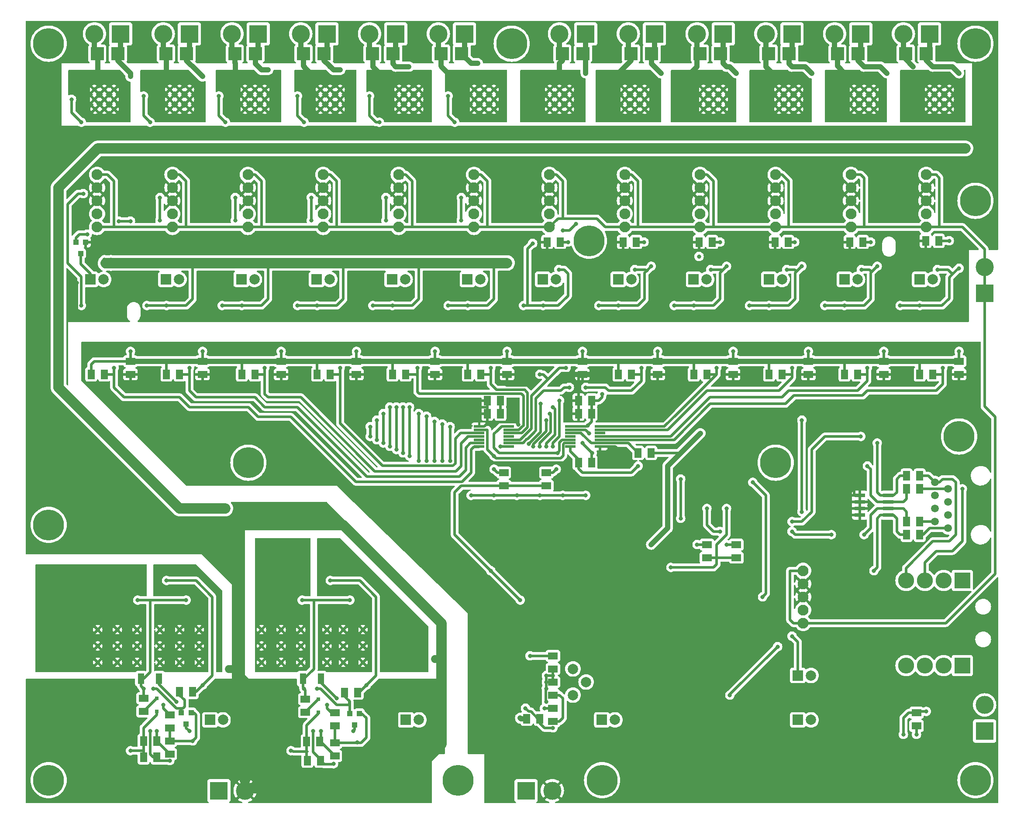
<source format=gbl>
G04 #@! TF.GenerationSoftware,KiCad,Pcbnew,7.0.9*
G04 #@! TF.CreationDate,2023-12-21T14:40:27+01:00*
G04 #@! TF.ProjectId,zone-controller,7a6f6e65-2d63-46f6-9e74-726f6c6c6572,v2.0*
G04 #@! TF.SameCoordinates,Original*
G04 #@! TF.FileFunction,Copper,L2,Bot*
G04 #@! TF.FilePolarity,Positive*
%FSLAX46Y46*%
G04 Gerber Fmt 4.6, Leading zero omitted, Abs format (unit mm)*
G04 Created by KiCad (PCBNEW 7.0.9) date 2023-12-21 14:40:27*
%MOMM*%
%LPD*%
G01*
G04 APERTURE LIST*
G04 Aperture macros list*
%AMOutline4P*
0 Free polygon, 4 corners , with rotation*
0 The origin of the aperture is its center*
0 number of corners: always 4*
0 $1 to $8 corner X, Y*
0 $9 Rotation angle, in degrees counterclockwise*
0 create outline with 4 corners*
4,1,4,$1,$2,$3,$4,$5,$6,$7,$8,$1,$2,$9*%
G04 Aperture macros list end*
G04 #@! TA.AperFunction,ComponentPad*
%ADD10C,6.000000*%
G04 #@! TD*
G04 #@! TA.AperFunction,ComponentPad*
%ADD11C,0.800000*%
G04 #@! TD*
G04 #@! TA.AperFunction,ComponentPad*
%ADD12R,3.500000X3.500000*%
G04 #@! TD*
G04 #@! TA.AperFunction,ComponentPad*
%ADD13C,3.500000*%
G04 #@! TD*
G04 #@! TA.AperFunction,ComponentPad*
%ADD14R,3.100000X3.100000*%
G04 #@! TD*
G04 #@! TA.AperFunction,ComponentPad*
%ADD15O,3.100000X3.100000*%
G04 #@! TD*
G04 #@! TA.AperFunction,ComponentPad*
%ADD16C,1.500000*%
G04 #@! TD*
G04 #@! TA.AperFunction,ComponentPad*
%ADD17C,2.000000*%
G04 #@! TD*
G04 #@! TA.AperFunction,SMDPad,CuDef*
%ADD18Outline4P,-0.650000X-0.900000X0.650000X-0.900000X0.650000X0.900000X-0.650000X0.900000X90.000000*%
G04 #@! TD*
G04 #@! TA.AperFunction,ComponentPad*
%ADD19C,2.100000*%
G04 #@! TD*
G04 #@! TA.AperFunction,SMDPad,CuDef*
%ADD20Outline4P,-0.650000X-0.900000X0.650000X-0.900000X0.650000X0.900000X-0.650000X0.900000X180.000000*%
G04 #@! TD*
G04 #@! TA.AperFunction,SMDPad,CuDef*
%ADD21Outline4P,-0.650000X-0.900000X0.650000X-0.900000X0.650000X0.900000X-0.650000X0.900000X0.000000*%
G04 #@! TD*
G04 #@! TA.AperFunction,ComponentPad*
%ADD22R,2.000000X2.000000*%
G04 #@! TD*
G04 #@! TA.AperFunction,SMDPad,CuDef*
%ADD23Outline4P,-0.650000X-0.900000X0.650000X-0.900000X0.650000X0.900000X-0.650000X0.900000X270.000000*%
G04 #@! TD*
G04 #@! TA.AperFunction,SMDPad,CuDef*
%ADD24R,2.500000X2.500000*%
G04 #@! TD*
G04 #@! TA.AperFunction,SMDPad,CuDef*
%ADD25R,0.800000X0.800000*%
G04 #@! TD*
G04 #@! TA.AperFunction,SMDPad,CuDef*
%ADD26R,2.000000X0.500000*%
G04 #@! TD*
G04 #@! TA.AperFunction,SMDPad,CuDef*
%ADD27Outline4P,-1.000000X-0.250000X1.000000X-0.250000X1.000000X0.250000X-1.000000X0.250000X180.000000*%
G04 #@! TD*
G04 #@! TA.AperFunction,SMDPad,CuDef*
%ADD28R,1.300000X2.000000*%
G04 #@! TD*
G04 #@! TA.AperFunction,SMDPad,CuDef*
%ADD29R,2.000000X0.800000*%
G04 #@! TD*
G04 #@! TA.AperFunction,SMDPad,CuDef*
%ADD30R,1.000000X1.000000*%
G04 #@! TD*
G04 #@! TA.AperFunction,SMDPad,CuDef*
%ADD31Outline4P,-1.000000X-0.250000X1.000000X-0.250000X1.000000X0.250000X-1.000000X0.250000X0.000000*%
G04 #@! TD*
G04 #@! TA.AperFunction,ViaPad*
%ADD32C,0.800000*%
G04 #@! TD*
G04 #@! TA.AperFunction,Conductor*
%ADD33C,0.500000*%
G04 #@! TD*
G04 #@! TA.AperFunction,Conductor*
%ADD34C,1.000000*%
G04 #@! TD*
G04 #@! TA.AperFunction,Conductor*
%ADD35C,0.400000*%
G04 #@! TD*
G04 #@! TA.AperFunction,Conductor*
%ADD36C,0.350000*%
G04 #@! TD*
G04 #@! TA.AperFunction,Conductor*
%ADD37C,2.000000*%
G04 #@! TD*
G04 #@! TA.AperFunction,Conductor*
%ADD38C,1.500000*%
G04 #@! TD*
G04 #@! TA.AperFunction,Conductor*
%ADD39C,0.250000*%
G04 #@! TD*
G04 APERTURE END LIST*
D10*
X234950000Y-99949000D03*
D11*
X186690000Y-72517000D03*
X179070000Y-175387000D03*
X139700000Y-175387000D03*
X229235000Y-70612000D03*
X140970000Y-74422000D03*
D12*
X184150000Y-59817000D03*
D13*
X179070000Y-59817000D03*
D11*
X147320000Y-175387000D03*
X184785000Y-72517000D03*
X182880000Y-72517000D03*
X142875000Y-70612000D03*
D12*
X287655000Y-59817000D03*
D13*
X282575000Y-59817000D03*
D11*
X139065000Y-70612000D03*
X302895000Y-70612000D03*
X259080000Y-74422000D03*
X212725000Y-70612000D03*
X187325000Y-178562000D03*
X241935000Y-72517000D03*
X257175000Y-72517000D03*
X260985000Y-74422000D03*
X179070000Y-181737000D03*
X231140000Y-74422000D03*
X184785000Y-70612000D03*
X229235000Y-72517000D03*
X155575000Y-72517000D03*
X139700000Y-178562000D03*
X260985000Y-70612000D03*
X288290000Y-70612000D03*
X171450000Y-175387000D03*
X214630000Y-70612000D03*
X140970000Y-70612000D03*
X142875000Y-72517000D03*
X273685000Y-74422000D03*
X212725000Y-72517000D03*
D12*
X197485000Y-59817000D03*
D13*
X192405000Y-59817000D03*
D11*
X245745000Y-70612000D03*
X200025000Y-70612000D03*
X151765000Y-178562000D03*
X143510000Y-178562000D03*
X200025000Y-74422000D03*
D10*
X309880000Y-204597000D03*
D11*
X302895000Y-72517000D03*
X151765000Y-181737000D03*
X151765000Y-175387000D03*
X227330000Y-74422000D03*
X157480000Y-72517000D03*
X198120000Y-70612000D03*
X139700000Y-181737000D03*
X275590000Y-74422000D03*
X288290000Y-72517000D03*
X304800000Y-72517000D03*
X170180000Y-72517000D03*
X153670000Y-70612000D03*
X275590000Y-72517000D03*
X191135000Y-175387000D03*
X216535000Y-74422000D03*
X200025000Y-72517000D03*
D10*
X309880000Y-92202000D03*
D11*
X286385000Y-72517000D03*
X155575000Y-181737000D03*
D12*
X311658000Y-195072000D03*
D13*
X311658000Y-189992000D03*
D11*
X184150000Y-175387000D03*
X155575000Y-74422000D03*
D12*
X144145000Y-59817000D03*
D13*
X139065000Y-59817000D03*
D11*
X259080000Y-70612000D03*
X175260000Y-178562000D03*
X304800000Y-74422000D03*
X184150000Y-181737000D03*
D14*
X307340000Y-165862000D03*
D15*
X303700000Y-165862000D03*
X300060000Y-165862000D03*
X296420000Y-165862000D03*
D11*
X170180000Y-74422000D03*
D10*
X237490000Y-204597000D03*
D11*
X212725000Y-74422000D03*
X153670000Y-72517000D03*
D10*
X130175000Y-204597000D03*
D12*
X300990000Y-59817000D03*
D13*
X295910000Y-59817000D03*
D11*
X182880000Y-74422000D03*
X147320000Y-178562000D03*
X198120000Y-74422000D03*
X143510000Y-175387000D03*
X290195000Y-70612000D03*
D12*
X210820000Y-59817000D03*
D13*
X205740000Y-59817000D03*
D11*
X159385000Y-181737000D03*
X155575000Y-70612000D03*
D12*
X170815000Y-59817000D03*
D13*
X165735000Y-59817000D03*
D11*
X155575000Y-178562000D03*
X273685000Y-72517000D03*
X271780000Y-70612000D03*
D16*
X304546000Y-155701000D03*
X302006000Y-154431000D03*
X304546000Y-153161000D03*
X302006000Y-151891000D03*
X304546000Y-150621000D03*
X302006000Y-149351000D03*
X304546000Y-148081000D03*
X302006000Y-146811000D03*
D11*
X201930000Y-70612000D03*
X172085000Y-74422000D03*
X170180000Y-70612000D03*
X184785000Y-74422000D03*
X142875000Y-74422000D03*
X227330000Y-72517000D03*
X175260000Y-175387000D03*
X243840000Y-72517000D03*
X187325000Y-181737000D03*
X191135000Y-178562000D03*
X245745000Y-72517000D03*
D10*
X168910000Y-143002000D03*
D11*
X304800000Y-70612000D03*
D17*
X231838500Y-188087000D03*
X234391200Y-185547000D03*
X231838500Y-183007000D03*
D11*
X275590000Y-70612000D03*
X198120000Y-72517000D03*
X231140000Y-70612000D03*
X168275000Y-70612000D03*
X300990000Y-70612000D03*
X259080000Y-72517000D03*
D12*
X163195000Y-206629000D03*
D13*
X168275000Y-206629000D03*
D10*
X306705000Y-137922000D03*
D14*
X307340000Y-182372000D03*
D15*
X303700000Y-182372000D03*
X300060000Y-182372000D03*
X296420000Y-182372000D03*
D11*
X300990000Y-74422000D03*
X139192000Y-74422000D03*
D12*
X274320000Y-59817000D03*
D13*
X269240000Y-59817000D03*
D11*
X290195000Y-72517000D03*
X271780000Y-74422000D03*
X257175000Y-74422000D03*
X229235000Y-74422000D03*
X241935000Y-70612000D03*
D12*
X234315000Y-59817000D03*
D13*
X229235000Y-59817000D03*
D11*
X231140000Y-72517000D03*
X143510000Y-181737000D03*
X159385000Y-175387000D03*
D12*
X222758000Y-206629000D03*
D13*
X227838000Y-206629000D03*
D11*
X214630000Y-72517000D03*
X157480000Y-74422000D03*
D10*
X219964000Y-61722000D03*
D11*
X227330000Y-70612000D03*
X157480000Y-70612000D03*
X201930000Y-72517000D03*
X302895000Y-74422000D03*
X271780000Y-72517000D03*
X171450000Y-181737000D03*
X168275000Y-74422000D03*
D12*
X260985000Y-59817000D03*
D13*
X255905000Y-59817000D03*
D11*
X245745000Y-74422000D03*
X155575000Y-175387000D03*
X201930000Y-74422000D03*
X260985000Y-72517000D03*
D12*
X311658000Y-110109000D03*
D13*
X311658000Y-105029000D03*
D11*
X179070000Y-178562000D03*
X300990000Y-72517000D03*
X288290000Y-74422000D03*
X286385000Y-74422000D03*
D12*
X157480000Y-59817000D03*
D13*
X152400000Y-59817000D03*
D11*
X186690000Y-74422000D03*
X243840000Y-70612000D03*
X257175000Y-70612000D03*
X175260000Y-181737000D03*
X182880000Y-70612000D03*
X171450000Y-178562000D03*
X168207000Y-72517000D03*
D12*
X247650000Y-59817000D03*
D13*
X242570000Y-59817000D03*
D10*
X130175000Y-155067000D03*
D11*
X172085000Y-70612000D03*
X140970000Y-72517000D03*
X191135000Y-181737000D03*
X216535000Y-70612000D03*
D10*
X209550000Y-204597000D03*
D11*
X290195000Y-74422000D03*
X243840000Y-74422000D03*
D10*
X130175000Y-61722000D03*
D11*
X172085000Y-72517000D03*
X241935000Y-74422000D03*
X159385000Y-178562000D03*
X214630000Y-74422000D03*
X286385000Y-70612000D03*
X184150000Y-178562000D03*
X273685000Y-70612000D03*
X187325000Y-175387000D03*
X147320000Y-181737000D03*
X139065000Y-72517000D03*
X153670000Y-74422000D03*
X186690000Y-70612000D03*
D10*
X271145000Y-143002000D03*
X309880000Y-61722000D03*
D11*
X216535000Y-72517000D03*
D18*
X226695000Y-147447000D03*
X226695000Y-144907000D03*
D19*
X168806091Y-97282000D03*
X168806091Y-94742000D03*
X168806091Y-92202000D03*
X168806091Y-89662000D03*
X168806091Y-87122000D03*
X212655727Y-97282000D03*
X212655727Y-94742000D03*
X212655727Y-92202000D03*
X212655727Y-89662000D03*
X212655727Y-87122000D03*
D20*
X302768000Y-99949000D03*
X300228000Y-99949000D03*
D19*
X227272273Y-97282000D03*
X227272273Y-94742000D03*
X227272273Y-92202000D03*
X227272273Y-89662000D03*
X227272273Y-87122000D03*
D21*
X138430000Y-125857000D03*
X140970000Y-125857000D03*
D22*
X161444000Y-192897000D03*
D17*
X163984000Y-192897000D03*
D21*
X148590000Y-196977000D03*
X151130000Y-196977000D03*
D23*
X179959000Y-188849000D03*
X179959000Y-191389000D03*
X153670000Y-191897000D03*
X153670000Y-194437000D03*
D19*
X271121909Y-97282000D03*
X271121909Y-94742000D03*
X271121909Y-92202000D03*
X271121909Y-89662000D03*
X271121909Y-87122000D03*
D21*
X153035000Y-125857000D03*
X155575000Y-125857000D03*
D24*
X247110000Y-63627000D03*
X243110000Y-63627000D03*
D20*
X299085000Y-145542000D03*
X296545000Y-145542000D03*
D21*
X222885000Y-192659000D03*
X225425000Y-192659000D03*
D19*
X198039182Y-97282000D03*
X198039182Y-94742000D03*
X198039182Y-92202000D03*
X198039182Y-89662000D03*
X198039182Y-87122000D03*
D21*
X180213000Y-197104000D03*
X182753000Y-197104000D03*
X215265000Y-130937000D03*
X217805000Y-130937000D03*
D20*
X299085000Y-154432000D03*
X296545000Y-154432000D03*
D25*
X151130000Y-191262000D03*
X151130000Y-188722000D03*
D23*
X292100000Y-123317000D03*
X292100000Y-125857000D03*
X148590000Y-188722000D03*
X148590000Y-191262000D03*
D24*
X273780000Y-63627000D03*
X269780000Y-63627000D03*
D21*
X211455000Y-125857000D03*
X213995000Y-125857000D03*
D18*
X263525000Y-161417000D03*
X263525000Y-158877000D03*
D22*
X237444000Y-192897000D03*
D17*
X239984000Y-192897000D03*
D22*
X167536091Y-107442000D03*
D17*
X170076091Y-107442000D03*
D18*
X153670000Y-199517000D03*
X153670000Y-196977000D03*
D23*
X146050000Y-123317000D03*
X146050000Y-125857000D03*
X233680000Y-123317000D03*
X233680000Y-125857000D03*
D24*
X156940000Y-63627000D03*
X152940000Y-63627000D03*
D23*
X227965000Y-180467000D03*
X227965000Y-183007000D03*
D18*
X227965000Y-188087000D03*
X227965000Y-185547000D03*
X218440000Y-147447000D03*
X218440000Y-144907000D03*
D20*
X244094000Y-100203000D03*
X241554000Y-100203000D03*
D23*
X248285000Y-123317000D03*
X248285000Y-125857000D03*
D21*
X255270000Y-125857000D03*
X257810000Y-125857000D03*
D18*
X257810000Y-161417000D03*
X257810000Y-158877000D03*
D22*
X226002273Y-107442000D03*
D17*
X228542273Y-107442000D03*
D20*
X247015000Y-141097000D03*
X244475000Y-141097000D03*
D18*
X298450000Y-194056000D03*
X298450000Y-191516000D03*
D26*
X237050500Y-135972000D03*
X237050500Y-136622000D03*
X237050500Y-137272000D03*
X237050500Y-137922000D03*
X237050500Y-138572000D03*
X237050500Y-139222000D03*
D27*
X237050500Y-139872000D03*
D26*
X231325500Y-139872000D03*
X231325500Y-139222000D03*
X231325500Y-138572000D03*
X231325500Y-137922000D03*
X231325500Y-137272000D03*
X231325500Y-136622000D03*
X231325500Y-135972000D03*
D19*
X241888818Y-97282000D03*
X241888818Y-94742000D03*
X241888818Y-92202000D03*
X241888818Y-89662000D03*
X241888818Y-87122000D03*
D21*
X299085000Y-125857000D03*
X301625000Y-125857000D03*
D24*
X260445000Y-63627000D03*
X256445000Y-63627000D03*
D22*
X275444000Y-192897000D03*
D17*
X277984000Y-192897000D03*
D21*
X196850000Y-125857000D03*
X199390000Y-125857000D03*
D23*
X205105000Y-123317000D03*
X205105000Y-125857000D03*
D20*
X273558000Y-100203000D03*
X271018000Y-100203000D03*
D24*
X170275000Y-63627000D03*
X166275000Y-63627000D03*
D28*
X148110000Y-184912000D03*
X151610000Y-184912000D03*
D22*
X138303000Y-107442000D03*
D17*
X140843000Y-107442000D03*
D22*
X299085000Y-107442000D03*
D17*
X301625000Y-107442000D03*
D23*
X306705000Y-123317000D03*
X306705000Y-125857000D03*
D19*
X154189540Y-97282000D03*
X154189540Y-94742000D03*
X154189540Y-92202000D03*
X154189540Y-89662000D03*
X154189540Y-87122000D03*
X300355000Y-97282000D03*
X300355000Y-94742000D03*
X300355000Y-92202000D03*
X300355000Y-89662000D03*
X300355000Y-87122000D03*
D20*
X235458000Y-143002000D03*
X232918000Y-143002000D03*
D29*
X292955000Y-149352000D03*
X292955000Y-150622000D03*
X292955000Y-151892000D03*
X292955000Y-153162000D03*
X287435000Y-153162000D03*
X287435000Y-151892000D03*
X287435000Y-150622000D03*
X287435000Y-149352000D03*
D21*
X182245000Y-125857000D03*
X184785000Y-125857000D03*
D24*
X233775000Y-63627000D03*
X229775000Y-63627000D03*
D30*
X188534000Y-191659000D03*
X190434000Y-191659000D03*
X189484000Y-193859000D03*
D24*
X210280000Y-63627000D03*
X206280000Y-63627000D03*
D21*
X232918000Y-133477000D03*
X235458000Y-133477000D03*
D23*
X189865000Y-123317000D03*
X189865000Y-125857000D03*
D22*
X255235364Y-107442000D03*
D17*
X257775364Y-107442000D03*
D23*
X175260000Y-123317000D03*
X175260000Y-125857000D03*
D28*
X179479000Y-184912000D03*
X182979000Y-184912000D03*
D22*
X275444000Y-184277000D03*
D17*
X277984000Y-184277000D03*
D30*
X155895000Y-191532000D03*
X157795000Y-191532000D03*
X156845000Y-193732000D03*
D22*
X269851909Y-107442000D03*
D17*
X272391909Y-107442000D03*
D24*
X287115000Y-63627000D03*
X283115000Y-63627000D03*
D19*
X183422636Y-97282000D03*
X183422636Y-94742000D03*
X183422636Y-92202000D03*
X183422636Y-89662000D03*
X183422636Y-87122000D03*
D24*
X143605000Y-63627000D03*
X139605000Y-63627000D03*
D21*
X240665000Y-125857000D03*
X243205000Y-125857000D03*
D23*
X227965000Y-190627000D03*
X227965000Y-193167000D03*
D19*
X139573000Y-97282000D03*
X139573000Y-94742000D03*
X139573000Y-92202000D03*
X139573000Y-89662000D03*
X139573000Y-87122000D03*
D26*
X213672500Y-139872000D03*
X213672500Y-139222000D03*
X213672500Y-138572000D03*
X213672500Y-137922000D03*
X213672500Y-137272000D03*
X213672500Y-136622000D03*
D31*
X213672500Y-135972000D03*
D26*
X219397500Y-135972000D03*
X219397500Y-136622000D03*
X219397500Y-137272000D03*
X219397500Y-137922000D03*
X219397500Y-138572000D03*
X219397500Y-139222000D03*
X219397500Y-139872000D03*
D23*
X219075000Y-123317000D03*
X219075000Y-125857000D03*
D20*
X258826000Y-100203000D03*
X256286000Y-100203000D03*
D22*
X182152636Y-107442000D03*
D17*
X184692636Y-107442000D03*
D21*
X232918000Y-130937000D03*
X235458000Y-130937000D03*
D22*
X196769182Y-107442000D03*
D17*
X199309182Y-107442000D03*
D20*
X299085000Y-156972000D03*
X296545000Y-156972000D03*
X299085000Y-148082000D03*
X296545000Y-148082000D03*
D21*
X269875000Y-125857000D03*
X272415000Y-125857000D03*
D20*
X190119000Y-187579000D03*
X187579000Y-187579000D03*
X229362000Y-100203000D03*
X226822000Y-100203000D03*
X288036000Y-100203000D03*
X285496000Y-100203000D03*
D23*
X262890000Y-123317000D03*
X262890000Y-125857000D03*
X185674000Y-191516000D03*
X185674000Y-194056000D03*
D21*
X215265000Y-133477000D03*
X217805000Y-133477000D03*
D19*
X256505364Y-97282000D03*
X256505364Y-94742000D03*
X256505364Y-92202000D03*
X256505364Y-89662000D03*
X256505364Y-87122000D03*
D20*
X158115000Y-187452000D03*
X155575000Y-187452000D03*
D25*
X182499000Y-191389000D03*
X182499000Y-188849000D03*
D19*
X285738455Y-97282000D03*
X285738455Y-94742000D03*
X285738455Y-92202000D03*
X285738455Y-89662000D03*
X285738455Y-87122000D03*
D21*
X284480000Y-125857000D03*
X287020000Y-125857000D03*
D23*
X277495000Y-123317000D03*
X277495000Y-125857000D03*
X160020000Y-123317000D03*
X160020000Y-125857000D03*
D24*
X300355000Y-63627000D03*
X296355000Y-63627000D03*
D21*
X167640000Y-125857000D03*
X170180000Y-125857000D03*
D24*
X196945000Y-63627000D03*
X192945000Y-63627000D03*
D22*
X152919540Y-107442000D03*
D17*
X155459540Y-107442000D03*
D19*
X276479000Y-174117000D03*
X276479000Y-171577000D03*
X276479000Y-169037000D03*
X276479000Y-166497000D03*
X276479000Y-163957000D03*
D22*
X284468455Y-107442000D03*
D17*
X287008455Y-107442000D03*
D18*
X185674000Y-199898000D03*
X185674000Y-197358000D03*
D22*
X199444000Y-192897000D03*
D17*
X201984000Y-192897000D03*
D24*
X183610000Y-63627000D03*
X179610000Y-63627000D03*
D21*
X148590000Y-200152000D03*
X151130000Y-200152000D03*
D22*
X211385727Y-107442000D03*
D17*
X213925727Y-107442000D03*
D22*
X240618818Y-107442000D03*
D17*
X243158818Y-107442000D03*
D30*
X135448000Y-100219000D03*
X137348000Y-100219000D03*
X136398000Y-102419000D03*
D21*
X180340000Y-200787000D03*
X182880000Y-200787000D03*
D32*
X286385000Y-148082000D03*
X189865000Y-127762000D03*
X182880000Y-145542000D03*
X207645000Y-132207000D03*
X196850000Y-127762000D03*
X224155000Y-127762000D03*
X294005000Y-207772000D03*
X311150000Y-151511000D03*
X262890000Y-127762000D03*
X246380000Y-207772000D03*
X279400000Y-136652000D03*
X257175000Y-141097000D03*
X213360000Y-185547000D03*
X292100000Y-127762000D03*
X269875000Y-127762000D03*
X267589000Y-165227000D03*
X306705000Y-127762000D03*
X209550000Y-127762000D03*
X168275000Y-120777000D03*
X311150000Y-162179000D03*
X283972000Y-182753000D03*
X183515000Y-120777000D03*
X198120000Y-120777000D03*
X160020000Y-127762000D03*
X255905000Y-207772000D03*
X311150000Y-138049000D03*
X175895000Y-145542000D03*
X246380000Y-192913000D03*
X213360000Y-195072000D03*
X313055000Y-179197000D03*
X313055000Y-186182000D03*
X153035000Y-127762000D03*
X313055000Y-198882000D03*
X271145000Y-120777000D03*
X212725000Y-120777000D03*
X219075000Y-127762000D03*
X227330000Y-120777000D03*
X265176000Y-182753000D03*
X239395000Y-127762000D03*
X215900000Y-207772000D03*
X285115000Y-127762000D03*
X215392000Y-133731000D03*
X303530000Y-207772000D03*
X232156000Y-163957000D03*
X265430000Y-207772000D03*
X241935000Y-120777000D03*
X221234000Y-135636000D03*
X313055000Y-169037000D03*
X150495000Y-138557000D03*
X145415000Y-133477000D03*
X241300000Y-141097000D03*
X189865000Y-148717000D03*
X300355000Y-127762000D03*
X155575000Y-143637000D03*
X285750000Y-120777000D03*
X246380000Y-183515000D03*
X210185000Y-168402000D03*
X160655000Y-145542000D03*
X297180000Y-187452000D03*
X295910000Y-190627000D03*
X255270000Y-149352000D03*
X256540000Y-120777000D03*
X265176000Y-192913000D03*
X175260000Y-127762000D03*
X239268000Y-158115000D03*
X205105000Y-127762000D03*
X274955000Y-207772000D03*
X284480000Y-207772000D03*
X229870000Y-184277000D03*
X300355000Y-120777000D03*
X231775000Y-197612000D03*
X254635000Y-127762000D03*
X227965000Y-127762000D03*
X196215000Y-155702000D03*
X226060000Y-177927000D03*
X279400000Y-141732000D03*
X255778000Y-183515000D03*
X255778000Y-192913000D03*
X220345000Y-131572000D03*
X290576000Y-182753000D03*
X214630000Y-143002000D03*
X243840000Y-155575000D03*
X213360000Y-176022000D03*
X231775000Y-207772000D03*
X248285000Y-127762000D03*
X146050000Y-127762000D03*
X182245000Y-127762000D03*
X277495000Y-127762000D03*
X154305000Y-120777000D03*
X267716000Y-137541000D03*
X203200000Y-162052000D03*
X167005000Y-127762000D03*
X256540000Y-137287000D03*
X250190000Y-148082000D03*
X175260000Y-121412000D03*
X298450000Y-195707000D03*
X215900000Y-163957000D03*
X219075000Y-121412000D03*
X276225000Y-134747000D03*
X292100000Y-121412000D03*
X146050000Y-121412000D03*
X262890000Y-121412000D03*
X221615000Y-169672000D03*
X225425000Y-123317000D03*
X234696000Y-135763000D03*
X235585000Y-141097000D03*
X233680000Y-121412000D03*
X189865000Y-121412000D03*
X233680000Y-139192000D03*
X205105000Y-121412000D03*
X217805000Y-139827000D03*
X247015000Y-158877000D03*
X271526000Y-178689000D03*
X160020000Y-121412000D03*
X277495000Y-121412000D03*
X237490000Y-129667000D03*
X262255000Y-188087000D03*
X250825000Y-163322000D03*
X261620000Y-151892000D03*
X218059000Y-133604000D03*
X306705000Y-121412000D03*
X248285000Y-121412000D03*
X276225000Y-152527000D03*
X175260000Y-104267000D03*
X167640000Y-112522000D03*
X185420000Y-66802000D03*
X171450000Y-66802000D03*
X163830000Y-112522000D03*
X142240000Y-103632000D03*
X158750000Y-66802000D03*
X214884000Y-104013000D03*
X212090000Y-65532000D03*
X198755000Y-66167000D03*
X153035000Y-112522000D03*
X146050000Y-68072000D03*
X140970000Y-103632000D03*
X193040000Y-112522000D03*
X178435000Y-112522000D03*
X182245000Y-112522000D03*
X146050000Y-96139000D03*
X171196000Y-104013000D03*
X160655000Y-104267000D03*
X146050000Y-104267000D03*
X145415000Y-66802000D03*
X185674000Y-104013000D03*
X213360000Y-65532000D03*
X160020000Y-68072000D03*
X156464000Y-104013000D03*
X196850000Y-112522000D03*
X140970000Y-104902000D03*
X149225000Y-112522000D03*
X204470000Y-104267000D03*
X211455000Y-112522000D03*
X200025000Y-66167000D03*
X207645000Y-112522000D03*
X200406000Y-104013000D03*
X189865000Y-104267000D03*
X172720000Y-66802000D03*
X186690000Y-66802000D03*
X142240000Y-104902000D03*
X218694000Y-104267000D03*
X143764000Y-96139000D03*
X306705000Y-105283000D03*
X247650000Y-82042000D03*
X307975000Y-82042000D03*
X164465000Y-151892000D03*
X255270000Y-112522000D03*
X263525000Y-67437000D03*
X234315000Y-66167000D03*
X263525000Y-82042000D03*
X290830000Y-104902000D03*
X158750000Y-151892000D03*
X240665000Y-112522000D03*
X248920000Y-82042000D03*
X305435000Y-66167000D03*
X278130000Y-82042000D03*
X266065000Y-112522000D03*
X226060000Y-112522000D03*
X284480000Y-112522000D03*
X229870000Y-97917000D03*
X229108000Y-105537000D03*
X291465000Y-66167000D03*
X262255000Y-66167000D03*
X291465000Y-82042000D03*
X278130000Y-67437000D03*
X273304000Y-105537000D03*
X160655000Y-151892000D03*
X233045000Y-82042000D03*
X243840000Y-105537000D03*
X306705000Y-67437000D03*
X299085000Y-112522000D03*
X236855000Y-112522000D03*
X262255000Y-82042000D03*
X234315000Y-82042000D03*
X295275000Y-112522000D03*
X222250000Y-112522000D03*
X248920000Y-67437000D03*
X280670000Y-112522000D03*
X292735000Y-82042000D03*
X269875000Y-112522000D03*
X306705000Y-82042000D03*
X232410000Y-96647000D03*
X224028000Y-100457000D03*
X234315000Y-67437000D03*
X258572000Y-105537000D03*
X287782000Y-105537000D03*
X292735000Y-67437000D03*
X276860000Y-66167000D03*
X261620000Y-104902000D03*
X247015000Y-104902000D03*
X247650000Y-66167000D03*
X302514000Y-105537000D03*
X276225000Y-104902000D03*
X276860000Y-82042000D03*
X251460000Y-112522000D03*
X162560000Y-151892000D03*
X141605000Y-152527000D03*
X173990000Y-101092000D03*
X159385000Y-101092000D03*
X154940000Y-155067000D03*
X188595000Y-58547000D03*
X160655000Y-155067000D03*
X153670000Y-113792000D03*
X224155000Y-78867000D03*
X142240000Y-100457000D03*
X135890000Y-207772000D03*
X219964000Y-78867000D03*
X238760000Y-58547000D03*
X126365000Y-199517000D03*
X152146000Y-100965000D03*
X132715000Y-143637000D03*
X184785000Y-203327000D03*
X160020000Y-106172000D03*
X197485000Y-113792000D03*
X175260000Y-58547000D03*
X295402000Y-101092000D03*
X202565000Y-170307000D03*
X140970000Y-101727000D03*
X191770000Y-101092000D03*
X161925000Y-58547000D03*
X313690000Y-100457000D03*
X196088000Y-101092000D03*
X172085000Y-155067000D03*
X208280000Y-101092000D03*
X283210000Y-101727000D03*
X160655000Y-199517000D03*
X146685000Y-157607000D03*
X253492000Y-101727000D03*
X292100000Y-58547000D03*
X179070000Y-101092000D03*
X140970000Y-100457000D03*
X283845000Y-99187000D03*
X182880000Y-113792000D03*
X255905000Y-113792000D03*
X168275000Y-201422000D03*
X177800000Y-155067000D03*
X252095000Y-58547000D03*
X264795000Y-101092000D03*
X127000000Y-94742000D03*
X144780000Y-101092000D03*
X127000000Y-85217000D03*
X241300000Y-113792000D03*
X238760000Y-78867000D03*
X203200000Y-207772000D03*
X226695000Y-113792000D03*
X127000000Y-104267000D03*
X240030000Y-98933000D03*
X162560000Y-101092000D03*
X164465000Y-101092000D03*
X264795000Y-106172000D03*
X126365000Y-132842000D03*
X165100000Y-183007000D03*
X127000000Y-123317000D03*
X168275000Y-113792000D03*
X279400000Y-106172000D03*
X126365000Y-142367000D03*
X137160000Y-148082000D03*
X278765000Y-58547000D03*
X146685000Y-207772000D03*
X206375000Y-101092000D03*
X189230000Y-106172000D03*
X174625000Y-106172000D03*
X313690000Y-71882000D03*
X194945000Y-207772000D03*
X210566000Y-100711000D03*
X254635000Y-99187000D03*
X181356000Y-100965000D03*
X224536000Y-101727000D03*
X173990000Y-195072000D03*
X234950000Y-106172000D03*
X294005000Y-106172000D03*
X201930000Y-58547000D03*
X203200000Y-101092000D03*
X126365000Y-189992000D03*
X149860000Y-101092000D03*
X205105000Y-181102000D03*
X127000000Y-113792000D03*
X297180000Y-78867000D03*
X127000000Y-66167000D03*
X225298000Y-99187000D03*
X265430000Y-58547000D03*
X188595000Y-101092000D03*
X250190000Y-101092000D03*
X270510000Y-113792000D03*
X185420000Y-207772000D03*
X239522000Y-101981000D03*
X148590000Y-58547000D03*
X300355000Y-113792000D03*
X297942000Y-101727000D03*
X269240000Y-99187000D03*
X134620000Y-58547000D03*
X298450000Y-99187000D03*
X268478000Y-101727000D03*
X135636000Y-108077000D03*
X267970000Y-78867000D03*
X145415000Y-106172000D03*
X253365000Y-78867000D03*
X183515000Y-155067000D03*
X206375000Y-185547000D03*
X193675000Y-101092000D03*
X313690000Y-85217000D03*
X166878000Y-100965000D03*
X279400000Y-101092000D03*
X177165000Y-101092000D03*
X307975000Y-112522000D03*
X126365000Y-151892000D03*
X206375000Y-195072000D03*
X128905000Y-139827000D03*
X142240000Y-101727000D03*
X250190000Y-106172000D03*
X166370000Y-155067000D03*
X313690000Y-78232000D03*
X203200000Y-200787000D03*
X212090000Y-113792000D03*
X217424000Y-101092000D03*
X285115000Y-113792000D03*
X127000000Y-75692000D03*
X142240000Y-109982000D03*
X206375000Y-176022000D03*
X313690000Y-65532000D03*
X139573000Y-113792000D03*
X282575000Y-78867000D03*
X147955000Y-101092000D03*
X173990000Y-188722000D03*
X203835000Y-106172000D03*
X154940000Y-189357000D03*
X158115000Y-196977000D03*
X268605000Y-169037000D03*
X274320000Y-176657000D03*
X266700000Y-146812000D03*
X234950000Y-137287000D03*
X186055000Y-188722000D03*
X189992000Y-197231000D03*
X221615000Y-192532000D03*
X226695000Y-184277000D03*
X226695000Y-185547000D03*
X226695000Y-189357000D03*
X226695000Y-186817000D03*
X227965000Y-184277000D03*
X223520000Y-180467000D03*
X177165000Y-198882000D03*
X146050000Y-198882000D03*
X152400000Y-189992000D03*
X184150000Y-189992000D03*
X300355000Y-191262000D03*
X295910000Y-195707000D03*
X216535000Y-149352000D03*
X229870000Y-149352000D03*
X234315000Y-149352000D03*
X225425000Y-149352000D03*
X212090000Y-149352000D03*
X220980000Y-149352000D03*
X201930000Y-142621000D03*
X201930000Y-133477000D03*
X203454000Y-133985000D03*
X203454000Y-142621000D03*
X204978000Y-142621000D03*
X204978000Y-135001000D03*
X206502000Y-142621000D03*
X206502000Y-135509000D03*
X208026000Y-136017000D03*
X208026000Y-142621000D03*
X261620000Y-158877000D03*
X255905000Y-158877000D03*
X252730000Y-153797000D03*
X252730000Y-146177000D03*
X244475000Y-143637000D03*
X156845000Y-169672000D03*
X148590000Y-186817000D03*
X147447000Y-169672000D03*
X216535000Y-144272000D03*
X216535000Y-141732000D03*
X228600000Y-144272000D03*
X228854000Y-141097000D03*
X290195000Y-163957000D03*
X288290000Y-156972000D03*
X281940000Y-156972000D03*
X274320000Y-156337000D03*
X288925000Y-143637000D03*
X290830000Y-139192000D03*
X287655000Y-137922000D03*
X274320000Y-154432000D03*
X188595000Y-169672000D03*
X179324000Y-169672000D03*
X179705000Y-186817000D03*
X307340000Y-148082000D03*
X257810000Y-151892000D03*
X260350000Y-156337000D03*
X136525000Y-76962000D03*
X134620000Y-72517000D03*
X149860000Y-76962000D03*
X148590000Y-71882000D03*
X163195000Y-71882000D03*
X164465000Y-76962000D03*
X179705000Y-76962000D03*
X178435000Y-71882000D03*
X192405000Y-71882000D03*
X194310000Y-76962000D03*
X207645000Y-71882000D03*
X208915000Y-76962000D03*
X153035000Y-165862000D03*
X160020000Y-186182000D03*
X137668000Y-98679000D03*
X157480000Y-195072000D03*
X150495000Y-186817000D03*
X184785000Y-165862000D03*
X191770000Y-186182000D03*
X189230000Y-195072000D03*
X182245000Y-186817000D03*
X256286000Y-102997000D03*
X223266000Y-139319000D03*
X225552000Y-131572000D03*
X227965000Y-194437000D03*
X222631000Y-190627000D03*
X226314000Y-190627000D03*
X151130000Y-195072000D03*
X149860000Y-195072000D03*
X153670000Y-200787000D03*
X183007000Y-195072000D03*
X181483000Y-195072000D03*
X185420000Y-201422000D03*
X229235000Y-67437000D03*
X230886000Y-100203000D03*
X229235000Y-66167000D03*
X139700000Y-65532000D03*
X139700000Y-66802000D03*
X136906000Y-90805000D03*
X136525000Y-112522000D03*
X153035000Y-66802000D03*
X153035000Y-65532000D03*
X151765000Y-96012000D03*
X151765000Y-91567000D03*
X166370000Y-66802000D03*
X166370000Y-65532000D03*
X180975000Y-67437000D03*
X179705000Y-66167000D03*
X193040000Y-66167000D03*
X194310000Y-67437000D03*
X206375000Y-66167000D03*
X207645000Y-67437000D03*
X240665000Y-67437000D03*
X245618000Y-100203000D03*
X241935000Y-66167000D03*
X260350000Y-100203000D03*
X255905000Y-66167000D03*
X254635000Y-67437000D03*
X270510000Y-67437000D03*
X274828000Y-100203000D03*
X269240000Y-66167000D03*
X283210000Y-66167000D03*
X284480000Y-67437000D03*
X289560000Y-100203000D03*
X304800000Y-99949000D03*
X297815000Y-66167000D03*
X299085000Y-67437000D03*
X192532000Y-137922000D03*
X192532000Y-136017000D03*
X193802000Y-138557000D03*
X193802000Y-134747000D03*
X195072000Y-139192000D03*
X195072000Y-133477000D03*
X196342000Y-139827000D03*
X196342000Y-132207000D03*
X197612000Y-132207000D03*
X197612000Y-140462000D03*
X166370000Y-91567000D03*
X166370000Y-96012000D03*
X181102000Y-96012000D03*
X181102000Y-91567000D03*
X195580000Y-91567000D03*
X195580000Y-96012000D03*
X210185000Y-91567000D03*
X210185000Y-96012000D03*
X198882000Y-141097000D03*
X198882000Y-132207000D03*
X200152000Y-132207000D03*
X200152000Y-141732000D03*
X227965000Y-139827000D03*
X229235000Y-130937000D03*
X227965000Y-132207000D03*
X226695000Y-139827000D03*
X225425000Y-139827000D03*
X227330000Y-133477000D03*
X226695000Y-134747000D03*
X224155000Y-139827000D03*
X142875000Y-124587000D03*
X157480000Y-124587000D03*
X172085000Y-124587000D03*
X186690000Y-124587000D03*
X201676000Y-124587000D03*
X215900000Y-124587000D03*
X230505000Y-124587000D03*
X225425000Y-125857000D03*
X245110000Y-124587000D03*
X234315000Y-128397000D03*
X231140000Y-128397000D03*
X259715000Y-124587000D03*
X274320000Y-124587000D03*
X288925000Y-124587000D03*
X303530000Y-124587000D03*
D33*
X264795000Y-189992000D02*
X295910000Y-189992000D01*
X285115000Y-150622000D02*
X285115000Y-149987000D01*
X279400000Y-148717000D02*
X281305000Y-150622000D01*
X232918000Y-131572000D02*
X232918000Y-125984000D01*
D34*
X277495000Y-127762000D02*
X285115000Y-127762000D01*
D33*
X283845000Y-150622000D02*
X283210000Y-150622000D01*
X285115000Y-151892000D02*
X285115000Y-150622000D01*
X277495000Y-127127000D02*
X277495000Y-127762000D01*
D34*
X230505000Y-125857000D02*
X233045000Y-125857000D01*
D33*
X285115000Y-150622000D02*
X283845000Y-150622000D01*
D34*
X305117500Y-133159500D02*
X306705000Y-131572000D01*
D33*
X215265000Y-132207000D02*
X207645000Y-132207000D01*
X279400000Y-133477000D02*
X279082500Y-133159500D01*
X265430000Y-189992000D02*
X264795000Y-189992000D01*
X216789000Y-135128000D02*
X217297000Y-135128000D01*
D34*
X224155000Y-127762000D02*
X219075000Y-127762000D01*
D33*
X160020000Y-125857000D02*
X160020000Y-127762000D01*
D34*
X242570000Y-194437000D02*
X242570000Y-189992000D01*
D33*
X292100000Y-125857000D02*
X292100000Y-127762000D01*
D34*
X209550000Y-127762000D02*
X205105000Y-127762000D01*
D33*
X214675000Y-135972000D02*
X215265000Y-135382000D01*
X239395000Y-158242000D02*
X245745000Y-164592000D01*
X215265000Y-135128000D02*
X215265000Y-133477000D01*
X267589000Y-165227000D02*
X246380000Y-165227000D01*
X221234000Y-132461000D02*
X220345000Y-131572000D01*
X277495000Y-125857000D02*
X277495000Y-127127000D01*
X285750000Y-153162000D02*
X285115000Y-152527000D01*
D34*
X279082500Y-133159500D02*
X305117500Y-133159500D01*
D33*
X217297000Y-135128000D02*
X215265000Y-135128000D01*
X238125000Y-156972000D02*
X238125000Y-149352000D01*
D34*
X246062500Y-164909500D02*
X246380000Y-164592000D01*
D33*
X297180000Y-187452000D02*
X296545000Y-187452000D01*
D34*
X229870000Y-125857000D02*
X230505000Y-125857000D01*
D33*
X215265000Y-135382000D02*
X215265000Y-135128000D01*
X285115000Y-152527000D02*
X285115000Y-151892000D01*
D34*
X306705000Y-131572000D02*
X306705000Y-127762000D01*
D33*
X229870000Y-182372000D02*
X229870000Y-177927000D01*
X285115000Y-149987000D02*
X285750000Y-149352000D01*
X296545000Y-187452000D02*
X295910000Y-188087000D01*
X240075000Y-139872000D02*
X241300000Y-141097000D01*
X217297000Y-135128000D02*
X221234000Y-135128000D01*
X213672500Y-135972000D02*
X214675000Y-135972000D01*
X237100510Y-139922010D02*
X237050500Y-139922010D01*
D34*
X242570000Y-179197000D02*
X242570000Y-168402000D01*
D33*
X226060000Y-177927000D02*
X226695000Y-177927000D01*
D34*
X175260000Y-127762000D02*
X182245000Y-127762000D01*
X153035000Y-127762000D02*
X146050000Y-127762000D01*
D33*
X295910000Y-190627000D02*
X295910000Y-189992000D01*
X279400000Y-141732000D02*
X279400000Y-148717000D01*
X295910000Y-189992000D02*
X295910000Y-188087000D01*
X232918000Y-131572000D02*
X232918000Y-134112000D01*
D34*
X255270000Y-143002000D02*
X265112500Y-133159500D01*
X167005000Y-127762000D02*
X160020000Y-127762000D01*
D33*
X233680000Y-146812000D02*
X235585000Y-146812000D01*
X226695000Y-177927000D02*
X227965000Y-177927000D01*
X214630000Y-143002000D02*
X229870000Y-143002000D01*
D34*
X227965000Y-127762000D02*
X229870000Y-125857000D01*
D33*
X221234000Y-135636000D02*
X221234000Y-132461000D01*
X229870000Y-184277000D02*
X229870000Y-182372000D01*
X281305000Y-150622000D02*
X283845000Y-150622000D01*
X238125000Y-149352000D02*
X237172500Y-148399500D01*
X287435000Y-151892000D02*
X285115000Y-151892000D01*
X306705000Y-125857000D02*
X306705000Y-127762000D01*
D34*
X239395000Y-197612000D02*
X242570000Y-194437000D01*
X292100000Y-127762000D02*
X300355000Y-127762000D01*
D33*
X189865000Y-125857000D02*
X189865000Y-127762000D01*
X237050500Y-139872000D02*
X240075000Y-139872000D01*
X235585000Y-146812000D02*
X237172500Y-148399500D01*
X226695000Y-177927000D02*
X229870000Y-177927000D01*
D34*
X234315000Y-197612000D02*
X235585000Y-197612000D01*
D33*
X229870000Y-177927000D02*
X242570000Y-177927000D01*
X215265000Y-132207000D02*
X215265000Y-130937000D01*
D34*
X189865000Y-127762000D02*
X196850000Y-127762000D01*
X262890000Y-127762000D02*
X269875000Y-127762000D01*
D33*
X287435000Y-150622000D02*
X285115000Y-150622000D01*
D34*
X233045000Y-125857000D02*
X237490000Y-125857000D01*
D33*
X286385000Y-148082000D02*
X286385000Y-149352000D01*
D34*
X255270000Y-155702000D02*
X255270000Y-143002000D01*
D33*
X279400000Y-136652000D02*
X279400000Y-133477000D01*
X229870000Y-143002000D02*
X233680000Y-146812000D01*
X238125000Y-156972000D02*
X239395000Y-158242000D01*
X246380000Y-165227000D02*
X246062500Y-164909500D01*
X285750000Y-149352000D02*
X286385000Y-149352000D01*
D34*
X231775000Y-197612000D02*
X233045000Y-197612000D01*
X242570000Y-189992000D02*
X242570000Y-177927000D01*
X237490000Y-125857000D02*
X239395000Y-127762000D01*
X233045000Y-197612000D02*
X234315000Y-197612000D01*
D33*
X286385000Y-149352000D02*
X287435000Y-149352000D01*
D34*
X248285000Y-127762000D02*
X254635000Y-127762000D01*
D33*
X146050000Y-127762000D02*
X146050000Y-125857000D01*
X262890000Y-125857000D02*
X262890000Y-127762000D01*
X248285000Y-125857000D02*
X248285000Y-127762000D01*
X229870000Y-182372000D02*
X229870000Y-179832000D01*
D34*
X246380000Y-164592000D02*
X255270000Y-155702000D01*
D33*
X175260000Y-125857000D02*
X175260000Y-127762000D01*
X287435000Y-153162000D02*
X285750000Y-153162000D01*
X219075000Y-125857000D02*
X219075000Y-127762000D01*
X215265000Y-133477000D02*
X215265000Y-132207000D01*
X205105000Y-125857000D02*
X205105000Y-127762000D01*
D34*
X233045000Y-197612000D02*
X239395000Y-197612000D01*
X265112500Y-133159500D02*
X279082500Y-133159500D01*
D33*
X264795000Y-189992000D02*
X242570000Y-189992000D01*
X232918000Y-125984000D02*
X233045000Y-125857000D01*
D34*
X242570000Y-168402000D02*
X246062500Y-164909500D01*
D33*
X245745000Y-164592000D02*
X246380000Y-164592000D01*
X139065000Y-123317000D02*
X146050000Y-123317000D01*
X230505000Y-123317000D02*
X240665000Y-123317000D01*
X235458000Y-135001000D02*
X234950000Y-135509000D01*
X259715000Y-158877000D02*
X259715000Y-160782000D01*
X257175000Y-163322000D02*
X250825000Y-163322000D01*
X244475000Y-123317000D02*
X245745000Y-123317000D01*
X138430000Y-123952000D02*
X139065000Y-123317000D01*
X257810000Y-161417000D02*
X259715000Y-161417000D01*
X145415000Y-123317000D02*
X160020000Y-123317000D01*
X215900000Y-123317000D02*
X230505000Y-123317000D01*
X299085000Y-125857000D02*
X299085000Y-123317000D01*
X240665000Y-123317000D02*
X241300000Y-123317000D01*
D34*
X250190000Y-143637000D02*
X252730000Y-141097000D01*
D33*
X208915000Y-156972000D02*
X215900000Y-163957000D01*
X219075000Y-123317000D02*
X219075000Y-121412000D01*
X298450000Y-194056000D02*
X298450000Y-195707000D01*
D35*
X233598010Y-135971990D02*
X233598000Y-135972000D01*
D33*
X218440000Y-147447000D02*
X226695000Y-147447000D01*
X189865000Y-121412000D02*
X189865000Y-123317000D01*
X248285000Y-123317000D02*
X248285000Y-121412000D01*
X208915000Y-148717000D02*
X208915000Y-156972000D01*
X191135000Y-123317000D02*
X196850000Y-123317000D01*
X219397500Y-139872000D02*
X217850000Y-139872000D01*
D36*
X217850000Y-139872000D02*
X217805000Y-139827000D01*
D33*
X261620000Y-156972000D02*
X259715000Y-158877000D01*
X241300000Y-123317000D02*
X244475000Y-123317000D01*
D34*
X153035000Y-123317000D02*
X167640000Y-123317000D01*
D33*
X276225000Y-136652000D02*
X276225000Y-134747000D01*
X211455000Y-125857000D02*
X211455000Y-123317000D01*
X211455000Y-123317000D02*
X215900000Y-123317000D01*
X298450000Y-194056000D02*
X298831000Y-194056000D01*
X160020000Y-123317000D02*
X175895000Y-123317000D01*
D34*
X284480000Y-123317000D02*
X299085000Y-123317000D01*
X182245000Y-123317000D02*
X255270000Y-123317000D01*
D33*
X257175000Y-163322000D02*
X259080000Y-163322000D01*
X262255000Y-187960000D02*
X262255000Y-188087000D01*
X284480000Y-125857000D02*
X284480000Y-123317000D01*
D34*
X250190000Y-155702000D02*
X250190000Y-148082000D01*
D33*
X259715000Y-162687000D02*
X259715000Y-160782000D01*
X175895000Y-123317000D02*
X191135000Y-123317000D01*
X138430000Y-125857000D02*
X138430000Y-123952000D01*
X277495000Y-123317000D02*
X277495000Y-121412000D01*
X235458000Y-143002000D02*
X235458000Y-141224000D01*
X276225000Y-123317000D02*
X260985000Y-123317000D01*
X269875000Y-125857000D02*
X269875000Y-123317000D01*
X262890000Y-123317000D02*
X262890000Y-121412000D01*
D34*
X173990000Y-123317000D02*
X182245000Y-123317000D01*
D33*
X235458000Y-141224000D02*
X235585000Y-141097000D01*
X306705000Y-123317000D02*
X306705000Y-121412000D01*
D34*
X299085000Y-123317000D02*
X306705000Y-123317000D01*
D33*
X235458000Y-141029082D02*
X233650459Y-139221541D01*
D34*
X250190000Y-148082000D02*
X250190000Y-143637000D01*
D33*
X196850000Y-123317000D02*
X207010000Y-123317000D01*
X236855000Y-130937000D02*
X237490000Y-130302000D01*
X259715000Y-161417000D02*
X263525000Y-161417000D01*
X235458000Y-134112000D02*
X235458000Y-135001000D01*
X210185000Y-147447000D02*
X208915000Y-148717000D01*
X276225000Y-148082000D02*
X276225000Y-136652000D01*
X205105000Y-123317000D02*
X205105000Y-121412000D01*
D34*
X269875000Y-123317000D02*
X284480000Y-123317000D01*
D33*
X240665000Y-125857000D02*
X240665000Y-123317000D01*
D34*
X247015000Y-158877000D02*
X250190000Y-155702000D01*
D33*
X234950000Y-135509000D02*
X234487010Y-135971990D01*
X271526000Y-178689000D02*
X262255000Y-187960000D01*
X235458000Y-134112000D02*
X235458000Y-134366000D01*
X175260000Y-123317000D02*
X175260000Y-121412000D01*
X276225000Y-152527000D02*
X276225000Y-148082000D01*
X235585000Y-131445000D02*
X235458000Y-131572000D01*
X182245000Y-125857000D02*
X182245000Y-123317000D01*
D34*
X252730000Y-141097000D02*
X256540000Y-137287000D01*
D33*
X201295000Y-123317000D02*
X211455000Y-123317000D01*
X235458000Y-130937000D02*
X236855000Y-130937000D01*
X237490000Y-130302000D02*
X237490000Y-129667000D01*
X153035000Y-125857000D02*
X153035000Y-123317000D01*
X217805000Y-133477000D02*
X217805000Y-130937000D01*
X215900000Y-163957000D02*
X221615000Y-169672000D01*
D34*
X146050000Y-123317000D02*
X153035000Y-123317000D01*
D33*
X235458000Y-131572000D02*
X235458000Y-134112000D01*
X235458000Y-141732000D02*
X235458000Y-141029082D01*
X167640000Y-125857000D02*
X167640000Y-123317000D01*
X255270000Y-125857000D02*
X255270000Y-123317000D01*
X259080000Y-163322000D02*
X259715000Y-162687000D01*
X244475000Y-123317000D02*
X260985000Y-123317000D01*
X218440000Y-147447000D02*
X210185000Y-147447000D01*
X261620000Y-153162000D02*
X261620000Y-156972000D01*
X146050000Y-123317000D02*
X146050000Y-121412000D01*
X259715000Y-160782000D02*
X259715000Y-161417000D01*
X160020000Y-123317000D02*
X160020000Y-121412000D01*
D34*
X255270000Y-123317000D02*
X269875000Y-123317000D01*
D33*
X234487010Y-135971990D02*
X233598010Y-135971990D01*
X196850000Y-125857000D02*
X196850000Y-123317000D01*
X247015000Y-141097000D02*
X252730000Y-141097000D01*
X233680000Y-121412000D02*
X233680000Y-123317000D01*
X261620000Y-153162000D02*
X261620000Y-151892000D01*
D34*
X167640000Y-123317000D02*
X173990000Y-123317000D01*
D33*
X217805000Y-133477000D02*
X217805000Y-134112000D01*
X231325500Y-135972000D02*
X233598000Y-135972000D01*
X292100000Y-123317000D02*
X292100000Y-121412000D01*
X229235000Y-188087000D02*
X229870000Y-188722000D01*
X229870000Y-188722000D02*
X229870000Y-192532000D01*
X229235000Y-193167000D02*
X227965000Y-193167000D01*
X227965000Y-188087000D02*
X229235000Y-188087000D01*
X229870000Y-192532000D02*
X229235000Y-193167000D01*
X272415000Y-87122000D02*
X271121909Y-87122000D01*
X229616000Y-95631000D02*
X236474000Y-95631000D01*
X142875000Y-97282000D02*
X138938000Y-97282000D01*
X215900000Y-97282000D02*
X227272273Y-97282000D01*
X169545000Y-97282000D02*
X171450000Y-97282000D01*
X244475000Y-88392000D02*
X243205000Y-87122000D01*
X216535000Y-97282000D02*
X215265000Y-97282000D01*
X273939000Y-163957000D02*
X276479000Y-163957000D01*
X229870000Y-88392000D02*
X228600000Y-87122000D01*
X244475000Y-97282000D02*
X244475000Y-88392000D01*
X200660000Y-97282000D02*
X200660000Y-88392000D01*
X236474000Y-95631000D02*
X236855000Y-96012000D01*
X238125000Y-97282000D02*
X244475000Y-97282000D01*
X227272273Y-97282000D02*
X227711000Y-97282000D01*
X280035000Y-97282000D02*
X292735000Y-97282000D01*
X259080000Y-97282000D02*
X273685000Y-97282000D01*
X244475000Y-97282000D02*
X259080000Y-97282000D01*
X273939000Y-173482000D02*
X273939000Y-163957000D01*
X198120000Y-87122000D02*
X198755000Y-87757000D01*
X200660000Y-97282000D02*
X222250000Y-97282000D01*
X313690000Y-164592000D02*
X313690000Y-163322000D01*
X304165000Y-174117000D02*
X307340000Y-170942000D01*
X226695000Y-87122000D02*
X227330000Y-87757000D01*
X259080000Y-97282000D02*
X259080000Y-88392000D01*
X313690000Y-163322000D02*
X313690000Y-139192000D01*
X170180000Y-87122000D02*
X168806091Y-87122000D01*
X141605000Y-87122000D02*
X139573000Y-87122000D01*
X307340000Y-170942000D02*
X313690000Y-164592000D01*
X292735000Y-97282000D02*
X301625000Y-97282000D01*
X276479000Y-174117000D02*
X304165000Y-174117000D01*
X191770000Y-97282000D02*
X200660000Y-97282000D01*
X156845000Y-97282000D02*
X156845000Y-88392000D01*
X273685000Y-97282000D02*
X285750000Y-97282000D01*
X302260000Y-87122000D02*
X302895000Y-87757000D01*
X307340000Y-97282000D02*
X311658000Y-101600000D01*
X156845000Y-88392000D02*
X155575000Y-87122000D01*
X311658000Y-101600000D02*
X311658000Y-105029000D01*
X285115000Y-87122000D02*
X287655000Y-87122000D01*
X273685000Y-97282000D02*
X273685000Y-88392000D01*
X228600000Y-87122000D02*
X227272273Y-87122000D01*
X183422636Y-87122000D02*
X184785000Y-87122000D01*
X287655000Y-87122000D02*
X288290000Y-87757000D01*
X215265000Y-88392000D02*
X213995000Y-87122000D01*
X274574000Y-174117000D02*
X273939000Y-173482000D01*
X155575000Y-87122000D02*
X153670000Y-87122000D01*
X311658000Y-132080000D02*
X311658000Y-110109000D01*
X301625000Y-97282000D02*
X302895000Y-97282000D01*
X236855000Y-96012000D02*
X238125000Y-97282000D01*
X142875000Y-88392000D02*
X141605000Y-87122000D01*
X176530000Y-97282000D02*
X184785000Y-97282000D01*
X171450000Y-88392000D02*
X170180000Y-87122000D01*
X300355000Y-87122000D02*
X302260000Y-87122000D01*
X241935000Y-87122000D02*
X242570000Y-87757000D01*
X167132000Y-97282000D02*
X170815000Y-97282000D01*
X209550000Y-97282000D02*
X212725000Y-97282000D01*
X259080000Y-88392000D02*
X257810000Y-87122000D01*
X243205000Y-87122000D02*
X241888818Y-87122000D01*
X155575000Y-97282000D02*
X170307000Y-97282000D01*
X212090000Y-87122000D02*
X212725000Y-87757000D01*
X288290000Y-87757000D02*
X288290000Y-97282000D01*
X313690000Y-134112000D02*
X311658000Y-132080000D01*
X302895000Y-87757000D02*
X302895000Y-97282000D01*
X186055000Y-97282000D02*
X192405000Y-97282000D01*
X228923273Y-95631000D02*
X229616000Y-95631000D01*
X229616000Y-95631000D02*
X229870000Y-95631000D01*
X215265000Y-97282000D02*
X215265000Y-88392000D01*
X227272273Y-97282000D02*
X228923273Y-95631000D01*
X288290000Y-97282000D02*
X285115000Y-97282000D01*
X276479000Y-174117000D02*
X274574000Y-174117000D01*
X186055000Y-88392000D02*
X186055000Y-97282000D01*
X229870000Y-95631000D02*
X229870000Y-88392000D01*
X273685000Y-88392000D02*
X272415000Y-87122000D01*
X142875000Y-97282000D02*
X142875000Y-88392000D01*
X213995000Y-87122000D02*
X212655727Y-87122000D01*
X199390000Y-87122000D02*
X198039182Y-87122000D01*
X227711000Y-97282000D02*
X228092000Y-96901000D01*
X300355000Y-97282000D02*
X307340000Y-97282000D01*
X313690000Y-139192000D02*
X313690000Y-134112000D01*
X257810000Y-87122000D02*
X256505364Y-87122000D01*
X311658000Y-110109000D02*
X311658000Y-105029000D01*
X171450000Y-97282000D02*
X181610000Y-97282000D01*
X184785000Y-97282000D02*
X186055000Y-97282000D01*
X171450000Y-97282000D02*
X171450000Y-88392000D01*
X200660000Y-88392000D02*
X199390000Y-87122000D01*
X184785000Y-87122000D02*
X186055000Y-88392000D01*
X142875000Y-97282000D02*
X156845000Y-97282000D01*
X201930000Y-104267000D02*
X201930000Y-111252000D01*
D34*
X143605000Y-63627000D02*
X143605000Y-64992000D01*
X196945000Y-65627000D02*
X196945000Y-63627000D01*
D33*
X156210000Y-112522000D02*
X152400000Y-112522000D01*
D37*
X186055000Y-104267000D02*
X187960000Y-104267000D01*
D33*
X170180000Y-112522000D02*
X166370000Y-112522000D01*
D34*
X183610000Y-64992000D02*
X183610000Y-63627000D01*
D33*
X215265000Y-112522000D02*
X216535000Y-111252000D01*
D34*
X158750000Y-66802000D02*
X160020000Y-68072000D01*
X197485000Y-63087000D02*
X196945000Y-63627000D01*
X170815000Y-59817000D02*
X170815000Y-63087000D01*
X210820000Y-63087000D02*
X210280000Y-63627000D01*
D33*
X144003000Y-96139000D02*
X146050000Y-96139000D01*
X149225000Y-112522000D02*
X152400000Y-112522000D01*
D34*
X184785000Y-66167000D02*
X184467500Y-65849500D01*
X170815000Y-63087000D02*
X170275000Y-63627000D01*
D33*
X201930000Y-111252000D02*
X200660000Y-112522000D01*
X178435000Y-112522000D02*
X182245000Y-112522000D01*
D34*
X144145000Y-59817000D02*
X144145000Y-63087000D01*
D33*
X216535000Y-104902000D02*
X215900000Y-104267000D01*
D34*
X146050000Y-67437000D02*
X145415000Y-66802000D01*
D33*
X187325000Y-104902000D02*
X187325000Y-111252000D01*
X172720000Y-104902000D02*
X172720000Y-111252000D01*
D37*
X213995000Y-104267000D02*
X219075000Y-104267000D01*
D34*
X144145000Y-63087000D02*
X143605000Y-63627000D01*
D37*
X201930000Y-104267000D02*
X213995000Y-104267000D01*
D33*
X156845000Y-112522000D02*
X156210000Y-112522000D01*
X166370000Y-112522000D02*
X163830000Y-112522000D01*
X172720000Y-111252000D02*
X171450000Y-112522000D01*
X200660000Y-112522000D02*
X197485000Y-112522000D01*
D37*
X146050000Y-104267000D02*
X143510000Y-104267000D01*
X159385000Y-104267000D02*
X171450000Y-104267000D01*
X200025000Y-104267000D02*
X201930000Y-104267000D01*
X145415000Y-104267000D02*
X157480000Y-104267000D01*
D33*
X173355000Y-104267000D02*
X172720000Y-104902000D01*
D34*
X200025000Y-66167000D02*
X197485000Y-66167000D01*
X186690000Y-66802000D02*
X185420000Y-66802000D01*
D33*
X207645000Y-112522000D02*
X211455000Y-112522000D01*
D34*
X197485000Y-66167000D02*
X196945000Y-65627000D01*
X184150000Y-59817000D02*
X184150000Y-63087000D01*
D33*
X186055000Y-112522000D02*
X184150000Y-112522000D01*
X211455000Y-112522000D02*
X215265000Y-112522000D01*
X156845000Y-112522000D02*
X158115000Y-111252000D01*
D34*
X157480000Y-59817000D02*
X157480000Y-63087000D01*
X143605000Y-64992000D02*
X145415000Y-66802000D01*
D33*
X187325000Y-111252000D02*
X186055000Y-112522000D01*
D37*
X143510000Y-104267000D02*
X141224000Y-104267000D01*
D33*
X158115000Y-111252000D02*
X158115000Y-104902000D01*
D37*
X157480000Y-104267000D02*
X159385000Y-104267000D01*
D34*
X170275000Y-65627000D02*
X170275000Y-63627000D01*
X146050000Y-68072000D02*
X146050000Y-67437000D01*
X184467500Y-65849500D02*
X183610000Y-64992000D01*
X210280000Y-63627000D02*
X210280000Y-63722000D01*
D33*
X216535000Y-111252000D02*
X216535000Y-104902000D01*
D34*
X197485000Y-59817000D02*
X197485000Y-63087000D01*
X210280000Y-63627000D02*
X210280000Y-64357000D01*
X184150000Y-63087000D02*
X183610000Y-63627000D01*
D33*
X143510000Y-62992000D02*
X142875000Y-63627000D01*
X187960000Y-104267000D02*
X187325000Y-104902000D01*
X184150000Y-112522000D02*
X182245000Y-112522000D01*
D34*
X171450000Y-66802000D02*
X170275000Y-65627000D01*
X210820000Y-59817000D02*
X210820000Y-63087000D01*
D33*
X171450000Y-112522000D02*
X170180000Y-112522000D01*
D34*
X185420000Y-66802000D02*
X184467500Y-65849500D01*
X210280000Y-63722000D02*
X212090000Y-65532000D01*
X156940000Y-64992000D02*
X156940000Y-63627000D01*
D37*
X171450000Y-104267000D02*
X173355000Y-104267000D01*
X187960000Y-104267000D02*
X200025000Y-104267000D01*
X173355000Y-104267000D02*
X186055000Y-104267000D01*
D34*
X157480000Y-63087000D02*
X156940000Y-63627000D01*
X158750000Y-66802000D02*
X156940000Y-64992000D01*
D33*
X197485000Y-112522000D02*
X193040000Y-112522000D01*
D34*
X171450000Y-66802000D02*
X172720000Y-66802000D01*
X213360000Y-65532000D02*
X212090000Y-65532000D01*
D37*
X233045000Y-82042000D02*
X141605000Y-82042000D01*
D33*
X223012000Y-101473000D02*
X224028000Y-100457000D01*
D34*
X234315000Y-63627000D02*
X234315000Y-66167000D01*
X274320000Y-66167000D02*
X273780000Y-65627000D01*
D33*
X223012000Y-101473000D02*
X223012000Y-112395000D01*
X230886000Y-106299000D02*
X230124000Y-105537000D01*
X305435000Y-106426000D02*
X306578000Y-105283000D01*
X247015000Y-104902000D02*
X246126000Y-105791000D01*
X260350000Y-106172000D02*
X260794500Y-105727500D01*
D34*
X260985000Y-65532000D02*
X260985000Y-64167000D01*
D37*
X155575000Y-151892000D02*
X132080000Y-128397000D01*
D34*
X234315000Y-63087000D02*
X233775000Y-63627000D01*
D33*
X289560000Y-106172000D02*
X289750500Y-105981500D01*
D37*
X269240000Y-82042000D02*
X262255000Y-82042000D01*
D33*
X245745000Y-111252000D02*
X245745000Y-106172000D01*
D34*
X234315000Y-59817000D02*
X234315000Y-63087000D01*
D33*
X300863000Y-112522000D02*
X303403000Y-112522000D01*
X230124000Y-105537000D02*
X229108000Y-105537000D01*
X274955000Y-106172000D02*
X275209000Y-105918000D01*
X289750500Y-105981500D02*
X290830000Y-104902000D01*
D34*
X247650000Y-59817000D02*
X247650000Y-63087000D01*
D33*
X289306000Y-105537000D02*
X289750500Y-105981500D01*
X260350000Y-111252000D02*
X260350000Y-106172000D01*
D34*
X291465000Y-66167000D02*
X288290000Y-66167000D01*
X300355000Y-64897000D02*
X301625000Y-66167000D01*
D37*
X139700000Y-82042000D02*
X142240000Y-82042000D01*
D34*
X233680000Y-63722000D02*
X233775000Y-63627000D01*
D37*
X299720000Y-82042000D02*
X283845000Y-82042000D01*
D33*
X288290000Y-112522000D02*
X289560000Y-111252000D01*
D34*
X260985000Y-59817000D02*
X260985000Y-63087000D01*
D33*
X303149000Y-112522000D02*
X300863000Y-112522000D01*
D34*
X274320000Y-63087000D02*
X273780000Y-63627000D01*
X287655000Y-59817000D02*
X287655000Y-63087000D01*
D33*
X246126000Y-105791000D02*
X245745000Y-106172000D01*
X236855000Y-112522000D02*
X244475000Y-112522000D01*
D37*
X132080000Y-128397000D02*
X132080000Y-89662000D01*
D33*
X273304000Y-105537000D02*
X274828000Y-105537000D01*
X243840000Y-105537000D02*
X245872000Y-105537000D01*
X274955000Y-111252000D02*
X274955000Y-106172000D01*
D37*
X241935000Y-82042000D02*
X233045000Y-82042000D01*
D33*
X273685000Y-112522000D02*
X274955000Y-111252000D01*
D34*
X273780000Y-65627000D02*
X273780000Y-63627000D01*
D33*
X229870000Y-97917000D02*
X231140000Y-97917000D01*
X304038000Y-105537000D02*
X304546000Y-105537000D01*
X223012000Y-112395000D02*
X222885000Y-112522000D01*
D34*
X287115000Y-63627000D02*
X287115000Y-64992000D01*
X247650000Y-66167000D02*
X248920000Y-67437000D01*
X300355000Y-63627000D02*
X300355000Y-64897000D01*
D33*
X251460000Y-112522000D02*
X259080000Y-112522000D01*
D34*
X305435000Y-66167000D02*
X306705000Y-67437000D01*
D33*
X226060000Y-112522000D02*
X222250000Y-112522000D01*
X304800000Y-107061000D02*
X305435000Y-106426000D01*
D37*
X247650000Y-82042000D02*
X245745000Y-82042000D01*
D33*
X304546000Y-105537000D02*
X305435000Y-106426000D01*
X258572000Y-105537000D02*
X260604000Y-105537000D01*
D34*
X247650000Y-64167000D02*
X247110000Y-63627000D01*
X260985000Y-63087000D02*
X260445000Y-63627000D01*
D37*
X262255000Y-82042000D02*
X247650000Y-82042000D01*
D33*
X245872000Y-105537000D02*
X246126000Y-105791000D01*
X295275000Y-112522000D02*
X295910000Y-112522000D01*
X287782000Y-105537000D02*
X289306000Y-105537000D01*
X222250000Y-112522000D02*
X222885000Y-112522000D01*
X226060000Y-112522000D02*
X228981000Y-112522000D01*
D34*
X260985000Y-64167000D02*
X260445000Y-63627000D01*
X288290000Y-66167000D02*
X287972500Y-65849500D01*
X300990000Y-59817000D02*
X300990000Y-62992000D01*
X287115000Y-64992000D02*
X287972500Y-65849500D01*
X275590000Y-66167000D02*
X276860000Y-66167000D01*
D33*
X280670000Y-112522000D02*
X288290000Y-112522000D01*
X228981000Y-112522000D02*
X230886000Y-110617000D01*
D34*
X261620000Y-66167000D02*
X260985000Y-65532000D01*
X300990000Y-64262000D02*
X300355000Y-63627000D01*
X278130000Y-67437000D02*
X276860000Y-66167000D01*
D33*
X295910000Y-112522000D02*
X299085000Y-112522000D01*
X230886000Y-110617000D02*
X230886000Y-106299000D01*
D34*
X287655000Y-63087000D02*
X287115000Y-63627000D01*
D33*
X289560000Y-111252000D02*
X289560000Y-106172000D01*
D34*
X276225000Y-66167000D02*
X275590000Y-66167000D01*
X274320000Y-59817000D02*
X274320000Y-63087000D01*
X247650000Y-66167000D02*
X247110000Y-65627000D01*
D37*
X163830000Y-151892000D02*
X155575000Y-151892000D01*
D34*
X247110000Y-65627000D02*
X247110000Y-63627000D01*
D33*
X231140000Y-97917000D02*
X232410000Y-96647000D01*
X260604000Y-105537000D02*
X260794500Y-105727500D01*
D37*
X290195000Y-82042000D02*
X266700000Y-82042000D01*
D34*
X292735000Y-67437000D02*
X291465000Y-66167000D01*
D33*
X306705000Y-105283000D02*
X306578000Y-105283000D01*
D34*
X275590000Y-66167000D02*
X274320000Y-66167000D01*
X300990000Y-62992000D02*
X300355000Y-63627000D01*
D33*
X260794500Y-105727500D02*
X261620000Y-104902000D01*
D34*
X301625000Y-66167000D02*
X305435000Y-66167000D01*
D33*
X274828000Y-105537000D02*
X275209000Y-105918000D01*
D37*
X257810000Y-82042000D02*
X241935000Y-82042000D01*
D33*
X275209000Y-105918000D02*
X276225000Y-104902000D01*
D34*
X262255000Y-66167000D02*
X261620000Y-66167000D01*
D33*
X300863000Y-112522000D02*
X299085000Y-112522000D01*
X304800000Y-111125000D02*
X304800000Y-107061000D01*
D37*
X132080000Y-89662000D02*
X139700000Y-82042000D01*
D34*
X263525000Y-67437000D02*
X262255000Y-66167000D01*
D33*
X303403000Y-112522000D02*
X304800000Y-111125000D01*
D34*
X234315000Y-67437000D02*
X234315000Y-66167000D01*
D33*
X259080000Y-112522000D02*
X260350000Y-111252000D01*
D37*
X162560000Y-151892000D02*
X164465000Y-151892000D01*
D34*
X247650000Y-63087000D02*
X247110000Y-63627000D01*
D33*
X302514000Y-105537000D02*
X304038000Y-105537000D01*
X244475000Y-112522000D02*
X245745000Y-111252000D01*
X266065000Y-112522000D02*
X273685000Y-112522000D01*
D37*
X307975000Y-82042000D02*
X291465000Y-82042000D01*
X234315000Y-78867000D02*
X236855000Y-78867000D01*
X168275000Y-185547000D02*
X167005000Y-184277000D01*
X146050000Y-101092000D02*
X142240000Y-101092000D01*
D33*
X306705000Y-101727000D02*
X298450000Y-101727000D01*
X277495000Y-103632000D02*
X277495000Y-102997000D01*
D37*
X226695000Y-78867000D02*
X139065000Y-78867000D01*
D33*
X254635000Y-101727000D02*
X254635000Y-100076000D01*
X264795000Y-105410000D02*
X268478000Y-101727000D01*
D37*
X208280000Y-101092000D02*
X197485000Y-101092000D01*
D33*
X285115000Y-113792000D02*
X290830000Y-113792000D01*
X256286000Y-100203000D02*
X254762000Y-100203000D01*
X277495000Y-112522000D02*
X277495000Y-103632000D01*
X262890000Y-102997000D02*
X261620000Y-101727000D01*
X143510000Y-110617000D02*
X143827500Y-110299500D01*
D37*
X147320000Y-101092000D02*
X147955000Y-101092000D01*
D33*
X172085000Y-113792000D02*
X172720000Y-113792000D01*
D37*
X280035000Y-78867000D02*
X282575000Y-78867000D01*
D33*
X189230000Y-106172000D02*
X189230000Y-112522000D01*
X140732000Y-100219000D02*
X140970000Y-100457000D01*
D37*
X297815000Y-78867000D02*
X309880000Y-78867000D01*
D33*
X262890000Y-112522000D02*
X262890000Y-104267000D01*
D37*
X290195000Y-78867000D02*
X300990000Y-78867000D01*
X167640000Y-101092000D02*
X179578000Y-101092000D01*
X168275000Y-206121000D02*
X184531000Y-206121000D01*
D33*
X262255000Y-113157000D02*
X262890000Y-112522000D01*
X202565000Y-113792000D02*
X197485000Y-113792000D01*
D37*
X197866000Y-206121000D02*
X199390000Y-204597000D01*
D33*
X307975000Y-102997000D02*
X306705000Y-101727000D01*
X137348000Y-100219000D02*
X140732000Y-100219000D01*
X283972000Y-100203000D02*
X283845000Y-100330000D01*
X289560000Y-101727000D02*
X287655000Y-101727000D01*
D34*
X184785000Y-101092000D02*
X183515000Y-101092000D01*
D37*
X148272500Y-159194500D02*
X139065000Y-149987000D01*
D33*
X235585000Y-106172000D02*
X240030000Y-101727000D01*
X232410000Y-103759000D02*
X232410000Y-113157000D01*
X277495000Y-102997000D02*
X276225000Y-101727000D01*
D37*
X167005000Y-183007000D02*
X167005000Y-166497000D01*
D33*
X254762000Y-100203000D02*
X254635000Y-100076000D01*
X184785000Y-203327000D02*
X184785000Y-205867000D01*
X264795000Y-106172000D02*
X264795000Y-105410000D01*
X261620000Y-113792000D02*
X255905000Y-113792000D01*
D37*
X206375000Y-186817000D02*
X206375000Y-181102000D01*
X258445000Y-78867000D02*
X251460000Y-78867000D01*
D33*
X241554000Y-100203000D02*
X240030000Y-100203000D01*
X292100000Y-112522000D02*
X292100000Y-104267000D01*
D37*
X167005000Y-184277000D02*
X167005000Y-183007000D01*
D33*
X161290000Y-199517000D02*
X168275000Y-199517000D01*
X241300000Y-113792000D02*
X247015000Y-113792000D01*
X139573000Y-113792000D02*
X140335000Y-113792000D01*
X160020000Y-106172000D02*
X160020000Y-112522000D01*
X186055000Y-113792000D02*
X186690000Y-113792000D01*
X255270000Y-101727000D02*
X254635000Y-101727000D01*
X158750000Y-113792000D02*
X153670000Y-113792000D01*
X142240000Y-109982000D02*
X143510000Y-109982000D01*
X226822000Y-100203000D02*
X225552000Y-100203000D01*
X210566000Y-100965000D02*
X210693000Y-101092000D01*
X250190000Y-105283000D02*
X253492000Y-101981000D01*
X270510000Y-113792000D02*
X276225000Y-113792000D01*
X307975000Y-112522000D02*
X307975000Y-113157000D01*
X135890000Y-113792000D02*
X139573000Y-113792000D01*
D37*
X184531000Y-206121000D02*
X197866000Y-206121000D01*
D33*
X184785000Y-205867000D02*
X184531000Y-206121000D01*
D37*
X243840000Y-78867000D02*
X252095000Y-78867000D01*
X142240000Y-101092000D02*
X141605000Y-101092000D01*
D33*
X220980000Y-102362000D02*
X219710000Y-101092000D01*
D37*
X292735000Y-78867000D02*
X297815000Y-78867000D01*
D33*
X307975000Y-104267000D02*
X307975000Y-112522000D01*
X219710000Y-101092000D02*
X210693000Y-101092000D01*
X298450000Y-101092000D02*
X298450000Y-99949000D01*
X269240000Y-100203000D02*
X269240000Y-99187000D01*
X168275000Y-113792000D02*
X172085000Y-113792000D01*
D37*
X131381500Y-133413500D02*
X131381500Y-133286500D01*
X274320000Y-78867000D02*
X290830000Y-78867000D01*
D33*
X300228000Y-99949000D02*
X298450000Y-99949000D01*
D37*
X206375000Y-174117000D02*
X187325000Y-155067000D01*
X158115000Y-101092000D02*
X149860000Y-101092000D01*
D33*
X269748000Y-101727000D02*
X268478000Y-101727000D01*
X160020000Y-112522000D02*
X158750000Y-113792000D01*
D37*
X150495000Y-101092000D02*
X147320000Y-101092000D01*
D33*
X143510000Y-109982000D02*
X143827500Y-110299500D01*
X254635000Y-100076000D02*
X254635000Y-99187000D01*
X203835000Y-112522000D02*
X202565000Y-113792000D01*
D37*
X187325000Y-155067000D02*
X153035000Y-155067000D01*
D33*
X203835000Y-106172000D02*
X203835000Y-112522000D01*
X269748000Y-101727000D02*
X269240000Y-101727000D01*
X250190000Y-106172000D02*
X250190000Y-105283000D01*
X173355000Y-113792000D02*
X172085000Y-113792000D01*
X135675000Y-113577000D02*
X135890000Y-113792000D01*
D37*
X129032000Y-130937000D02*
X129032000Y-88265000D01*
D33*
X247015000Y-113792000D02*
X248285000Y-112522000D01*
X205740000Y-187452000D02*
X206375000Y-186817000D01*
X307975000Y-103632000D02*
X307975000Y-104267000D01*
X225298000Y-101727000D02*
X225552000Y-101727000D01*
D37*
X168275000Y-201422000D02*
X168275000Y-199517000D01*
D33*
X262890000Y-104267000D02*
X262890000Y-102997000D01*
D37*
X168275000Y-204597000D02*
X168275000Y-201422000D01*
D33*
X240030000Y-100203000D02*
X240030000Y-99187000D01*
X140732000Y-100727000D02*
X141097000Y-101092000D01*
X307975000Y-113157000D02*
X307340000Y-113792000D01*
D37*
X153035000Y-155067000D02*
X131381500Y-133413500D01*
D33*
X307975000Y-104267000D02*
X307975000Y-102997000D01*
X174625000Y-112522000D02*
X173355000Y-113792000D01*
X279400000Y-106172000D02*
X279400000Y-105537000D01*
X210566000Y-100711000D02*
X210566000Y-100965000D01*
X275590000Y-101727000D02*
X269748000Y-101727000D01*
X285496000Y-100203000D02*
X283972000Y-100203000D01*
X287655000Y-101727000D02*
X283845000Y-101727000D01*
X230378000Y-101727000D02*
X225552000Y-101727000D01*
X248285000Y-102997000D02*
X247015000Y-101727000D01*
X135675000Y-108077000D02*
X135675000Y-113577000D01*
X283210000Y-101727000D02*
X283718000Y-101727000D01*
D37*
X206375000Y-197612000D02*
X206375000Y-186817000D01*
D33*
X212090000Y-113792000D02*
X217170000Y-113792000D01*
X174625000Y-106172000D02*
X174625000Y-112522000D01*
X276225000Y-101727000D02*
X274320000Y-101727000D01*
D37*
X145415000Y-101092000D02*
X147320000Y-101092000D01*
D33*
X140335000Y-113792000D02*
X143510000Y-110617000D01*
D37*
X159702500Y-159194500D02*
X148272500Y-159194500D01*
D33*
X255270000Y-101727000D02*
X253492000Y-101727000D01*
X224536000Y-101727000D02*
X225552000Y-101727000D01*
X182880000Y-113792000D02*
X186055000Y-113792000D01*
X298450000Y-101092000D02*
X298450000Y-101727000D01*
D38*
X205105000Y-181102000D02*
X206375000Y-181102000D01*
D33*
X283845000Y-101727000D02*
X283845000Y-101092000D01*
X146685000Y-101727000D02*
X147320000Y-101092000D01*
D37*
X161290000Y-101092000D02*
X167640000Y-101092000D01*
X167005000Y-166497000D02*
X159702500Y-159194500D01*
D33*
X306705000Y-113792000D02*
X307340000Y-113792000D01*
D37*
X229870000Y-78867000D02*
X234315000Y-78867000D01*
X229870000Y-78867000D02*
X220980000Y-78867000D01*
X179578000Y-101092000D02*
X195580000Y-101092000D01*
D33*
X160655000Y-199517000D02*
X168275000Y-199517000D01*
X234950000Y-106172000D02*
X235585000Y-106172000D01*
D38*
X165100000Y-183007000D02*
X167005000Y-183007000D01*
D33*
X240030000Y-101727000D02*
X240030000Y-100203000D01*
X231775000Y-113792000D02*
X226695000Y-113792000D01*
X276225000Y-113792000D02*
X277495000Y-112522000D01*
D37*
X131381500Y-133286500D02*
X129032000Y-130937000D01*
X257810000Y-78867000D02*
X267335000Y-78867000D01*
D33*
X281559000Y-103378000D02*
X283210000Y-101727000D01*
X283845000Y-100330000D02*
X283845000Y-99822000D01*
X262255000Y-113157000D02*
X261620000Y-113792000D01*
D37*
X206375000Y-181102000D02*
X206375000Y-174117000D01*
D33*
X184785000Y-203327000D02*
X184785000Y-203962000D01*
X271018000Y-100203000D02*
X269240000Y-100203000D01*
D37*
X188595000Y-101092000D02*
X198755000Y-101092000D01*
D33*
X143827500Y-110299500D02*
X145415000Y-108712000D01*
X140716000Y-113411000D02*
X140335000Y-113792000D01*
X298450000Y-99949000D02*
X298450000Y-99187000D01*
D37*
X157480000Y-101092000D02*
X163195000Y-101092000D01*
D33*
X247015000Y-101727000D02*
X240030000Y-101727000D01*
D37*
X129032000Y-88265000D02*
X138430000Y-78867000D01*
X280670000Y-78867000D02*
X264160000Y-78867000D01*
D33*
X145415000Y-106172000D02*
X145415000Y-108712000D01*
X232410000Y-113157000D02*
X231775000Y-113792000D01*
X297942000Y-101727000D02*
X298450000Y-101727000D01*
X248285000Y-112522000D02*
X248285000Y-102997000D01*
X279400000Y-105537000D02*
X281559000Y-103378000D01*
D37*
X277495000Y-78867000D02*
X280035000Y-78867000D01*
X138430000Y-78867000D02*
X139700000Y-78867000D01*
D33*
X283845000Y-99822000D02*
X283845000Y-99187000D01*
X220980000Y-109982000D02*
X220980000Y-102362000D01*
D37*
X142240000Y-101092000D02*
X141097000Y-101092000D01*
X168275000Y-199517000D02*
X168275000Y-185547000D01*
D33*
X261620000Y-101727000D02*
X255270000Y-101727000D01*
X210693000Y-101092000D02*
X208280000Y-101092000D01*
X225298000Y-99187000D02*
X225298000Y-101727000D01*
D37*
X236855000Y-78867000D02*
X245110000Y-78867000D01*
D33*
X217170000Y-113792000D02*
X220980000Y-109982000D01*
X269240000Y-101727000D02*
X269240000Y-100203000D01*
X283845000Y-101092000D02*
X283845000Y-100330000D01*
X294005000Y-106172000D02*
X298450000Y-101727000D01*
X139065000Y-92202000D02*
X139573000Y-92202000D01*
X232410000Y-103759000D02*
X230378000Y-101727000D01*
X187960000Y-113792000D02*
X186055000Y-113792000D01*
X290830000Y-113792000D02*
X292100000Y-112522000D01*
D37*
X249555000Y-78867000D02*
X255270000Y-78867000D01*
X199390000Y-204597000D02*
X206375000Y-197612000D01*
D33*
X292100000Y-104267000D02*
X289560000Y-101727000D01*
X300355000Y-113792000D02*
X306705000Y-113792000D01*
D37*
X234315000Y-78867000D02*
X243840000Y-78867000D01*
D33*
X189230000Y-112522000D02*
X187960000Y-113792000D01*
X151610000Y-186027000D02*
X153670000Y-188087000D01*
X157795000Y-191532000D02*
X158385000Y-191532000D01*
X151610000Y-186027000D02*
X151610000Y-184912000D01*
X153670000Y-188087000D02*
X154940000Y-189357000D01*
X151610000Y-184912000D02*
X151610000Y-185392000D01*
X155575000Y-196977000D02*
X158115000Y-196977000D01*
X158750000Y-191897000D02*
X158750000Y-196342000D01*
X153670000Y-196977000D02*
X155575000Y-196977000D01*
X158750000Y-196342000D02*
X158115000Y-196977000D01*
X153670000Y-194437000D02*
X153670000Y-196977000D01*
X158385000Y-191532000D02*
X158750000Y-191897000D01*
X266700000Y-146812000D02*
X269240000Y-149352000D01*
X231325500Y-136622000D02*
X234285000Y-136622000D01*
X234950000Y-137287000D02*
X234285000Y-136622000D01*
X275444000Y-184277000D02*
X275444000Y-177781000D01*
X269240000Y-168402000D02*
X268605000Y-169037000D01*
X269240000Y-149352000D02*
X269240000Y-168402000D01*
X275444000Y-177781000D02*
X274320000Y-176657000D01*
X191770000Y-192532000D02*
X191770000Y-196342000D01*
X182979000Y-184912000D02*
X182979000Y-185646000D01*
X182979000Y-185646000D02*
X186055000Y-188722000D01*
X190434000Y-191659000D02*
X190897000Y-191659000D01*
X190754000Y-197358000D02*
X191770000Y-196342000D01*
X190897000Y-191659000D02*
X191770000Y-192532000D01*
X185674000Y-194056000D02*
X185674000Y-197358000D01*
X185674000Y-197358000D02*
X190754000Y-197358000D01*
D34*
X221742000Y-192659000D02*
X221615000Y-192532000D01*
X222885000Y-192659000D02*
X221742000Y-192659000D01*
D33*
X226695000Y-186817000D02*
X226530002Y-186817000D01*
X226695000Y-184277000D02*
X227965000Y-184277000D01*
X227965000Y-183007000D02*
X227965000Y-184277000D01*
X226614990Y-188641990D02*
X226614990Y-186897010D01*
X226695000Y-184277000D02*
X226695000Y-185547000D01*
X226614990Y-186897010D02*
X226695000Y-186817000D01*
X227965000Y-184277000D02*
X227965000Y-185547000D01*
X226614990Y-189276990D02*
X226695000Y-189357000D01*
X227965000Y-185547000D02*
X227330000Y-185547000D01*
X226695000Y-186817000D02*
X226695000Y-185547000D01*
X226614990Y-188641990D02*
X226614990Y-189276990D01*
X226614990Y-188923402D02*
X226614990Y-188641990D01*
X226695000Y-185547000D02*
X227965000Y-185547000D01*
X223520000Y-180467000D02*
X227965000Y-180467000D01*
X180213000Y-195580000D02*
X180213000Y-193929000D01*
X182499000Y-191643000D02*
X182499000Y-191389000D01*
X148590000Y-194437000D02*
X151130000Y-191897000D01*
X148590000Y-196977000D02*
X148590000Y-198882000D01*
X148590000Y-198882000D02*
X148590000Y-200152000D01*
X180213000Y-199009000D02*
X177546000Y-199009000D01*
X148590000Y-198882000D02*
X146050000Y-198882000D01*
X180213000Y-199009000D02*
X180213000Y-200660000D01*
X148590000Y-196977000D02*
X148590000Y-194437000D01*
X180213000Y-200660000D02*
X180340000Y-200787000D01*
X177546000Y-199009000D02*
X177419000Y-198882000D01*
X180213000Y-195580000D02*
X180213000Y-197104000D01*
X180213000Y-193929000D02*
X182499000Y-191643000D01*
X151130000Y-191897000D02*
X151130000Y-191262000D01*
X180213000Y-197104000D02*
X180213000Y-199009000D01*
X177800000Y-199009000D02*
X180340000Y-199009000D01*
X152400000Y-190627000D02*
X153670000Y-191897000D01*
X152400000Y-189992000D02*
X152400000Y-190627000D01*
X185039000Y-191516000D02*
X185674000Y-191516000D01*
X184150000Y-189992000D02*
X184150000Y-190627000D01*
X184150000Y-190627000D02*
X185039000Y-191516000D01*
X298704000Y-191262000D02*
X298450000Y-191516000D01*
X296926000Y-191516000D02*
X295910000Y-192532000D01*
X298450000Y-191516000D02*
X296926000Y-191516000D01*
X295910000Y-192532000D02*
X295910000Y-195707000D01*
X300355000Y-191262000D02*
X298704000Y-191262000D01*
X233680000Y-149352000D02*
X234315000Y-149352000D01*
X212090000Y-149352000D02*
X233680000Y-149352000D01*
X201930000Y-142621000D02*
X201930000Y-133477000D01*
X203454000Y-142621000D02*
X203454000Y-135001000D01*
X203454000Y-133985000D02*
X203454000Y-135001000D01*
X203454000Y-135001000D02*
X203454000Y-134493000D01*
X204978000Y-135001000D02*
X204978000Y-135509000D01*
X204978000Y-142621000D02*
X204978000Y-135509000D01*
X206502000Y-135509000D02*
X206502000Y-136017000D01*
X206502000Y-142621000D02*
X206502000Y-136017000D01*
X208026000Y-142621000D02*
X208026000Y-136017000D01*
X261620000Y-158877000D02*
X263525000Y-158877000D01*
X255905000Y-158877000D02*
X257810000Y-158877000D01*
X231325500Y-140774500D02*
X231325500Y-139922001D01*
X233680000Y-144907000D02*
X243205000Y-144907000D01*
X232918000Y-143002000D02*
X232918000Y-142367000D01*
X252730000Y-146177000D02*
X252730000Y-153797000D01*
X232918000Y-144145000D02*
X233680000Y-144907000D01*
X232918000Y-143002000D02*
X232918000Y-144145000D01*
X232029000Y-141478000D02*
X231325500Y-140774500D01*
X232918000Y-142367000D02*
X232029000Y-141478000D01*
X243205000Y-144907000D02*
X244475000Y-143637000D01*
X136398000Y-104451000D02*
X138303000Y-106356000D01*
X136398000Y-102927000D02*
X136398000Y-103505000D01*
X136398000Y-103505000D02*
X136398000Y-102419000D01*
X136398000Y-103505000D02*
X136398000Y-104451000D01*
X138303000Y-106356000D02*
X138303000Y-107442000D01*
X148590000Y-191262000D02*
X151130000Y-188722000D01*
D39*
X148590000Y-191262000D02*
X149225000Y-191262000D01*
D33*
X148110000Y-184912000D02*
X148110000Y-186337000D01*
X149860000Y-169672000D02*
X156845000Y-169672000D01*
X148110000Y-184912000D02*
X148590000Y-184912000D01*
X147447000Y-169672000D02*
X149860000Y-169672000D01*
X149860000Y-183642000D02*
X149860000Y-169672000D01*
X148110000Y-186337000D02*
X148590000Y-186817000D01*
X148590000Y-188722000D02*
X147955000Y-188722000D01*
X148590000Y-188722000D02*
X148590000Y-186817000D01*
X148590000Y-184912000D02*
X149860000Y-183642000D01*
X182499000Y-188849000D02*
X179959000Y-191389000D01*
D35*
X216550010Y-141747010D02*
X216535000Y-141732000D01*
D33*
X216535000Y-141732000D02*
X216916000Y-142113000D01*
X216916000Y-142113000D02*
X229489000Y-142113000D01*
X218440000Y-144907000D02*
X217170000Y-144907000D01*
X217170000Y-144907000D02*
X216535000Y-144272000D01*
X215235000Y-140432000D02*
X215582500Y-140779500D01*
D35*
X215235000Y-137317000D02*
X215235000Y-136864498D01*
D33*
X230140498Y-139222000D02*
X231325500Y-139222000D01*
X215235000Y-136622000D02*
X215235000Y-137317000D01*
X213672500Y-136622000D02*
X215235000Y-136622000D01*
X216535000Y-141732000D02*
X215582500Y-140779500D01*
X229935010Y-140462000D02*
X229935010Y-139427488D01*
X229489000Y-142113000D02*
X229935010Y-141666990D01*
X229935010Y-139427488D02*
X230140498Y-139222000D01*
X215235000Y-137317000D02*
X215235000Y-140432000D01*
X229935010Y-141666990D02*
X229935010Y-140462000D01*
X229235000Y-139063958D02*
X229235000Y-140462000D01*
X216535000Y-137434500D02*
X217170000Y-136799500D01*
X226695000Y-144907000D02*
X227965000Y-144907000D01*
X217524963Y-141097000D02*
X216535000Y-140107037D01*
X228600000Y-141097000D02*
X218440000Y-141097000D01*
X227965000Y-144907000D02*
X228600000Y-144272000D01*
X231325500Y-138572000D02*
X229726958Y-138572000D01*
X229726958Y-138572000D02*
X229235000Y-139063958D01*
X229235000Y-140462000D02*
X229235000Y-140716000D01*
X217997500Y-135972000D02*
X217170000Y-136799500D01*
X229235000Y-140716000D02*
X228854000Y-141097000D01*
X216535000Y-140107037D02*
X216535000Y-137434500D01*
X218440000Y-141097000D02*
X217524963Y-141097000D01*
X219397500Y-135972000D02*
X217997500Y-135972000D01*
X232903000Y-137272000D02*
X231325500Y-137272000D01*
D39*
X233411000Y-137272000D02*
X233461010Y-137322010D01*
D33*
X237050500Y-139222000D02*
X235615000Y-139222000D01*
X235361000Y-139222000D02*
X233461010Y-137322010D01*
X237050500Y-139222000D02*
X242600000Y-139222000D01*
X232903000Y-137272000D02*
X233411000Y-137272000D01*
X235615000Y-139222000D02*
X235361000Y-139222000D01*
X242600000Y-139222000D02*
X244475000Y-141097000D01*
X293370000Y-153162000D02*
X292320000Y-153162000D01*
X290830000Y-163322000D02*
X290195000Y-163957000D01*
X294640000Y-156337000D02*
X294640000Y-154432000D01*
X291465000Y-153162000D02*
X290830000Y-153797000D01*
X292955000Y-153162000D02*
X291465000Y-153162000D01*
X296545000Y-156972000D02*
X295275000Y-156972000D01*
X294640000Y-153797000D02*
X294640000Y-154432000D01*
X290830000Y-153797000D02*
X290830000Y-163322000D01*
X295275000Y-156972000D02*
X294640000Y-156337000D01*
X294005000Y-153162000D02*
X294640000Y-153797000D01*
X292955000Y-153162000D02*
X294005000Y-153162000D01*
X281940000Y-156972000D02*
X274955000Y-156972000D01*
X289560000Y-153162000D02*
X289560000Y-155702000D01*
D39*
X278130000Y-156972000D02*
X281940000Y-156972000D01*
X275590000Y-156972000D02*
X278130000Y-156972000D01*
D33*
X274955000Y-156972000D02*
X274320000Y-156337000D01*
X295910000Y-151892000D02*
X292955000Y-151892000D01*
X295910000Y-151892000D02*
X296545000Y-152527000D01*
X289560000Y-155702000D02*
X288290000Y-156972000D01*
X292955000Y-151892000D02*
X290830000Y-151892000D01*
X290830000Y-151892000D02*
X289560000Y-153162000D01*
X296545000Y-152527000D02*
X296545000Y-154432000D01*
D39*
X278130000Y-156972000D02*
X274955000Y-156972000D01*
D33*
X295910000Y-150622000D02*
X290830000Y-150622000D01*
X296545000Y-148082000D02*
X296545000Y-149987000D01*
X289560000Y-144272000D02*
X288925000Y-143637000D01*
X290830000Y-150622000D02*
X289560000Y-149352000D01*
X289560000Y-149352000D02*
X289560000Y-144272000D01*
X296545000Y-149987000D02*
X295910000Y-150622000D01*
X294640000Y-148717000D02*
X294640000Y-148082000D01*
X292320000Y-149352000D02*
X293370000Y-149352000D01*
X280670000Y-137922000D02*
X283210000Y-137922000D01*
X283210000Y-137922000D02*
X287655000Y-137922000D01*
X294640000Y-148082000D02*
X294640000Y-146177000D01*
X292955000Y-149352000D02*
X291465000Y-149352000D01*
X294005000Y-149352000D02*
X294640000Y-148717000D01*
X295275000Y-145542000D02*
X296545000Y-145542000D01*
X278130000Y-140462000D02*
X280670000Y-137922000D01*
X278130000Y-152527000D02*
X278130000Y-140462000D01*
X292320000Y-149352000D02*
X291465000Y-149352000D01*
X292955000Y-149352000D02*
X294005000Y-149352000D01*
X290830000Y-148717000D02*
X290830000Y-139192000D01*
X276225000Y-154432000D02*
X278130000Y-152527000D01*
X274320000Y-154432000D02*
X276225000Y-154432000D01*
X291465000Y-149352000D02*
X290830000Y-148717000D01*
X294640000Y-146177000D02*
X295275000Y-145542000D01*
X179959000Y-187071000D02*
X179705000Y-186817000D01*
X179324000Y-169672000D02*
X181610000Y-169672000D01*
X181610000Y-183007000D02*
X181610000Y-169672000D01*
X179479000Y-186591000D02*
X179705000Y-186817000D01*
X179479000Y-184912000D02*
X179705000Y-184912000D01*
X181610000Y-169672000D02*
X188595000Y-169672000D01*
X179479000Y-185039000D02*
X179479000Y-186591000D01*
X179959000Y-188849000D02*
X179959000Y-187071000D01*
X179705000Y-184912000D02*
X181610000Y-183007000D01*
X304800000Y-158242000D02*
X306070000Y-156972000D01*
X302006000Y-146811000D02*
X300737000Y-145542000D01*
X306070000Y-146812000D02*
X305435000Y-146177000D01*
X299085000Y-145542000D02*
X300355000Y-145542000D01*
X296420000Y-165862000D02*
X296420000Y-163447000D01*
X301625000Y-158242000D02*
X304800000Y-158242000D01*
X296420000Y-167132000D02*
X296420000Y-164082000D01*
X302896000Y-146811000D02*
X303530000Y-146177000D01*
X303530000Y-146177000D02*
X305435000Y-146177000D01*
X302006000Y-146811000D02*
X302896000Y-146811000D01*
X300737000Y-145542000D02*
X300355000Y-145542000D01*
X306070000Y-156972000D02*
X306070000Y-146812000D01*
X296420000Y-163447000D02*
X301625000Y-158242000D01*
X305435000Y-160147000D02*
X302260000Y-160147000D01*
X307340000Y-148082000D02*
X307340000Y-158242000D01*
X307340000Y-158242000D02*
X305435000Y-160147000D01*
X304546000Y-148081000D02*
X299084000Y-148081000D01*
X300060000Y-162347000D02*
X300060000Y-164297000D01*
X300060000Y-165862000D02*
X300060000Y-164297000D01*
X299083000Y-148082000D02*
X299084000Y-148081000D01*
X302260000Y-160147000D02*
X300060000Y-162347000D01*
X302005000Y-154432000D02*
X302006000Y-154431000D01*
X302006000Y-154431000D02*
X299086000Y-154431000D01*
X299086000Y-154431000D02*
X299085000Y-154432000D01*
X299720000Y-156972000D02*
X300991000Y-155701000D01*
X304546000Y-155701000D02*
X300991000Y-155701000D01*
X257810000Y-155067000D02*
X257810000Y-151892000D01*
X260350000Y-156337000D02*
X259080000Y-156337000D01*
X259080000Y-156337000D02*
X257810000Y-155067000D01*
X134620000Y-75057000D02*
X134620000Y-72517000D01*
X136525000Y-76962000D02*
X134620000Y-75057000D01*
X148590000Y-74422000D02*
X148590000Y-71882000D01*
X148590000Y-75692000D02*
X148590000Y-74422000D01*
X149860000Y-76962000D02*
X148590000Y-75692000D01*
X148590000Y-71882000D02*
X148590000Y-72517000D01*
X163195000Y-71882000D02*
X163195000Y-75692000D01*
X164465000Y-76962000D02*
X163830000Y-76327000D01*
X163195000Y-75692000D02*
X163830000Y-76327000D01*
X178435000Y-75692000D02*
X178435000Y-71882000D01*
X179705000Y-76962000D02*
X178435000Y-75692000D01*
X192405000Y-71882000D02*
X192405000Y-75692000D01*
X193675000Y-76962000D02*
X194310000Y-76962000D01*
X192405000Y-75692000D02*
X193675000Y-76962000D01*
X207645000Y-71882000D02*
X207645000Y-75692000D01*
X208915000Y-76962000D02*
X207645000Y-75692000D01*
X158750000Y-187452000D02*
X160020000Y-186182000D01*
X160020000Y-186182000D02*
X161925000Y-184277000D01*
X158115000Y-186817000D02*
X158115000Y-187452000D01*
X158115000Y-187452000D02*
X158750000Y-187452000D01*
X161925000Y-169037000D02*
X158750000Y-165862000D01*
X158480000Y-187087000D02*
X158115000Y-187452000D01*
X161925000Y-184277000D02*
X161925000Y-173482000D01*
X161925000Y-173482000D02*
X161925000Y-169037000D01*
X158750000Y-165862000D02*
X153035000Y-165862000D01*
X135448000Y-100219000D02*
X135448000Y-99375000D01*
X135448000Y-99375000D02*
X136144000Y-98679000D01*
X136144000Y-98679000D02*
X137668000Y-98679000D01*
X156845000Y-193732000D02*
X156845000Y-194437000D01*
X156845000Y-194437000D02*
X157480000Y-195072000D01*
X154940000Y-190627000D02*
X155575000Y-190627000D01*
X155895000Y-191532000D02*
X155895000Y-190947000D01*
X155575000Y-188087000D02*
X156530000Y-189042000D01*
X156530000Y-189042000D02*
X156530000Y-190307000D01*
X155575000Y-187452000D02*
X155575000Y-188087000D01*
X155575000Y-190627000D02*
X156210000Y-190627000D01*
X155895000Y-190947000D02*
X155575000Y-190627000D01*
X151130000Y-186817000D02*
X154940000Y-190627000D01*
X150495000Y-186817000D02*
X151130000Y-186817000D01*
X156530000Y-190307000D02*
X156210000Y-190627000D01*
X184785000Y-165862000D02*
X190500000Y-165862000D01*
X191770000Y-186182000D02*
X193675000Y-184277000D01*
X190500000Y-165862000D02*
X193675000Y-169037000D01*
X189865000Y-187579000D02*
X189865000Y-187452000D01*
X189992000Y-187452000D02*
X189865000Y-187579000D01*
X189865000Y-187579000D02*
X190373000Y-187579000D01*
X193675000Y-184277000D02*
X193675000Y-169037000D01*
X190373000Y-187579000D02*
X191770000Y-186182000D01*
X189484000Y-194818000D02*
X189230000Y-195072000D01*
X189484000Y-193859000D02*
X189484000Y-194818000D01*
X187325000Y-187579000D02*
X187325000Y-188087000D01*
X188473000Y-189235000D02*
X188473000Y-189992000D01*
X188534000Y-191659000D02*
X188534000Y-189931000D01*
X186055000Y-189992000D02*
X187325000Y-189992000D01*
X182245000Y-186817000D02*
X182880000Y-186817000D01*
X188534000Y-189296000D02*
X188473000Y-189235000D01*
X188473000Y-189992000D02*
X188534000Y-189931000D01*
X187325000Y-188087000D02*
X188473000Y-189235000D01*
X188534000Y-191659000D02*
X188534000Y-189296000D01*
X182880000Y-186817000D02*
X186055000Y-189992000D01*
X187325000Y-189992000D02*
X188473000Y-189992000D01*
X256216000Y-103067000D02*
X256286000Y-102997000D01*
X223266000Y-139319000D02*
X225298000Y-137287000D01*
X225552000Y-137033000D02*
X225298000Y-137287000D01*
X225552000Y-131572000D02*
X225552000Y-137033000D01*
X225071412Y-192659000D02*
X225425000Y-192659000D01*
X226303000Y-194437000D02*
X227965000Y-194437000D01*
X223266000Y-191262000D02*
X223674412Y-191262000D01*
X225425000Y-193559000D02*
X226303000Y-194437000D01*
X222631000Y-190627000D02*
X223266000Y-191262000D01*
X223674412Y-191262000D02*
X225071412Y-192659000D01*
X225425000Y-192659000D02*
X225425000Y-193559000D01*
X227965000Y-190627000D02*
X226314000Y-190627000D01*
X153670000Y-199517000D02*
X151130000Y-196977000D01*
X151130000Y-196977000D02*
X151130000Y-195072000D01*
X149860000Y-199517000D02*
X150495000Y-200152000D01*
X150495000Y-200152000D02*
X151130000Y-200152000D01*
X149860000Y-195072000D02*
X149860000Y-199517000D01*
X153670000Y-200787000D02*
X151765000Y-200787000D01*
X151765000Y-200787000D02*
X151130000Y-200152000D01*
D39*
X183007000Y-196977000D02*
X183134000Y-197104000D01*
D33*
X182880000Y-197104000D02*
X185674000Y-199898000D01*
X182753000Y-197104000D02*
X182880000Y-197104000D01*
D39*
X183007000Y-195072000D02*
X183007000Y-196977000D01*
D33*
X183007000Y-195072000D02*
X183007000Y-196850000D01*
X183007000Y-196850000D02*
X182753000Y-197104000D01*
X183625609Y-201532609D02*
X182880000Y-200787000D01*
X181483000Y-199136000D02*
X181569010Y-199222010D01*
X182880000Y-200787000D02*
X182880000Y-200533000D01*
D39*
X181569010Y-199222010D02*
X182626000Y-200279000D01*
D33*
X181483000Y-195072000D02*
X181483000Y-199136000D01*
D39*
X182626000Y-200279000D02*
X183134000Y-200279000D01*
D33*
X185310112Y-201532609D02*
X183625609Y-201532609D01*
X182880000Y-200533000D02*
X181569010Y-199222010D01*
X230886000Y-100203000D02*
X229362000Y-100203000D01*
D34*
X229235000Y-66167000D02*
X229235000Y-65532000D01*
X229775000Y-63627000D02*
X229775000Y-64992000D01*
X229235000Y-59817000D02*
X229235000Y-63087000D01*
X229775000Y-64992000D02*
X229235000Y-65532000D01*
X229235000Y-63087000D02*
X229775000Y-63627000D01*
X229235000Y-67437000D02*
X229235000Y-66167000D01*
X139065000Y-59817000D02*
X139065000Y-63087000D01*
D33*
X139319000Y-94742000D02*
X139573000Y-94742000D01*
D39*
X139065000Y-63087000D02*
X139073256Y-63095256D01*
D34*
X139700000Y-63722000D02*
X139605000Y-63627000D01*
X139700000Y-66802000D02*
X139700000Y-63722000D01*
D33*
X133858000Y-92837000D02*
X135890000Y-90805000D01*
X135636000Y-106045000D02*
X133858000Y-104267000D01*
X133858000Y-94107000D02*
X133858000Y-92837000D01*
X133858000Y-104267000D02*
X133858000Y-94107000D01*
X135890000Y-90805000D02*
X136906000Y-90805000D01*
X136525000Y-106934000D02*
X135636000Y-106045000D01*
X136525000Y-112522000D02*
X136525000Y-106934000D01*
D34*
X153035000Y-63722000D02*
X152940000Y-63627000D01*
X153035000Y-66802000D02*
X153035000Y-63722000D01*
X152400000Y-63087000D02*
X152940000Y-63627000D01*
X152400000Y-59817000D02*
X152400000Y-63087000D01*
D33*
X151765000Y-91567000D02*
X151765000Y-96012000D01*
D34*
X165735000Y-63087000D02*
X166275000Y-63627000D01*
D33*
X166497000Y-63087000D02*
X167037000Y-63627000D01*
D34*
X165735000Y-59817000D02*
X165735000Y-63087000D01*
X166275000Y-63627000D02*
X166275000Y-65437000D01*
X166370000Y-66802000D02*
X166370000Y-65532000D01*
X166275000Y-65437000D02*
X166370000Y-65532000D01*
X179070000Y-63087000D02*
X179610000Y-63627000D01*
X179610000Y-63627000D02*
X179610000Y-66072000D01*
X179752500Y-66214500D02*
X179847500Y-66309500D01*
X180975000Y-67437000D02*
X179705000Y-66167000D01*
X179752500Y-66214500D02*
X179847500Y-66309500D01*
X179070000Y-59817000D02*
X179070000Y-63087000D01*
X179610000Y-66072000D02*
X179705000Y-66167000D01*
X194310000Y-67437000D02*
X193040000Y-66167000D01*
X192405000Y-59817000D02*
X192405000Y-63087000D01*
X193040000Y-63722000D02*
X192945000Y-63627000D01*
X193040000Y-66167000D02*
X193040000Y-63722000D01*
X192405000Y-63087000D02*
X192945000Y-63627000D01*
X206280000Y-63627000D02*
X206280000Y-66072000D01*
X205740000Y-63087000D02*
X206280000Y-63627000D01*
X207645000Y-67437000D02*
X206375000Y-66167000D01*
X205740000Y-59817000D02*
X205740000Y-63087000D01*
D33*
X245618000Y-100203000D02*
X244094000Y-100203000D01*
D34*
X243110000Y-63627000D02*
X243110000Y-64357000D01*
X240665000Y-67437000D02*
X241935000Y-66167000D01*
X242570000Y-63087000D02*
X243110000Y-63627000D01*
X242570000Y-64167000D02*
X243110000Y-63627000D01*
X242570000Y-59817000D02*
X242570000Y-63087000D01*
X243110000Y-64992000D02*
X241935000Y-66167000D01*
X243110000Y-63627000D02*
X243110000Y-64992000D01*
X255905000Y-59817000D02*
X255905000Y-63087000D01*
X255905000Y-63087000D02*
X256445000Y-63627000D01*
X255905000Y-66167000D02*
X255905000Y-64167000D01*
D33*
X260350000Y-100203000D02*
X258826000Y-100203000D01*
D34*
X254635000Y-67437000D02*
X255905000Y-66167000D01*
X255905000Y-64167000D02*
X256445000Y-63627000D01*
X256540000Y-63722000D02*
X256445000Y-63627000D01*
X269240000Y-66167000D02*
X270510000Y-67437000D01*
X269240000Y-63087000D02*
X269780000Y-63627000D01*
X269240000Y-59817000D02*
X269240000Y-63087000D01*
D33*
X274828000Y-100203000D02*
X273558000Y-100203000D01*
D34*
X269240000Y-66167000D02*
X269240000Y-64167000D01*
X269875000Y-63722000D02*
X269780000Y-63627000D01*
X269240000Y-64167000D02*
X269780000Y-63627000D01*
X282575000Y-63087000D02*
X283115000Y-63627000D01*
D33*
X289560000Y-100203000D02*
X288036000Y-100203000D01*
D34*
X283115000Y-63627000D02*
X283115000Y-66072000D01*
X282575000Y-59817000D02*
X282575000Y-63087000D01*
X283210000Y-63722000D02*
X283115000Y-63627000D01*
X283115000Y-66072000D02*
X284480000Y-67437000D01*
D33*
X304800000Y-99949000D02*
X302768000Y-99949000D01*
D34*
X295910000Y-63182000D02*
X296355000Y-63627000D01*
X296355000Y-64707000D02*
X297815000Y-66167000D01*
X295910000Y-59817000D02*
X295910000Y-63182000D01*
X296355000Y-63627000D02*
X296355000Y-64707000D01*
D33*
X192532000Y-137922000D02*
X192532000Y-136017000D01*
X193802000Y-138557000D02*
X193802000Y-134747000D01*
X195072000Y-139192000D02*
X195072000Y-133477000D01*
X196342000Y-139827000D02*
X196342000Y-132207000D01*
X197612000Y-140462000D02*
X197612000Y-132207000D01*
X166370000Y-96012000D02*
X166370000Y-91567000D01*
X181102000Y-91567000D02*
X181102000Y-96012000D01*
X195580000Y-91567000D02*
X195580000Y-96012000D01*
X210185000Y-91567000D02*
X210185000Y-96012000D01*
X198882000Y-141097000D02*
X198882000Y-132207000D01*
X200152000Y-141732000D02*
X200152000Y-132207000D01*
X227965000Y-139192000D02*
X229235000Y-137922000D01*
X229235000Y-130937000D02*
X229235000Y-137922000D01*
X227965000Y-139827000D02*
X227965000Y-139192000D01*
X227965000Y-132207000D02*
X228364999Y-132606999D01*
X226695000Y-139261315D02*
X226695000Y-139827000D01*
X228364999Y-137591316D02*
X226695000Y-139261315D01*
X228364999Y-132606999D02*
X228364999Y-137591316D01*
X227545001Y-133692001D02*
X227330000Y-133477000D01*
X225425000Y-139192000D02*
X227545001Y-137071999D01*
X227545001Y-137071999D02*
X227545001Y-133692001D01*
X225425000Y-139827000D02*
X225425000Y-139192000D01*
X224155001Y-139472037D02*
X226695000Y-136932038D01*
X224155000Y-139827000D02*
X224155001Y-139472037D01*
X226695000Y-136932038D02*
X226695000Y-134747000D01*
X142875000Y-128397000D02*
X144780000Y-130302000D01*
D35*
X213672499Y-139872001D02*
X213672500Y-139872000D01*
D33*
X142875000Y-125857000D02*
X142875000Y-128397000D01*
X177165000Y-134112000D02*
X189738000Y-146685000D01*
D35*
X212679999Y-139872001D02*
X213672499Y-139872001D01*
D33*
X212629990Y-139922010D02*
X213672500Y-139922010D01*
X157480000Y-132207000D02*
X168910000Y-132207000D01*
X155575000Y-130302000D02*
X157480000Y-132207000D01*
X189738000Y-146685000D02*
X210312000Y-146685000D01*
X144780000Y-130302000D02*
X155575000Y-130302000D01*
X142875000Y-125857000D02*
X142875000Y-124587000D01*
X170815000Y-134112000D02*
X177165000Y-134112000D01*
X212090000Y-140462000D02*
X212629990Y-139922010D01*
X168910000Y-132207000D02*
X170815000Y-134112000D01*
X210312000Y-146685000D02*
X212090000Y-144907000D01*
X140970000Y-125857000D02*
X142875000Y-125857000D01*
X212090000Y-144907000D02*
X212090000Y-140462000D01*
X211933000Y-139222000D02*
X211074000Y-140081000D01*
X158750000Y-130302000D02*
X157480000Y-129032000D01*
X211074000Y-140081000D02*
X211074000Y-144399000D01*
X178435000Y-132207000D02*
X172085000Y-132207000D01*
X213672500Y-139222000D02*
X211933000Y-139222000D01*
X172085000Y-132207000D02*
X170180000Y-130302000D01*
X209804000Y-145669000D02*
X191897000Y-145669000D01*
X170180000Y-130302000D02*
X158750000Y-130302000D01*
X191897000Y-145669000D02*
X178435000Y-132207000D01*
X157480000Y-124587000D02*
X157480000Y-125857000D01*
X211074000Y-144399000D02*
X209804000Y-145669000D01*
X155575000Y-125857000D02*
X157480000Y-125857000D01*
X157480000Y-129032000D02*
X157480000Y-125857000D01*
X172085000Y-129667000D02*
X172720000Y-130302000D01*
X172085000Y-124587000D02*
X172085000Y-125857000D01*
X172720000Y-130302000D02*
X179070000Y-130302000D01*
X210119990Y-143702010D02*
X210119990Y-139765010D01*
X193421000Y-144653000D02*
X209169000Y-144653000D01*
X212272500Y-137922000D02*
X213672500Y-137922000D01*
X209169000Y-144653000D02*
X210119990Y-143702010D01*
X211963000Y-137922000D02*
X211455000Y-137922000D01*
X212272500Y-137922000D02*
X211963000Y-137922000D01*
X211455000Y-137922000D02*
X211328000Y-138049000D01*
X172085000Y-125857000D02*
X172085000Y-129667000D01*
X170180000Y-125857000D02*
X172085000Y-125857000D01*
X179070000Y-130302000D02*
X193421000Y-144653000D01*
X210119990Y-139765010D02*
X210119990Y-139257010D01*
X210119990Y-139257010D02*
X211328000Y-138049000D01*
X184785000Y-125857000D02*
X186690000Y-125857000D01*
X210073000Y-137272000D02*
X212073958Y-137272000D01*
X209042000Y-138303000D02*
X210073000Y-137272000D01*
X186690000Y-135382000D02*
X194929990Y-143621990D01*
X186690000Y-124587000D02*
X186690000Y-125857000D01*
X208295010Y-143621990D02*
X208549010Y-143621990D01*
X209042000Y-143129000D02*
X209042000Y-139319000D01*
X208549010Y-143621990D02*
X209042000Y-143129000D01*
X205755010Y-143621990D02*
X208295010Y-143621990D01*
X209042000Y-139319000D02*
X209042000Y-138303000D01*
X212073958Y-137272000D02*
X213672500Y-137272000D01*
X186690000Y-125857000D02*
X186690000Y-135382000D01*
X194929990Y-143621990D02*
X205755010Y-143621990D01*
X221818118Y-129586990D02*
X202010010Y-129586990D01*
X221367874Y-136622000D02*
X221730437Y-136259437D01*
X220717502Y-136622000D02*
X221367874Y-136622000D01*
X201422000Y-125857000D02*
X201676000Y-126111000D01*
X201676000Y-124587000D02*
X201676000Y-125603000D01*
X221753563Y-136259437D02*
X222250000Y-135763000D01*
X222250000Y-130018872D02*
X221818118Y-129586990D01*
D35*
X220980000Y-136652000D02*
X220747502Y-136652000D01*
D33*
X222250000Y-135763000D02*
X222250000Y-130018872D01*
X202010010Y-129586990D02*
X201676000Y-129252980D01*
X201676000Y-126238000D02*
X201676000Y-126111000D01*
X221730437Y-136259437D02*
X221996000Y-135993874D01*
X201676000Y-129252980D02*
X201676000Y-126238000D01*
X219397500Y-136622000D02*
X220996042Y-136622000D01*
X221730437Y-136259437D02*
X221753563Y-136259437D01*
X201676000Y-125603000D02*
X201676000Y-126111000D01*
X199390000Y-125857000D02*
X201422000Y-125857000D01*
X222758000Y-129159000D02*
X223012000Y-129413000D01*
X215900000Y-127762000D02*
X217024980Y-128886980D01*
X221909400Y-137272000D02*
X221566416Y-137272000D01*
X221566416Y-137272000D02*
X219397500Y-137272000D01*
X213995000Y-125857000D02*
X215900000Y-125857000D01*
X223012000Y-136169400D02*
X223012000Y-135763000D01*
X222485980Y-128886980D02*
X222758000Y-129159000D01*
X215900000Y-125857000D02*
X215900000Y-127762000D01*
X219855020Y-128886980D02*
X217024980Y-128886980D01*
X223012000Y-129413000D02*
X223012000Y-135763000D01*
X222580200Y-136601200D02*
X221909400Y-137272000D01*
X215900000Y-124587000D02*
X215900000Y-125857000D01*
X222758000Y-136423400D02*
X222580200Y-136601200D01*
X219855020Y-128886980D02*
X222485980Y-128886980D01*
X222580200Y-136601200D02*
X223012000Y-136169400D01*
X229235000Y-124587000D02*
X227330000Y-126492000D01*
X227012500Y-126809500D02*
X223774000Y-130048000D01*
X223774000Y-130048000D02*
X223774000Y-136398000D01*
X225425000Y-125857000D02*
X226060000Y-125857000D01*
X221600000Y-138572000D02*
X219397500Y-138572000D01*
X230505000Y-124587000D02*
X229235000Y-124587000D01*
X226060000Y-125857000D02*
X227012500Y-126809500D01*
X227330000Y-126492000D02*
X227012500Y-126809500D01*
X223774000Y-136398000D02*
X221600000Y-138572000D01*
X222890296Y-138436702D02*
X222250000Y-139076998D01*
X243205000Y-125857000D02*
X245110000Y-125857000D01*
X219397500Y-139222000D02*
X221798542Y-139222000D01*
D39*
X222250000Y-139076998D02*
X222250000Y-139077700D01*
D33*
X245110000Y-127127000D02*
X243205000Y-129032000D01*
X245110000Y-124587000D02*
X245110000Y-125857000D01*
X226187000Y-129032000D02*
X229489000Y-129032000D01*
X245110000Y-125857000D02*
X245110000Y-127127000D01*
X222105700Y-139222000D02*
X221798542Y-139222000D01*
X224282000Y-137134600D02*
X223005298Y-138436702D01*
X224663000Y-136753600D02*
X224282000Y-137134600D01*
X223005298Y-138436702D02*
X222890296Y-138436702D01*
X234315000Y-128397000D02*
X238125000Y-128397000D01*
X229489000Y-129032000D02*
X230124000Y-128397000D01*
X222250000Y-139077700D02*
X222105700Y-139222000D01*
X224663000Y-130556000D02*
X226187000Y-129032000D01*
X238125000Y-128397000D02*
X238760000Y-129032000D01*
X230124000Y-128397000D02*
X231140000Y-128397000D01*
X224663000Y-130556000D02*
X224663000Y-136753600D01*
X243205000Y-129032000D02*
X240030000Y-129032000D01*
X238760000Y-129032000D02*
X240030000Y-129032000D01*
X257810000Y-125857000D02*
X259715000Y-125857000D01*
X249600000Y-135972000D02*
X237050500Y-135972000D01*
X252095000Y-133477000D02*
X249650010Y-135921990D01*
X252095000Y-133477000D02*
X257810000Y-127762000D01*
X259715000Y-125857000D02*
X257810000Y-127762000D01*
X259715000Y-124587000D02*
X259715000Y-125857000D01*
X250220000Y-136622000D02*
X257810000Y-129032000D01*
X237050500Y-136622000D02*
X250220000Y-136622000D01*
X274320000Y-124587000D02*
X274320000Y-125857000D01*
X257810000Y-129032000D02*
X264160000Y-129032000D01*
X272415000Y-125857000D02*
X274320000Y-125857000D01*
X274320000Y-125857000D02*
X274320000Y-126492000D01*
X274320000Y-126492000D02*
X273050000Y-127762000D01*
X271780000Y-129032000D02*
X264160000Y-129032000D01*
X271780000Y-129032000D02*
X273050000Y-127762000D01*
X287020000Y-125857000D02*
X288925000Y-125857000D01*
X258445000Y-130302000D02*
X250825000Y-137922000D01*
X273685000Y-129032000D02*
X272415000Y-130302000D01*
X288925000Y-127127000D02*
X287020000Y-129032000D01*
X280035000Y-129032000D02*
X273685000Y-129032000D01*
X288925000Y-125857000D02*
X288925000Y-127127000D01*
X288925000Y-124587000D02*
X288925000Y-125857000D01*
X250825000Y-137922000D02*
X237050500Y-137922000D01*
X272415000Y-130302000D02*
X258445000Y-130302000D01*
X287020000Y-129032000D02*
X279400000Y-129032000D01*
X273050000Y-131572000D02*
X274637500Y-129984500D01*
X301625000Y-125857000D02*
X303530000Y-125857000D01*
X303530000Y-125857000D02*
X303530000Y-125222000D01*
X288925000Y-129032000D02*
X302260000Y-129032000D01*
X303530000Y-124587000D02*
X303530000Y-125857000D01*
X274637500Y-129984500D02*
X287972500Y-129984500D01*
X287972500Y-129984500D02*
X288925000Y-129032000D01*
X264795000Y-131572000D02*
X273050000Y-131572000D01*
X303530000Y-127762000D02*
X303530000Y-125857000D01*
X251445000Y-138572000D02*
X258445000Y-131572000D01*
X264795000Y-131572000D02*
X258445000Y-131572000D01*
X302260000Y-129032000D02*
X303530000Y-127762000D01*
X237050500Y-138572000D02*
X251445000Y-138572000D01*
G04 #@! TA.AperFunction,Conductor*
G36*
X233248621Y-66822002D02*
G01*
X233295114Y-66875658D01*
X233306500Y-66928000D01*
X233306500Y-67486553D01*
X233321090Y-67634694D01*
X233321091Y-67634700D01*
X233321092Y-67634701D01*
X233378759Y-67824804D01*
X233472405Y-68000004D01*
X233598432Y-68153568D01*
X233751996Y-68279595D01*
X233927196Y-68373241D01*
X234117299Y-68430908D01*
X234117303Y-68430908D01*
X234117305Y-68430909D01*
X234168180Y-68435919D01*
X234201349Y-68439186D01*
X234267181Y-68465768D01*
X234308192Y-68523722D01*
X234315000Y-68564579D01*
X234315000Y-76836000D01*
X234294998Y-76904121D01*
X234241342Y-76950614D01*
X234189000Y-76962000D01*
X221741000Y-76962000D01*
X221672879Y-76941998D01*
X221626386Y-76888342D01*
X221615000Y-76836000D01*
X221615000Y-75220392D01*
X226890816Y-75220392D01*
X227047867Y-75290317D01*
X227234564Y-75330000D01*
X227425436Y-75330000D01*
X227612129Y-75290317D01*
X227769183Y-75220392D01*
X228795816Y-75220392D01*
X228952867Y-75290317D01*
X229139564Y-75330000D01*
X229330436Y-75330000D01*
X229517129Y-75290317D01*
X229674183Y-75220392D01*
X230700816Y-75220392D01*
X230857867Y-75290317D01*
X231044564Y-75330000D01*
X231235436Y-75330000D01*
X231422129Y-75290317D01*
X231579183Y-75220392D01*
X231140001Y-74781210D01*
X231140000Y-74781210D01*
X230700816Y-75220392D01*
X229674183Y-75220392D01*
X229235001Y-74781210D01*
X229235000Y-74781210D01*
X228795816Y-75220392D01*
X227769183Y-75220392D01*
X227330001Y-74781210D01*
X227330000Y-74781210D01*
X226890816Y-75220392D01*
X221615000Y-75220392D01*
X221615000Y-74422000D01*
X226416998Y-74422000D01*
X226436948Y-74611824D01*
X226495928Y-74793345D01*
X226495931Y-74793352D01*
X226533817Y-74858971D01*
X226925140Y-74467649D01*
X227130000Y-74467649D01*
X227169613Y-74549905D01*
X227240992Y-74606827D01*
X227307468Y-74622000D01*
X227352532Y-74622000D01*
X227419008Y-74606827D01*
X227490387Y-74549905D01*
X227530000Y-74467649D01*
X227530000Y-74422001D01*
X227689210Y-74422001D01*
X228126181Y-74858972D01*
X228126182Y-74858971D01*
X228164067Y-74793355D01*
X228166752Y-74787325D01*
X228169048Y-74788347D01*
X228202704Y-74739089D01*
X228268090Y-74711429D01*
X228338052Y-74723510D01*
X228390375Y-74771497D01*
X228397713Y-74787552D01*
X228398244Y-74787316D01*
X228400931Y-74793352D01*
X228438817Y-74858971D01*
X228830140Y-74467649D01*
X229035000Y-74467649D01*
X229074613Y-74549905D01*
X229145992Y-74606827D01*
X229212468Y-74622000D01*
X229257532Y-74622000D01*
X229324008Y-74606827D01*
X229395387Y-74549905D01*
X229435000Y-74467649D01*
X229435000Y-74422001D01*
X229594210Y-74422001D01*
X230031181Y-74858972D01*
X230031182Y-74858971D01*
X230069067Y-74793355D01*
X230071752Y-74787325D01*
X230074048Y-74788347D01*
X230107704Y-74739089D01*
X230173090Y-74711429D01*
X230243052Y-74723510D01*
X230295375Y-74771497D01*
X230302713Y-74787552D01*
X230303244Y-74787316D01*
X230305931Y-74793352D01*
X230343817Y-74858971D01*
X230735140Y-74467649D01*
X230940000Y-74467649D01*
X230979613Y-74549905D01*
X231050992Y-74606827D01*
X231117468Y-74622000D01*
X231162532Y-74622000D01*
X231229008Y-74606827D01*
X231300387Y-74549905D01*
X231340000Y-74467649D01*
X231340000Y-74422001D01*
X231499210Y-74422001D01*
X231936181Y-74858972D01*
X231936182Y-74858971D01*
X231974066Y-74793356D01*
X232033051Y-74611823D01*
X232053001Y-74422000D01*
X232033051Y-74232176D01*
X231974068Y-74050650D01*
X231974065Y-74050643D01*
X231936182Y-73985026D01*
X231499210Y-74421999D01*
X231499210Y-74422001D01*
X231340000Y-74422001D01*
X231340000Y-74376351D01*
X231300387Y-74294095D01*
X231229008Y-74237173D01*
X231162532Y-74222000D01*
X231117468Y-74222000D01*
X231050992Y-74237173D01*
X230979613Y-74294095D01*
X230940000Y-74376351D01*
X230940000Y-74467649D01*
X230735140Y-74467649D01*
X230780790Y-74421999D01*
X230343817Y-73985026D01*
X230305928Y-74050653D01*
X230303242Y-74056688D01*
X230300958Y-74055671D01*
X230267220Y-74104970D01*
X230201812Y-74132581D01*
X230131860Y-74120447D01*
X230079573Y-74072420D01*
X230072282Y-74056443D01*
X230071753Y-74056679D01*
X230069065Y-74050643D01*
X230031182Y-73985026D01*
X229594210Y-74421999D01*
X229594210Y-74422001D01*
X229435000Y-74422001D01*
X229435000Y-74376351D01*
X229395387Y-74294095D01*
X229324008Y-74237173D01*
X229257532Y-74222000D01*
X229212468Y-74222000D01*
X229145992Y-74237173D01*
X229074613Y-74294095D01*
X229035000Y-74376351D01*
X229035000Y-74467649D01*
X228830140Y-74467649D01*
X228875790Y-74421999D01*
X228438817Y-73985026D01*
X228400928Y-74050653D01*
X228398242Y-74056688D01*
X228395958Y-74055671D01*
X228362220Y-74104970D01*
X228296812Y-74132581D01*
X228226860Y-74120447D01*
X228174573Y-74072420D01*
X228167282Y-74056443D01*
X228166753Y-74056679D01*
X228164065Y-74050643D01*
X228126182Y-73985026D01*
X227689210Y-74421999D01*
X227689210Y-74422001D01*
X227530000Y-74422001D01*
X227530000Y-74376351D01*
X227490387Y-74294095D01*
X227419008Y-74237173D01*
X227352532Y-74222000D01*
X227307468Y-74222000D01*
X227240992Y-74237173D01*
X227169613Y-74294095D01*
X227130000Y-74376351D01*
X227130000Y-74467649D01*
X226925140Y-74467649D01*
X226970790Y-74421999D01*
X226533817Y-73985026D01*
X226495928Y-74050653D01*
X226495928Y-74050654D01*
X226436948Y-74232175D01*
X226416998Y-74422000D01*
X221615000Y-74422000D01*
X221615000Y-73623606D01*
X226890815Y-73623606D01*
X227329999Y-74062790D01*
X227330000Y-74062790D01*
X227769183Y-73623606D01*
X228795815Y-73623606D01*
X229234999Y-74062790D01*
X229235000Y-74062790D01*
X229674183Y-73623606D01*
X230700815Y-73623606D01*
X231139999Y-74062790D01*
X231140000Y-74062790D01*
X231579183Y-73623606D01*
X231579182Y-73623605D01*
X231491588Y-73584606D01*
X231437492Y-73538626D01*
X231416843Y-73470698D01*
X231436195Y-73402390D01*
X231489406Y-73355389D01*
X231491588Y-73354392D01*
X231579183Y-73315392D01*
X231140001Y-72876210D01*
X231140000Y-72876210D01*
X230700816Y-73315392D01*
X230788410Y-73354392D01*
X230842506Y-73400372D01*
X230863155Y-73468300D01*
X230843803Y-73536608D01*
X230790592Y-73583609D01*
X230788410Y-73584606D01*
X230700816Y-73623605D01*
X230700815Y-73623606D01*
X229674183Y-73623606D01*
X229674182Y-73623605D01*
X229586588Y-73584606D01*
X229532492Y-73538626D01*
X229511843Y-73470698D01*
X229531195Y-73402390D01*
X229584406Y-73355389D01*
X229586588Y-73354392D01*
X229674183Y-73315392D01*
X229235001Y-72876210D01*
X229235000Y-72876210D01*
X228795816Y-73315392D01*
X228883410Y-73354392D01*
X228937506Y-73400372D01*
X228958155Y-73468300D01*
X228938803Y-73536608D01*
X228885592Y-73583609D01*
X228883410Y-73584606D01*
X228795816Y-73623605D01*
X228795815Y-73623606D01*
X227769183Y-73623606D01*
X227769182Y-73623605D01*
X227681588Y-73584606D01*
X227627492Y-73538626D01*
X227606843Y-73470698D01*
X227626195Y-73402390D01*
X227679406Y-73355389D01*
X227681588Y-73354392D01*
X227769183Y-73315392D01*
X227330001Y-72876210D01*
X227330000Y-72876210D01*
X226890816Y-73315392D01*
X226978410Y-73354392D01*
X227032506Y-73400372D01*
X227053155Y-73468300D01*
X227033803Y-73536608D01*
X226980592Y-73583609D01*
X226978410Y-73584606D01*
X226890816Y-73623605D01*
X226890815Y-73623606D01*
X221615000Y-73623606D01*
X221615000Y-72517000D01*
X226416998Y-72517000D01*
X226436948Y-72706824D01*
X226495928Y-72888345D01*
X226495931Y-72888352D01*
X226533817Y-72953971D01*
X226925140Y-72562649D01*
X227130000Y-72562649D01*
X227169613Y-72644905D01*
X227240992Y-72701827D01*
X227307468Y-72717000D01*
X227352532Y-72717000D01*
X227419008Y-72701827D01*
X227490387Y-72644905D01*
X227530000Y-72562649D01*
X227530000Y-72517001D01*
X227689210Y-72517001D01*
X228126181Y-72953972D01*
X228126182Y-72953971D01*
X228164067Y-72888355D01*
X228166752Y-72882325D01*
X228169048Y-72883347D01*
X228202704Y-72834089D01*
X228268090Y-72806429D01*
X228338052Y-72818510D01*
X228390375Y-72866497D01*
X228397713Y-72882552D01*
X228398244Y-72882316D01*
X228400931Y-72888352D01*
X228438817Y-72953971D01*
X228830140Y-72562649D01*
X229035000Y-72562649D01*
X229074613Y-72644905D01*
X229145992Y-72701827D01*
X229212468Y-72717000D01*
X229257532Y-72717000D01*
X229324008Y-72701827D01*
X229395387Y-72644905D01*
X229435000Y-72562649D01*
X229435000Y-72517001D01*
X229594210Y-72517001D01*
X230031181Y-72953972D01*
X230031182Y-72953971D01*
X230069067Y-72888355D01*
X230071752Y-72882325D01*
X230074048Y-72883347D01*
X230107704Y-72834089D01*
X230173090Y-72806429D01*
X230243052Y-72818510D01*
X230295375Y-72866497D01*
X230302713Y-72882552D01*
X230303244Y-72882316D01*
X230305931Y-72888352D01*
X230343817Y-72953971D01*
X230735140Y-72562649D01*
X230940000Y-72562649D01*
X230979613Y-72644905D01*
X231050992Y-72701827D01*
X231117468Y-72717000D01*
X231162532Y-72717000D01*
X231229008Y-72701827D01*
X231300387Y-72644905D01*
X231340000Y-72562649D01*
X231340000Y-72517001D01*
X231499210Y-72517001D01*
X231936181Y-72953972D01*
X231936182Y-72953971D01*
X231974066Y-72888356D01*
X232033051Y-72706823D01*
X232053001Y-72517000D01*
X232033051Y-72327176D01*
X231974068Y-72145650D01*
X231974065Y-72145643D01*
X231936182Y-72080026D01*
X231499210Y-72516999D01*
X231499210Y-72517001D01*
X231340000Y-72517001D01*
X231340000Y-72471351D01*
X231300387Y-72389095D01*
X231229008Y-72332173D01*
X231162532Y-72317000D01*
X231117468Y-72317000D01*
X231050992Y-72332173D01*
X230979613Y-72389095D01*
X230940000Y-72471351D01*
X230940000Y-72562649D01*
X230735140Y-72562649D01*
X230780790Y-72516999D01*
X230343817Y-72080026D01*
X230305928Y-72145653D01*
X230303242Y-72151688D01*
X230300958Y-72150671D01*
X230267220Y-72199970D01*
X230201812Y-72227581D01*
X230131860Y-72215447D01*
X230079573Y-72167420D01*
X230072282Y-72151443D01*
X230071753Y-72151679D01*
X230069065Y-72145643D01*
X230031182Y-72080026D01*
X229594210Y-72516999D01*
X229594210Y-72517001D01*
X229435000Y-72517001D01*
X229435000Y-72471351D01*
X229395387Y-72389095D01*
X229324008Y-72332173D01*
X229257532Y-72317000D01*
X229212468Y-72317000D01*
X229145992Y-72332173D01*
X229074613Y-72389095D01*
X229035000Y-72471351D01*
X229035000Y-72562649D01*
X228830140Y-72562649D01*
X228875790Y-72516999D01*
X228438817Y-72080026D01*
X228400928Y-72145653D01*
X228398242Y-72151688D01*
X228395958Y-72150671D01*
X228362220Y-72199970D01*
X228296812Y-72227581D01*
X228226860Y-72215447D01*
X228174573Y-72167420D01*
X228167282Y-72151443D01*
X228166753Y-72151679D01*
X228164065Y-72145643D01*
X228126182Y-72080026D01*
X227689210Y-72516999D01*
X227689210Y-72517001D01*
X227530000Y-72517001D01*
X227530000Y-72471351D01*
X227490387Y-72389095D01*
X227419008Y-72332173D01*
X227352532Y-72317000D01*
X227307468Y-72317000D01*
X227240992Y-72332173D01*
X227169613Y-72389095D01*
X227130000Y-72471351D01*
X227130000Y-72562649D01*
X226925140Y-72562649D01*
X226970790Y-72516999D01*
X226533817Y-72080026D01*
X226495928Y-72145653D01*
X226495928Y-72145654D01*
X226436948Y-72327175D01*
X226416998Y-72517000D01*
X221615000Y-72517000D01*
X221615000Y-71718606D01*
X226890815Y-71718606D01*
X227329999Y-72157790D01*
X227330000Y-72157790D01*
X227769183Y-71718606D01*
X228795815Y-71718606D01*
X229234999Y-72157790D01*
X229235000Y-72157790D01*
X229674183Y-71718606D01*
X230700815Y-71718606D01*
X231139999Y-72157790D01*
X231140000Y-72157790D01*
X231579183Y-71718606D01*
X231579182Y-71718605D01*
X231491588Y-71679606D01*
X231437492Y-71633626D01*
X231416843Y-71565698D01*
X231436195Y-71497390D01*
X231489406Y-71450389D01*
X231491588Y-71449392D01*
X231579183Y-71410392D01*
X231140001Y-70971210D01*
X231140000Y-70971210D01*
X230700816Y-71410392D01*
X230788410Y-71449392D01*
X230842506Y-71495372D01*
X230863155Y-71563300D01*
X230843803Y-71631608D01*
X230790592Y-71678609D01*
X230788410Y-71679606D01*
X230700816Y-71718605D01*
X230700815Y-71718606D01*
X229674183Y-71718606D01*
X229674182Y-71718605D01*
X229586588Y-71679606D01*
X229532492Y-71633626D01*
X229511843Y-71565698D01*
X229531195Y-71497390D01*
X229584406Y-71450389D01*
X229586588Y-71449392D01*
X229674183Y-71410392D01*
X229235001Y-70971210D01*
X229235000Y-70971210D01*
X228795816Y-71410392D01*
X228883410Y-71449392D01*
X228937506Y-71495372D01*
X228958155Y-71563300D01*
X228938803Y-71631608D01*
X228885592Y-71678609D01*
X228883410Y-71679606D01*
X228795816Y-71718605D01*
X228795815Y-71718606D01*
X227769183Y-71718606D01*
X227769182Y-71718605D01*
X227681588Y-71679606D01*
X227627492Y-71633626D01*
X227606843Y-71565698D01*
X227626195Y-71497390D01*
X227679406Y-71450389D01*
X227681588Y-71449392D01*
X227769183Y-71410392D01*
X227330001Y-70971210D01*
X227330000Y-70971210D01*
X226890816Y-71410392D01*
X226978410Y-71449392D01*
X227032506Y-71495372D01*
X227053155Y-71563300D01*
X227033803Y-71631608D01*
X226980592Y-71678609D01*
X226978410Y-71679606D01*
X226890816Y-71718605D01*
X226890815Y-71718606D01*
X221615000Y-71718606D01*
X221615000Y-70612000D01*
X226416998Y-70612000D01*
X226436948Y-70801824D01*
X226495928Y-70983345D01*
X226495931Y-70983352D01*
X226533817Y-71048971D01*
X226925140Y-70657649D01*
X227130000Y-70657649D01*
X227169613Y-70739905D01*
X227240992Y-70796827D01*
X227307468Y-70812000D01*
X227352532Y-70812000D01*
X227419008Y-70796827D01*
X227490387Y-70739905D01*
X227530000Y-70657649D01*
X227530000Y-70612001D01*
X227689210Y-70612001D01*
X228126181Y-71048972D01*
X228126182Y-71048971D01*
X228164067Y-70983355D01*
X228166752Y-70977325D01*
X228169048Y-70978347D01*
X228202704Y-70929089D01*
X228268090Y-70901429D01*
X228338052Y-70913510D01*
X228390375Y-70961497D01*
X228397713Y-70977552D01*
X228398244Y-70977316D01*
X228400931Y-70983352D01*
X228438817Y-71048971D01*
X228830140Y-70657649D01*
X229035000Y-70657649D01*
X229074613Y-70739905D01*
X229145992Y-70796827D01*
X229212468Y-70812000D01*
X229257532Y-70812000D01*
X229324008Y-70796827D01*
X229395387Y-70739905D01*
X229435000Y-70657649D01*
X229435000Y-70612001D01*
X229594210Y-70612001D01*
X230031181Y-71048972D01*
X230031182Y-71048971D01*
X230069067Y-70983355D01*
X230071752Y-70977325D01*
X230074048Y-70978347D01*
X230107704Y-70929089D01*
X230173090Y-70901429D01*
X230243052Y-70913510D01*
X230295375Y-70961497D01*
X230302713Y-70977552D01*
X230303244Y-70977316D01*
X230305931Y-70983352D01*
X230343817Y-71048971D01*
X230735140Y-70657649D01*
X230940000Y-70657649D01*
X230979613Y-70739905D01*
X231050992Y-70796827D01*
X231117468Y-70812000D01*
X231162532Y-70812000D01*
X231229008Y-70796827D01*
X231300387Y-70739905D01*
X231340000Y-70657649D01*
X231340000Y-70612001D01*
X231499210Y-70612001D01*
X231936181Y-71048972D01*
X231936182Y-71048971D01*
X231974066Y-70983356D01*
X232033051Y-70801823D01*
X232053001Y-70612000D01*
X232033051Y-70422176D01*
X231974068Y-70240650D01*
X231974065Y-70240643D01*
X231936182Y-70175026D01*
X231499210Y-70611999D01*
X231499210Y-70612001D01*
X231340000Y-70612001D01*
X231340000Y-70566351D01*
X231300387Y-70484095D01*
X231229008Y-70427173D01*
X231162532Y-70412000D01*
X231117468Y-70412000D01*
X231050992Y-70427173D01*
X230979613Y-70484095D01*
X230940000Y-70566351D01*
X230940000Y-70657649D01*
X230735140Y-70657649D01*
X230780790Y-70611999D01*
X230343817Y-70175026D01*
X230305928Y-70240653D01*
X230303242Y-70246688D01*
X230300958Y-70245671D01*
X230267220Y-70294970D01*
X230201812Y-70322581D01*
X230131860Y-70310447D01*
X230079573Y-70262420D01*
X230072282Y-70246443D01*
X230071753Y-70246679D01*
X230069065Y-70240643D01*
X230031182Y-70175026D01*
X229594210Y-70611999D01*
X229594210Y-70612001D01*
X229435000Y-70612001D01*
X229435000Y-70566351D01*
X229395387Y-70484095D01*
X229324008Y-70427173D01*
X229257532Y-70412000D01*
X229212468Y-70412000D01*
X229145992Y-70427173D01*
X229074613Y-70484095D01*
X229035000Y-70566351D01*
X229035000Y-70657649D01*
X228830140Y-70657649D01*
X228875790Y-70611999D01*
X228438817Y-70175026D01*
X228400928Y-70240653D01*
X228398242Y-70246688D01*
X228395958Y-70245671D01*
X228362220Y-70294970D01*
X228296812Y-70322581D01*
X228226860Y-70310447D01*
X228174573Y-70262420D01*
X228167282Y-70246443D01*
X228166753Y-70246679D01*
X228164065Y-70240643D01*
X228126182Y-70175026D01*
X227689210Y-70611999D01*
X227689210Y-70612001D01*
X227530000Y-70612001D01*
X227530000Y-70566351D01*
X227490387Y-70484095D01*
X227419008Y-70427173D01*
X227352532Y-70412000D01*
X227307468Y-70412000D01*
X227240992Y-70427173D01*
X227169613Y-70484095D01*
X227130000Y-70566351D01*
X227130000Y-70657649D01*
X226925140Y-70657649D01*
X226970790Y-70611999D01*
X226533817Y-70175026D01*
X226495928Y-70240653D01*
X226495928Y-70240654D01*
X226436948Y-70422175D01*
X226416998Y-70612000D01*
X221615000Y-70612000D01*
X221615000Y-69813606D01*
X226890815Y-69813606D01*
X227329999Y-70252790D01*
X227330000Y-70252790D01*
X227769183Y-69813606D01*
X228795815Y-69813606D01*
X229234999Y-70252790D01*
X229235000Y-70252790D01*
X229674183Y-69813606D01*
X230700815Y-69813606D01*
X231139999Y-70252790D01*
X231140000Y-70252790D01*
X231579183Y-69813606D01*
X231422132Y-69743682D01*
X231235436Y-69704000D01*
X231044564Y-69704000D01*
X230857866Y-69743683D01*
X230700815Y-69813606D01*
X229674183Y-69813606D01*
X229517132Y-69743682D01*
X229330436Y-69704000D01*
X229139564Y-69704000D01*
X228952866Y-69743683D01*
X228795815Y-69813606D01*
X227769183Y-69813606D01*
X227612132Y-69743682D01*
X227425436Y-69704000D01*
X227234564Y-69704000D01*
X227047866Y-69743683D01*
X226890815Y-69813606D01*
X221615000Y-69813606D01*
X221615000Y-66928000D01*
X221635002Y-66859879D01*
X221688658Y-66813386D01*
X221741000Y-66802000D01*
X233180500Y-66802000D01*
X233248621Y-66822002D01*
G37*
G04 #@! TD.AperFunction*
G04 #@! TA.AperFunction,Conductor*
G36*
X225906788Y-98060502D02*
G01*
X225946099Y-98100664D01*
X226007521Y-98200896D01*
X226166840Y-98387433D01*
X226353377Y-98546752D01*
X226353379Y-98546753D01*
X226353380Y-98546754D01*
X226377553Y-98561567D01*
X226425185Y-98614214D01*
X226436792Y-98684255D01*
X226408690Y-98749453D01*
X226349800Y-98789108D01*
X226311719Y-98795000D01*
X226123402Y-98795000D01*
X226062906Y-98801505D01*
X225926035Y-98852555D01*
X225926034Y-98852555D01*
X225809095Y-98940095D01*
X225721555Y-99057034D01*
X225721555Y-99057035D01*
X225670505Y-99193906D01*
X225664000Y-99254402D01*
X225664000Y-99949000D01*
X226950000Y-99949000D01*
X227018121Y-99969002D01*
X227064614Y-100022658D01*
X227076000Y-100075000D01*
X227076000Y-101611000D01*
X227520585Y-101611000D01*
X227520597Y-101610999D01*
X227581093Y-101604494D01*
X227717964Y-101553444D01*
X227717965Y-101553444D01*
X227834904Y-101465904D01*
X227922444Y-101348965D01*
X227973676Y-101211605D01*
X228016222Y-101154769D01*
X228082743Y-101129958D01*
X228152117Y-101145049D01*
X228202319Y-101195251D01*
X228209787Y-101211603D01*
X228261111Y-101349204D01*
X228261112Y-101349207D01*
X228348738Y-101466261D01*
X228465792Y-101553887D01*
X228465794Y-101553888D01*
X228465796Y-101553889D01*
X228500621Y-101566878D01*
X228602795Y-101604988D01*
X228602803Y-101604990D01*
X228663350Y-101611499D01*
X228663355Y-101611499D01*
X228663362Y-101611500D01*
X228663368Y-101611500D01*
X230060632Y-101611500D01*
X230060638Y-101611500D01*
X230060645Y-101611499D01*
X230060649Y-101611499D01*
X230121196Y-101604990D01*
X230121199Y-101604989D01*
X230121201Y-101604989D01*
X230258204Y-101553889D01*
X230258799Y-101553444D01*
X230375261Y-101466261D01*
X230462887Y-101349207D01*
X230462887Y-101349206D01*
X230462889Y-101349204D01*
X230513989Y-101212201D01*
X230514054Y-101211605D01*
X230515829Y-101195090D01*
X230542997Y-101129497D01*
X230601314Y-101089006D01*
X230667304Y-101085311D01*
X230684688Y-101089006D01*
X230790509Y-101111500D01*
X230790513Y-101111500D01*
X230981487Y-101111500D01*
X231168288Y-101071794D01*
X231342752Y-100994118D01*
X231407898Y-100946786D01*
X231474763Y-100922928D01*
X231543915Y-100939007D01*
X231593396Y-100989921D01*
X231603665Y-101016110D01*
X231608641Y-101034682D01*
X231740422Y-101377984D01*
X231740426Y-101377992D01*
X231740427Y-101377994D01*
X231743663Y-101384345D01*
X231907380Y-101705658D01*
X232107662Y-102014067D01*
X232107674Y-102014084D01*
X232339085Y-102299853D01*
X232339099Y-102299868D01*
X232599131Y-102559900D01*
X232599146Y-102559914D01*
X232884915Y-102791325D01*
X232884932Y-102791337D01*
X233000951Y-102866680D01*
X233193342Y-102991620D01*
X233521006Y-103158573D01*
X233521010Y-103158574D01*
X233521015Y-103158577D01*
X233864319Y-103290359D01*
X233864324Y-103290360D01*
X233864326Y-103290361D01*
X234219541Y-103385541D01*
X234582759Y-103443069D01*
X234582761Y-103443069D01*
X234582767Y-103443070D01*
X234949994Y-103462315D01*
X234950000Y-103462315D01*
X234950006Y-103462315D01*
X235317232Y-103443070D01*
X235317236Y-103443069D01*
X235317241Y-103443069D01*
X235680459Y-103385541D01*
X236035674Y-103290361D01*
X236035677Y-103290359D01*
X236035680Y-103290359D01*
X236378984Y-103158577D01*
X236378985Y-103158576D01*
X236378994Y-103158573D01*
X236696099Y-102997000D01*
X255372496Y-102997000D01*
X255392457Y-103186927D01*
X255407547Y-103233367D01*
X255451473Y-103368556D01*
X255451476Y-103368561D01*
X255546958Y-103533941D01*
X255546965Y-103533951D01*
X255674744Y-103675864D01*
X255674747Y-103675866D01*
X255829248Y-103788118D01*
X256003712Y-103865794D01*
X256190513Y-103905500D01*
X256381487Y-103905500D01*
X256568288Y-103865794D01*
X256742752Y-103788118D01*
X256897253Y-103675866D01*
X257025040Y-103533944D01*
X257120527Y-103368556D01*
X257179542Y-103186928D01*
X257199504Y-102997000D01*
X257179542Y-102807072D01*
X257120527Y-102625444D01*
X257025040Y-102460056D01*
X257025038Y-102460054D01*
X257025034Y-102460048D01*
X256897255Y-102318135D01*
X256742752Y-102205882D01*
X256568288Y-102128206D01*
X256381487Y-102088500D01*
X256190513Y-102088500D01*
X256003711Y-102128206D01*
X255829247Y-102205882D01*
X255674744Y-102318135D01*
X255546965Y-102460048D01*
X255546958Y-102460058D01*
X255451476Y-102625438D01*
X255451473Y-102625445D01*
X255392457Y-102807072D01*
X255372496Y-102997000D01*
X236696099Y-102997000D01*
X236706658Y-102991620D01*
X237015075Y-102791332D01*
X237198734Y-102642608D01*
X237300853Y-102559914D01*
X237300858Y-102559908D01*
X237300867Y-102559902D01*
X237560902Y-102299867D01*
X237560908Y-102299858D01*
X237560914Y-102299853D01*
X237792325Y-102014084D01*
X237792326Y-102014081D01*
X237792332Y-102014075D01*
X237909048Y-101834348D01*
X291820500Y-101834348D01*
X291842605Y-101966821D01*
X291855837Y-102046113D01*
X291855839Y-102046120D01*
X291925548Y-102249177D01*
X291925549Y-102249178D01*
X291925550Y-102249180D01*
X292027734Y-102438000D01*
X292122614Y-102559902D01*
X292159608Y-102607431D01*
X292317559Y-102752835D01*
X292497297Y-102870263D01*
X292497296Y-102870263D01*
X292623367Y-102925562D01*
X292693910Y-102956506D01*
X292693911Y-102956506D01*
X292693913Y-102956507D01*
X292902024Y-103009208D01*
X292902033Y-103009210D01*
X292902037Y-103009211D01*
X293116000Y-103026940D01*
X293329963Y-103009211D01*
X293538090Y-102956506D01*
X293734703Y-102870263D01*
X293914440Y-102752835D01*
X294072391Y-102607431D01*
X294072392Y-102607429D01*
X294072397Y-102607425D01*
X294204266Y-102438000D01*
X294306450Y-102249180D01*
X294376162Y-102046116D01*
X294411500Y-101834348D01*
X294411500Y-101727000D01*
X294411500Y-101718715D01*
X294411500Y-100451928D01*
X294411500Y-100349652D01*
X294387028Y-100203000D01*
X299070000Y-100203000D01*
X299070000Y-100897597D01*
X299076505Y-100958093D01*
X299127555Y-101094964D01*
X299127555Y-101094965D01*
X299215095Y-101211904D01*
X299332034Y-101299444D01*
X299468906Y-101350494D01*
X299529402Y-101356999D01*
X299529415Y-101357000D01*
X299974000Y-101357000D01*
X299974000Y-100203000D01*
X299070000Y-100203000D01*
X294387028Y-100203000D01*
X294376162Y-100137884D01*
X294306450Y-99934820D01*
X294204266Y-99746000D01*
X294072397Y-99576575D01*
X294072395Y-99576573D01*
X294072391Y-99576568D01*
X293914440Y-99431164D01*
X293734702Y-99313736D01*
X293734703Y-99313736D01*
X293538093Y-99227495D01*
X293538086Y-99227492D01*
X293329975Y-99174791D01*
X293329966Y-99174789D01*
X293116000Y-99157060D01*
X292902033Y-99174789D01*
X292902024Y-99174791D01*
X292693913Y-99227492D01*
X292693906Y-99227495D01*
X292497297Y-99313736D01*
X292317559Y-99431164D01*
X292159608Y-99576568D01*
X292027734Y-99745999D01*
X292027733Y-99746000D01*
X291925550Y-99934820D01*
X291925548Y-99934822D01*
X291855839Y-100137879D01*
X291855837Y-100137886D01*
X291844972Y-100203000D01*
X291820500Y-100349652D01*
X291820500Y-100451928D01*
X291820500Y-101718715D01*
X291820500Y-101727000D01*
X291820500Y-101834348D01*
X237909048Y-101834348D01*
X237992620Y-101705658D01*
X238159573Y-101377994D01*
X238170623Y-101349207D01*
X238291359Y-101034680D01*
X238302228Y-100994117D01*
X238386541Y-100679459D01*
X238421775Y-100457000D01*
X240396000Y-100457000D01*
X240396000Y-101151597D01*
X240402505Y-101212093D01*
X240453555Y-101348964D01*
X240453555Y-101348965D01*
X240541095Y-101465904D01*
X240658034Y-101553444D01*
X240794906Y-101604494D01*
X240855402Y-101610999D01*
X240855415Y-101611000D01*
X241300000Y-101611000D01*
X241300000Y-100457000D01*
X240396000Y-100457000D01*
X238421775Y-100457000D01*
X238444069Y-100316241D01*
X238444069Y-100316236D01*
X238444070Y-100316232D01*
X238463315Y-99949000D01*
X238463315Y-99948993D01*
X238444070Y-99581767D01*
X238443385Y-99577445D01*
X238386541Y-99218541D01*
X238291361Y-98863326D01*
X238291360Y-98863324D01*
X238291359Y-98863319D01*
X238159577Y-98520015D01*
X238159573Y-98520007D01*
X238159573Y-98520006D01*
X238008847Y-98224190D01*
X237995743Y-98154413D01*
X238022443Y-98088628D01*
X238080471Y-98047722D01*
X238117448Y-98041041D01*
X238134420Y-98040547D01*
X238136048Y-98040500D01*
X240455212Y-98040500D01*
X240523333Y-98060502D01*
X240562644Y-98100664D01*
X240624066Y-98200896D01*
X240783385Y-98387433D01*
X240969922Y-98546752D01*
X240969924Y-98546753D01*
X240969925Y-98546754D01*
X240994098Y-98561567D01*
X241041730Y-98614214D01*
X241053337Y-98684255D01*
X241025235Y-98749453D01*
X240966345Y-98789108D01*
X240928264Y-98795000D01*
X240855402Y-98795000D01*
X240794906Y-98801505D01*
X240658035Y-98852555D01*
X240658034Y-98852555D01*
X240541095Y-98940095D01*
X240453555Y-99057034D01*
X240453555Y-99057035D01*
X240402505Y-99193906D01*
X240396000Y-99254402D01*
X240396000Y-99949000D01*
X241682000Y-99949000D01*
X241750121Y-99969002D01*
X241796614Y-100022658D01*
X241808000Y-100075000D01*
X241808000Y-101611000D01*
X242252585Y-101611000D01*
X242252597Y-101610999D01*
X242313093Y-101604494D01*
X242449964Y-101553444D01*
X242449965Y-101553444D01*
X242566904Y-101465904D01*
X242654444Y-101348965D01*
X242705676Y-101211605D01*
X242748222Y-101154769D01*
X242814743Y-101129958D01*
X242884117Y-101145049D01*
X242934319Y-101195251D01*
X242941787Y-101211603D01*
X242993111Y-101349204D01*
X242993112Y-101349207D01*
X243080738Y-101466261D01*
X243197792Y-101553887D01*
X243197794Y-101553888D01*
X243197796Y-101553889D01*
X243232621Y-101566878D01*
X243334795Y-101604988D01*
X243334803Y-101604990D01*
X243395350Y-101611499D01*
X243395355Y-101611499D01*
X243395362Y-101611500D01*
X243395368Y-101611500D01*
X244792632Y-101611500D01*
X244792638Y-101611500D01*
X244792645Y-101611499D01*
X244792649Y-101611499D01*
X244853196Y-101604990D01*
X244853199Y-101604989D01*
X244853201Y-101604989D01*
X244990204Y-101553889D01*
X244990799Y-101553444D01*
X245107261Y-101466261D01*
X245194887Y-101349207D01*
X245194887Y-101349206D01*
X245194889Y-101349204D01*
X245245989Y-101212201D01*
X245246054Y-101211605D01*
X245247829Y-101195090D01*
X245274997Y-101129497D01*
X245333314Y-101089006D01*
X245399304Y-101085311D01*
X245416688Y-101089006D01*
X245522509Y-101111500D01*
X245522513Y-101111500D01*
X245713487Y-101111500D01*
X245900288Y-101071794D01*
X246074752Y-100994118D01*
X246229253Y-100881866D01*
X246277249Y-100828561D01*
X246357034Y-100739951D01*
X246357035Y-100739949D01*
X246357040Y-100739944D01*
X246452527Y-100574556D01*
X246490724Y-100457000D01*
X255128000Y-100457000D01*
X255128000Y-101151597D01*
X255134505Y-101212093D01*
X255185555Y-101348964D01*
X255185555Y-101348965D01*
X255273095Y-101465904D01*
X255390034Y-101553444D01*
X255526906Y-101604494D01*
X255587402Y-101610999D01*
X255587415Y-101611000D01*
X256032000Y-101611000D01*
X256032000Y-100457000D01*
X255128000Y-100457000D01*
X246490724Y-100457000D01*
X246511542Y-100392928D01*
X246531504Y-100203000D01*
X246511542Y-100013072D01*
X246452527Y-99831444D01*
X246357040Y-99666056D01*
X246357038Y-99666054D01*
X246357034Y-99666048D01*
X246229255Y-99524135D01*
X246074752Y-99411882D01*
X245900288Y-99334206D01*
X245713487Y-99294500D01*
X245522513Y-99294500D01*
X245399304Y-99320689D01*
X245328513Y-99315287D01*
X245271881Y-99272470D01*
X245247829Y-99210909D01*
X245245990Y-99193803D01*
X245245988Y-99193795D01*
X245216924Y-99115875D01*
X245194889Y-99056796D01*
X245194888Y-99056794D01*
X245194887Y-99056792D01*
X245107261Y-98939738D01*
X244990207Y-98852112D01*
X244990202Y-98852110D01*
X244853204Y-98801011D01*
X244853196Y-98801009D01*
X244792649Y-98794500D01*
X244792638Y-98794500D01*
X243395362Y-98794500D01*
X243395350Y-98794500D01*
X243334803Y-98801009D01*
X243334795Y-98801011D01*
X243197797Y-98852110D01*
X243197792Y-98852112D01*
X243080738Y-98939738D01*
X242993112Y-99056792D01*
X242993111Y-99056795D01*
X242941787Y-99194396D01*
X242899240Y-99251231D01*
X242832719Y-99276041D01*
X242763345Y-99260949D01*
X242713144Y-99210746D01*
X242705676Y-99194394D01*
X242654444Y-99057034D01*
X242566904Y-98940096D01*
X242527269Y-98910426D01*
X242484722Y-98853590D01*
X242479656Y-98782775D01*
X242513681Y-98720462D01*
X242554555Y-98693150D01*
X242598550Y-98674927D01*
X242807714Y-98546752D01*
X242994251Y-98387433D01*
X243153570Y-98200896D01*
X243214991Y-98100664D01*
X243267639Y-98053034D01*
X243322424Y-98040500D01*
X244386344Y-98040500D01*
X244451089Y-98040500D01*
X244454753Y-98040607D01*
X244519398Y-98044372D01*
X244519399Y-98044371D01*
X244519403Y-98044372D01*
X244526140Y-98043184D01*
X244530509Y-98042414D01*
X244552387Y-98040500D01*
X255071758Y-98040500D01*
X255139879Y-98060502D01*
X255179190Y-98100664D01*
X255240612Y-98200896D01*
X255399931Y-98387433D01*
X255586468Y-98546752D01*
X255615994Y-98564845D01*
X255663625Y-98617491D01*
X255675233Y-98687532D01*
X255647131Y-98752730D01*
X255588242Y-98792385D01*
X255563632Y-98797556D01*
X255526905Y-98801505D01*
X255390035Y-98852555D01*
X255390034Y-98852555D01*
X255273095Y-98940095D01*
X255185555Y-99057034D01*
X255185555Y-99057035D01*
X255134505Y-99193906D01*
X255128000Y-99254402D01*
X255128000Y-99949000D01*
X256414000Y-99949000D01*
X256482121Y-99969002D01*
X256528614Y-100022658D01*
X256540000Y-100075000D01*
X256540000Y-101611000D01*
X256984585Y-101611000D01*
X256984597Y-101610999D01*
X257045093Y-101604494D01*
X257181964Y-101553444D01*
X257181965Y-101553444D01*
X257298904Y-101465904D01*
X257386444Y-101348965D01*
X257437676Y-101211605D01*
X257480222Y-101154769D01*
X257546743Y-101129958D01*
X257616117Y-101145049D01*
X257666319Y-101195251D01*
X257673787Y-101211603D01*
X257725111Y-101349204D01*
X257725112Y-101349207D01*
X257812738Y-101466261D01*
X257929792Y-101553887D01*
X257929794Y-101553888D01*
X257929796Y-101553889D01*
X257964621Y-101566878D01*
X258066795Y-101604988D01*
X258066803Y-101604990D01*
X258127350Y-101611499D01*
X258127355Y-101611499D01*
X258127362Y-101611500D01*
X258127368Y-101611500D01*
X259524632Y-101611500D01*
X259524638Y-101611500D01*
X259524645Y-101611499D01*
X259524649Y-101611499D01*
X259585196Y-101604990D01*
X259585199Y-101604989D01*
X259585201Y-101604989D01*
X259722204Y-101553889D01*
X259722799Y-101553444D01*
X259839261Y-101466261D01*
X259926887Y-101349207D01*
X259926887Y-101349206D01*
X259926889Y-101349204D01*
X259977989Y-101212201D01*
X259978054Y-101211605D01*
X259979829Y-101195090D01*
X260006997Y-101129497D01*
X260065314Y-101089006D01*
X260131304Y-101085311D01*
X260148688Y-101089006D01*
X260254509Y-101111500D01*
X260254513Y-101111500D01*
X260445487Y-101111500D01*
X260632288Y-101071794D01*
X260806752Y-100994118D01*
X260961253Y-100881866D01*
X261009249Y-100828561D01*
X261089034Y-100739951D01*
X261089035Y-100739949D01*
X261089040Y-100739944D01*
X261184527Y-100574556D01*
X261222724Y-100457000D01*
X269860000Y-100457000D01*
X269860000Y-101151597D01*
X269866505Y-101212093D01*
X269917555Y-101348964D01*
X269917555Y-101348965D01*
X270005095Y-101465904D01*
X270122034Y-101553444D01*
X270258906Y-101604494D01*
X270319402Y-101610999D01*
X270319415Y-101611000D01*
X270764000Y-101611000D01*
X270764000Y-100457000D01*
X269860000Y-100457000D01*
X261222724Y-100457000D01*
X261243542Y-100392928D01*
X261263504Y-100203000D01*
X261243542Y-100013072D01*
X261184527Y-99831444D01*
X261089040Y-99666056D01*
X261089038Y-99666054D01*
X261089034Y-99666048D01*
X260961255Y-99524135D01*
X260806752Y-99411882D01*
X260632288Y-99334206D01*
X260445487Y-99294500D01*
X260254513Y-99294500D01*
X260131304Y-99320689D01*
X260060513Y-99315287D01*
X260003881Y-99272470D01*
X259979829Y-99210909D01*
X259977990Y-99193803D01*
X259977988Y-99193795D01*
X259948924Y-99115875D01*
X259926889Y-99056796D01*
X259926888Y-99056794D01*
X259926887Y-99056792D01*
X259839261Y-98939738D01*
X259722207Y-98852112D01*
X259722202Y-98852110D01*
X259585204Y-98801011D01*
X259585196Y-98801009D01*
X259524649Y-98794500D01*
X259524638Y-98794500D01*
X258127362Y-98794500D01*
X258127350Y-98794500D01*
X258066803Y-98801009D01*
X258066795Y-98801011D01*
X257929797Y-98852110D01*
X257929792Y-98852112D01*
X257812738Y-98939738D01*
X257725112Y-99056792D01*
X257725111Y-99056795D01*
X257673787Y-99194396D01*
X257631240Y-99251231D01*
X257564719Y-99276041D01*
X257495345Y-99260949D01*
X257445144Y-99210746D01*
X257437676Y-99194394D01*
X257386444Y-99057034D01*
X257298904Y-98940095D01*
X257215053Y-98877325D01*
X257172506Y-98820489D01*
X257167442Y-98749673D01*
X257201467Y-98687361D01*
X257224724Y-98669026D01*
X257424260Y-98546752D01*
X257610797Y-98387433D01*
X257770116Y-98200896D01*
X257831537Y-98100664D01*
X257884185Y-98053034D01*
X257938970Y-98040500D01*
X258991344Y-98040500D01*
X259056089Y-98040500D01*
X259059753Y-98040607D01*
X259124398Y-98044372D01*
X259124399Y-98044371D01*
X259124403Y-98044372D01*
X259131140Y-98043184D01*
X259135509Y-98042414D01*
X259157387Y-98040500D01*
X269688303Y-98040500D01*
X269756424Y-98060502D01*
X269795735Y-98100664D01*
X269857157Y-98200896D01*
X270016476Y-98387433D01*
X270203013Y-98546752D01*
X270203015Y-98546753D01*
X270203016Y-98546754D01*
X270262096Y-98582958D01*
X270309728Y-98635605D01*
X270321335Y-98705647D01*
X270293232Y-98770845D01*
X270240295Y-98808447D01*
X270122033Y-98852556D01*
X270005095Y-98940095D01*
X269917555Y-99057034D01*
X269917555Y-99057035D01*
X269866505Y-99193906D01*
X269860000Y-99254402D01*
X269860000Y-99949000D01*
X271146000Y-99949000D01*
X271214121Y-99969002D01*
X271260614Y-100022658D01*
X271272000Y-100075000D01*
X271272000Y-101611000D01*
X271716585Y-101611000D01*
X271716597Y-101610999D01*
X271777093Y-101604494D01*
X271913964Y-101553444D01*
X271913965Y-101553444D01*
X272030904Y-101465904D01*
X272118444Y-101348965D01*
X272169676Y-101211605D01*
X272212222Y-101154769D01*
X272278743Y-101129958D01*
X272348117Y-101145049D01*
X272398319Y-101195251D01*
X272405787Y-101211603D01*
X272457111Y-101349204D01*
X272457112Y-101349207D01*
X272544738Y-101466261D01*
X272661792Y-101553887D01*
X272661794Y-101553888D01*
X272661796Y-101553889D01*
X272696621Y-101566878D01*
X272798795Y-101604988D01*
X272798803Y-101604990D01*
X272859350Y-101611499D01*
X272859355Y-101611499D01*
X272859362Y-101611500D01*
X272859368Y-101611500D01*
X274256632Y-101611500D01*
X274256638Y-101611500D01*
X274256645Y-101611499D01*
X274256649Y-101611499D01*
X274317196Y-101604990D01*
X274317199Y-101604989D01*
X274317201Y-101604989D01*
X274454204Y-101553889D01*
X274454799Y-101553444D01*
X274571261Y-101466261D01*
X274658887Y-101349207D01*
X274658887Y-101349206D01*
X274658889Y-101349204D01*
X274709989Y-101212201D01*
X274709990Y-101212196D01*
X274710859Y-101208522D01*
X274712316Y-101205963D01*
X274712744Y-101204816D01*
X274712929Y-101204885D01*
X274745991Y-101146827D01*
X274808901Y-101113921D01*
X274833481Y-101111500D01*
X274923487Y-101111500D01*
X275110288Y-101071794D01*
X275284752Y-100994118D01*
X275439253Y-100881866D01*
X275487249Y-100828561D01*
X275567034Y-100739951D01*
X275567035Y-100739949D01*
X275567040Y-100739944D01*
X275662527Y-100574556D01*
X275700724Y-100457000D01*
X284338000Y-100457000D01*
X284338000Y-101151597D01*
X284344505Y-101212093D01*
X284395555Y-101348964D01*
X284395555Y-101348965D01*
X284483095Y-101465904D01*
X284600034Y-101553444D01*
X284736906Y-101604494D01*
X284797402Y-101610999D01*
X284797415Y-101611000D01*
X285242000Y-101611000D01*
X285242000Y-100457000D01*
X284338000Y-100457000D01*
X275700724Y-100457000D01*
X275721542Y-100392928D01*
X275741504Y-100203000D01*
X275721542Y-100013072D01*
X275662527Y-99831444D01*
X275567040Y-99666056D01*
X275567038Y-99666054D01*
X275567034Y-99666048D01*
X275439255Y-99524135D01*
X275284752Y-99411882D01*
X275110288Y-99334206D01*
X274923487Y-99294500D01*
X274833481Y-99294500D01*
X274765360Y-99274498D01*
X274718867Y-99220842D01*
X274710859Y-99197478D01*
X274709989Y-99193799D01*
X274696593Y-99157883D01*
X274658889Y-99056796D01*
X274658888Y-99056794D01*
X274658887Y-99056792D01*
X274571261Y-98939738D01*
X274454207Y-98852112D01*
X274454202Y-98852110D01*
X274317204Y-98801011D01*
X274317196Y-98801009D01*
X274256649Y-98794500D01*
X274256638Y-98794500D01*
X272859362Y-98794500D01*
X272859350Y-98794500D01*
X272798803Y-98801009D01*
X272798795Y-98801011D01*
X272661797Y-98852110D01*
X272661792Y-98852112D01*
X272544738Y-98939738D01*
X272457112Y-99056792D01*
X272457111Y-99056795D01*
X272405787Y-99194396D01*
X272363240Y-99251231D01*
X272296719Y-99276041D01*
X272227345Y-99260949D01*
X272177144Y-99210746D01*
X272169676Y-99194394D01*
X272118444Y-99057034D01*
X272030904Y-98940095D01*
X271913965Y-98852556D01*
X271908174Y-98849394D01*
X271857969Y-98799194D01*
X271842874Y-98729821D01*
X271867681Y-98663299D01*
X271902716Y-98631371D01*
X272040805Y-98546752D01*
X272227342Y-98387433D01*
X272386661Y-98200896D01*
X272448082Y-98100664D01*
X272500730Y-98053034D01*
X272555515Y-98040500D01*
X273596344Y-98040500D01*
X273661089Y-98040500D01*
X273664753Y-98040607D01*
X273729398Y-98044372D01*
X273729399Y-98044371D01*
X273729403Y-98044372D01*
X273736140Y-98043184D01*
X273740509Y-98042414D01*
X273762387Y-98040500D01*
X279946344Y-98040500D01*
X284304849Y-98040500D01*
X284372970Y-98060502D01*
X284412281Y-98100664D01*
X284473703Y-98200896D01*
X284633022Y-98387433D01*
X284819559Y-98546752D01*
X284819561Y-98546753D01*
X284819562Y-98546754D01*
X284834315Y-98555794D01*
X284835900Y-98556766D01*
X284845638Y-98562733D01*
X284893270Y-98615380D01*
X284904877Y-98685421D01*
X284876775Y-98750619D01*
X284817885Y-98790274D01*
X284793275Y-98795444D01*
X284736905Y-98801505D01*
X284600035Y-98852555D01*
X284600034Y-98852555D01*
X284483095Y-98940095D01*
X284395555Y-99057034D01*
X284395555Y-99057035D01*
X284344505Y-99193906D01*
X284338000Y-99254402D01*
X284338000Y-99949000D01*
X285624000Y-99949000D01*
X285692121Y-99969002D01*
X285738614Y-100022658D01*
X285750000Y-100075000D01*
X285750000Y-101611000D01*
X286194585Y-101611000D01*
X286194597Y-101610999D01*
X286255093Y-101604494D01*
X286391964Y-101553444D01*
X286391965Y-101553444D01*
X286508904Y-101465904D01*
X286596444Y-101348965D01*
X286647676Y-101211605D01*
X286690222Y-101154769D01*
X286756743Y-101129958D01*
X286826117Y-101145049D01*
X286876319Y-101195251D01*
X286883787Y-101211603D01*
X286935111Y-101349204D01*
X286935112Y-101349207D01*
X287022738Y-101466261D01*
X287139792Y-101553887D01*
X287139794Y-101553888D01*
X287139796Y-101553889D01*
X287174621Y-101566878D01*
X287276795Y-101604988D01*
X287276803Y-101604990D01*
X287337350Y-101611499D01*
X287337355Y-101611499D01*
X287337362Y-101611500D01*
X287337368Y-101611500D01*
X288734632Y-101611500D01*
X288734638Y-101611500D01*
X288734645Y-101611499D01*
X288734649Y-101611499D01*
X288795196Y-101604990D01*
X288795199Y-101604989D01*
X288795201Y-101604989D01*
X288932204Y-101553889D01*
X288932799Y-101553444D01*
X289049261Y-101466261D01*
X289136887Y-101349207D01*
X289136887Y-101349206D01*
X289136889Y-101349204D01*
X289187989Y-101212201D01*
X289188054Y-101211605D01*
X289189829Y-101195090D01*
X289216997Y-101129497D01*
X289275314Y-101089006D01*
X289341304Y-101085311D01*
X289358688Y-101089006D01*
X289464509Y-101111500D01*
X289464513Y-101111500D01*
X289655487Y-101111500D01*
X289842288Y-101071794D01*
X290016752Y-100994118D01*
X290171253Y-100881866D01*
X290219249Y-100828561D01*
X290299034Y-100739951D01*
X290299035Y-100739949D01*
X290299040Y-100739944D01*
X290394527Y-100574556D01*
X290453542Y-100392928D01*
X290473504Y-100203000D01*
X290453542Y-100013072D01*
X290394527Y-99831444D01*
X290299040Y-99666056D01*
X290299038Y-99666054D01*
X290299034Y-99666048D01*
X290171255Y-99524135D01*
X290016752Y-99411882D01*
X289842288Y-99334206D01*
X289655487Y-99294500D01*
X289464513Y-99294500D01*
X289341304Y-99320689D01*
X289270513Y-99315287D01*
X289213881Y-99272470D01*
X289189829Y-99210909D01*
X289187990Y-99193803D01*
X289187988Y-99193795D01*
X289158924Y-99115875D01*
X289136889Y-99056796D01*
X289136888Y-99056794D01*
X289136887Y-99056792D01*
X289049261Y-98939738D01*
X288932207Y-98852112D01*
X288932202Y-98852110D01*
X288795204Y-98801011D01*
X288795196Y-98801009D01*
X288734649Y-98794500D01*
X288734638Y-98794500D01*
X287337362Y-98794500D01*
X287337350Y-98794500D01*
X287276803Y-98801009D01*
X287276795Y-98801011D01*
X287139797Y-98852110D01*
X287139792Y-98852112D01*
X287022738Y-98939738D01*
X286935112Y-99056792D01*
X286935111Y-99056795D01*
X286883787Y-99194396D01*
X286841240Y-99251231D01*
X286774719Y-99276041D01*
X286705345Y-99260949D01*
X286655144Y-99210746D01*
X286647676Y-99194394D01*
X286596444Y-99057034D01*
X286508904Y-98940095D01*
X286435447Y-98885106D01*
X286392900Y-98828270D01*
X286387836Y-98757454D01*
X286421861Y-98695142D01*
X286445122Y-98676805D01*
X286464571Y-98664887D01*
X286657351Y-98546752D01*
X286843888Y-98387433D01*
X287003207Y-98200896D01*
X287064628Y-98100664D01*
X287117276Y-98053034D01*
X287172061Y-98040500D01*
X288266089Y-98040500D01*
X288269753Y-98040607D01*
X288334398Y-98044372D01*
X288334399Y-98044371D01*
X288334403Y-98044372D01*
X288341140Y-98043184D01*
X288345509Y-98042414D01*
X288367387Y-98040500D01*
X292646344Y-98040500D01*
X298921394Y-98040500D01*
X298989515Y-98060502D01*
X299028826Y-98100664D01*
X299090248Y-98200896D01*
X299165122Y-98288561D01*
X299249569Y-98387435D01*
X299300051Y-98430551D01*
X299338861Y-98490001D01*
X299339367Y-98560996D01*
X299301411Y-98620995D01*
X299293731Y-98627230D01*
X299215094Y-98686097D01*
X299127555Y-98803034D01*
X299127555Y-98803035D01*
X299076505Y-98939906D01*
X299070000Y-99000402D01*
X299070000Y-99695000D01*
X300356000Y-99695000D01*
X300424121Y-99715002D01*
X300470614Y-99768658D01*
X300482000Y-99821000D01*
X300482000Y-101357000D01*
X300926585Y-101357000D01*
X300926597Y-101356999D01*
X300987093Y-101350494D01*
X301123964Y-101299444D01*
X301123965Y-101299444D01*
X301240904Y-101211904D01*
X301328444Y-101094965D01*
X301379676Y-100957605D01*
X301422222Y-100900769D01*
X301488743Y-100875958D01*
X301558117Y-100891049D01*
X301608319Y-100941251D01*
X301615787Y-100957603D01*
X301667111Y-101095204D01*
X301667112Y-101095207D01*
X301754738Y-101212261D01*
X301871792Y-101299887D01*
X301871794Y-101299888D01*
X301871796Y-101299889D01*
X301930875Y-101321924D01*
X302008795Y-101350988D01*
X302008803Y-101350990D01*
X302069350Y-101357499D01*
X302069355Y-101357499D01*
X302069362Y-101357500D01*
X302069368Y-101357500D01*
X303466632Y-101357500D01*
X303466638Y-101357500D01*
X303466645Y-101357499D01*
X303466649Y-101357499D01*
X303527196Y-101350990D01*
X303527199Y-101350989D01*
X303527201Y-101350989D01*
X303532628Y-101348965D01*
X303558816Y-101339197D01*
X303664204Y-101299889D01*
X303664799Y-101299444D01*
X303781261Y-101212261D01*
X303868887Y-101095207D01*
X303868887Y-101095206D01*
X303868889Y-101095204D01*
X303919989Y-100958201D01*
X303920054Y-100957605D01*
X303926499Y-100897649D01*
X303926500Y-100897632D01*
X303926500Y-100833500D01*
X303946502Y-100765379D01*
X304000158Y-100718886D01*
X304052500Y-100707500D01*
X304257413Y-100707500D01*
X304325534Y-100727502D01*
X304331476Y-100731565D01*
X304343008Y-100739944D01*
X304343248Y-100740118D01*
X304517712Y-100817794D01*
X304704513Y-100857500D01*
X304895487Y-100857500D01*
X305082288Y-100817794D01*
X305256752Y-100740118D01*
X305411253Y-100627866D01*
X305459249Y-100574561D01*
X305539034Y-100485951D01*
X305539035Y-100485949D01*
X305539040Y-100485944D01*
X305634527Y-100320556D01*
X305693542Y-100138928D01*
X305713504Y-99949000D01*
X305693542Y-99759072D01*
X305634527Y-99577444D01*
X305539040Y-99412056D01*
X305539038Y-99412054D01*
X305539034Y-99412048D01*
X305411255Y-99270135D01*
X305256752Y-99157882D01*
X305082288Y-99080206D01*
X304895487Y-99040500D01*
X304704513Y-99040500D01*
X304517711Y-99080206D01*
X304343245Y-99157883D01*
X304331476Y-99166435D01*
X304264609Y-99190294D01*
X304257413Y-99190500D01*
X304052500Y-99190500D01*
X303984379Y-99170498D01*
X303937886Y-99116842D01*
X303926500Y-99064500D01*
X303926500Y-99000367D01*
X303926499Y-99000350D01*
X303919990Y-98939803D01*
X303919988Y-98939795D01*
X303887282Y-98852110D01*
X303868889Y-98802796D01*
X303868888Y-98802794D01*
X303868887Y-98802792D01*
X303781261Y-98685738D01*
X303664207Y-98598112D01*
X303664202Y-98598110D01*
X303527204Y-98547011D01*
X303527196Y-98547009D01*
X303466649Y-98540500D01*
X303466638Y-98540500D01*
X302069362Y-98540500D01*
X302069350Y-98540500D01*
X302008803Y-98547009D01*
X302008795Y-98547011D01*
X301871797Y-98598110D01*
X301871792Y-98598112D01*
X301754738Y-98685738D01*
X301667112Y-98802792D01*
X301667111Y-98802795D01*
X301615787Y-98940396D01*
X301573240Y-98997231D01*
X301506719Y-99022041D01*
X301437345Y-99006949D01*
X301387144Y-98956746D01*
X301379676Y-98940394D01*
X301328444Y-98803034D01*
X301260947Y-98712870D01*
X301236136Y-98646350D01*
X301251227Y-98576976D01*
X301279981Y-98541554D01*
X301460433Y-98387433D01*
X301619752Y-98200896D01*
X301681173Y-98100664D01*
X301733821Y-98053034D01*
X301788606Y-98040500D01*
X302871089Y-98040500D01*
X302874753Y-98040607D01*
X302939398Y-98044372D01*
X302939399Y-98044371D01*
X302939403Y-98044372D01*
X302946140Y-98043184D01*
X302950509Y-98042414D01*
X302972387Y-98040500D01*
X306973629Y-98040500D01*
X307041750Y-98060502D01*
X307062724Y-98077405D01*
X310497224Y-101511905D01*
X310531250Y-101574217D01*
X310526185Y-101645032D01*
X310483638Y-101701868D01*
X310417118Y-101726679D01*
X310408129Y-101727000D01*
X308610000Y-101727000D01*
X308610000Y-115571000D01*
X308589998Y-115639121D01*
X308536342Y-115685614D01*
X308484000Y-115697000D01*
X222250000Y-115697000D01*
X222250000Y-113430500D01*
X222345487Y-113430500D01*
X222532288Y-113390794D01*
X222706752Y-113313118D01*
X222718524Y-113304564D01*
X222785391Y-113280706D01*
X222792587Y-113280500D01*
X222820559Y-113280500D01*
X222838819Y-113281830D01*
X222843715Y-113282547D01*
X222862789Y-113285341D01*
X222896146Y-113282422D01*
X222915385Y-113280740D01*
X222920878Y-113280500D01*
X222929180Y-113280500D01*
X225517413Y-113280500D01*
X225585534Y-113300502D01*
X225591471Y-113304562D01*
X225603248Y-113313118D01*
X225777712Y-113390794D01*
X225964513Y-113430500D01*
X226155487Y-113430500D01*
X226342288Y-113390794D01*
X226516752Y-113313118D01*
X226528524Y-113304564D01*
X226595391Y-113280706D01*
X226602587Y-113280500D01*
X228916559Y-113280500D01*
X228934819Y-113281830D01*
X228939715Y-113282547D01*
X228958789Y-113285341D01*
X228992146Y-113282422D01*
X229011385Y-113280740D01*
X229016878Y-113280500D01*
X229025176Y-113280500D01*
X229025180Y-113280500D01*
X229051512Y-113277421D01*
X229058096Y-113276652D01*
X229064861Y-113276060D01*
X229135426Y-113269887D01*
X229135432Y-113269884D01*
X229142618Y-113268402D01*
X229142631Y-113268468D01*
X229149987Y-113266836D01*
X229149972Y-113266771D01*
X229157104Y-113265079D01*
X229157113Y-113265079D01*
X229230065Y-113238526D01*
X229303738Y-113214114D01*
X229303740Y-113214112D01*
X229310389Y-113211012D01*
X229310418Y-113211074D01*
X229317203Y-113207789D01*
X229317173Y-113207729D01*
X229323728Y-113204436D01*
X229323732Y-113204435D01*
X229388605Y-113161766D01*
X229454651Y-113121030D01*
X229454660Y-113121020D01*
X229460408Y-113116477D01*
X229460450Y-113116531D01*
X229466289Y-113111775D01*
X229466246Y-113111723D01*
X229471865Y-113107006D01*
X229471874Y-113107001D01*
X229525163Y-113050517D01*
X230053680Y-112522000D01*
X235941496Y-112522000D01*
X235961457Y-112711927D01*
X235991526Y-112804470D01*
X236020473Y-112893556D01*
X236020476Y-112893561D01*
X236115958Y-113058941D01*
X236115965Y-113058951D01*
X236243744Y-113200864D01*
X236295581Y-113238526D01*
X236398248Y-113313118D01*
X236572712Y-113390794D01*
X236759513Y-113430500D01*
X236950487Y-113430500D01*
X237137288Y-113390794D01*
X237311752Y-113313118D01*
X237323524Y-113304564D01*
X237390391Y-113280706D01*
X237397587Y-113280500D01*
X240122413Y-113280500D01*
X240190534Y-113300502D01*
X240196471Y-113304562D01*
X240208248Y-113313118D01*
X240382712Y-113390794D01*
X240569513Y-113430500D01*
X240760487Y-113430500D01*
X240947288Y-113390794D01*
X241121752Y-113313118D01*
X241133524Y-113304564D01*
X241200391Y-113280706D01*
X241207587Y-113280500D01*
X244410559Y-113280500D01*
X244428819Y-113281830D01*
X244433715Y-113282547D01*
X244452789Y-113285341D01*
X244486146Y-113282422D01*
X244505385Y-113280740D01*
X244510878Y-113280500D01*
X244519176Y-113280500D01*
X244519180Y-113280500D01*
X244545512Y-113277421D01*
X244552096Y-113276652D01*
X244558861Y-113276060D01*
X244629426Y-113269887D01*
X244629432Y-113269884D01*
X244636618Y-113268402D01*
X244636631Y-113268468D01*
X244643987Y-113266836D01*
X244643972Y-113266771D01*
X244651104Y-113265079D01*
X244651113Y-113265079D01*
X244724065Y-113238526D01*
X244797738Y-113214114D01*
X244797740Y-113214112D01*
X244804389Y-113211012D01*
X244804418Y-113211074D01*
X244811203Y-113207789D01*
X244811173Y-113207729D01*
X244817728Y-113204436D01*
X244817732Y-113204435D01*
X244882605Y-113161766D01*
X244948651Y-113121030D01*
X244948660Y-113121020D01*
X244954408Y-113116477D01*
X244954450Y-113116531D01*
X244960289Y-113111775D01*
X244960246Y-113111723D01*
X244965865Y-113107006D01*
X244965874Y-113107001D01*
X245019163Y-113050517D01*
X245547680Y-112522000D01*
X250546496Y-112522000D01*
X250566457Y-112711927D01*
X250596526Y-112804470D01*
X250625473Y-112893556D01*
X250625476Y-112893561D01*
X250720958Y-113058941D01*
X250720965Y-113058951D01*
X250848744Y-113200864D01*
X250900581Y-113238526D01*
X251003248Y-113313118D01*
X251177712Y-113390794D01*
X251364513Y-113430500D01*
X251555487Y-113430500D01*
X251742288Y-113390794D01*
X251916752Y-113313118D01*
X251928524Y-113304564D01*
X251995391Y-113280706D01*
X252002587Y-113280500D01*
X254727413Y-113280500D01*
X254795534Y-113300502D01*
X254801471Y-113304562D01*
X254813248Y-113313118D01*
X254987712Y-113390794D01*
X255174513Y-113430500D01*
X255365487Y-113430500D01*
X255552288Y-113390794D01*
X255726752Y-113313118D01*
X255738524Y-113304564D01*
X255805391Y-113280706D01*
X255812587Y-113280500D01*
X259015559Y-113280500D01*
X259033819Y-113281830D01*
X259038715Y-113282547D01*
X259057789Y-113285341D01*
X259091146Y-113282422D01*
X259110385Y-113280740D01*
X259115878Y-113280500D01*
X259124176Y-113280500D01*
X259124180Y-113280500D01*
X259150512Y-113277421D01*
X259157096Y-113276652D01*
X259163861Y-113276060D01*
X259234426Y-113269887D01*
X259234432Y-113269884D01*
X259241618Y-113268402D01*
X259241631Y-113268468D01*
X259248987Y-113266836D01*
X259248972Y-113266771D01*
X259256104Y-113265079D01*
X259256113Y-113265079D01*
X259329065Y-113238526D01*
X259402738Y-113214114D01*
X259402740Y-113214112D01*
X259409389Y-113211012D01*
X259409418Y-113211074D01*
X259416203Y-113207789D01*
X259416173Y-113207729D01*
X259422728Y-113204436D01*
X259422732Y-113204435D01*
X259487605Y-113161766D01*
X259553651Y-113121030D01*
X259553660Y-113121020D01*
X259559408Y-113116477D01*
X259559450Y-113116531D01*
X259565289Y-113111775D01*
X259565246Y-113111723D01*
X259570865Y-113107006D01*
X259570874Y-113107001D01*
X259624163Y-113050517D01*
X260152680Y-112522000D01*
X265151496Y-112522000D01*
X265171457Y-112711927D01*
X265201526Y-112804470D01*
X265230473Y-112893556D01*
X265230476Y-112893561D01*
X265325958Y-113058941D01*
X265325965Y-113058951D01*
X265453744Y-113200864D01*
X265505581Y-113238526D01*
X265608248Y-113313118D01*
X265782712Y-113390794D01*
X265969513Y-113430500D01*
X266160487Y-113430500D01*
X266347288Y-113390794D01*
X266521752Y-113313118D01*
X266533524Y-113304564D01*
X266600391Y-113280706D01*
X266607587Y-113280500D01*
X269332413Y-113280500D01*
X269400534Y-113300502D01*
X269406471Y-113304562D01*
X269418248Y-113313118D01*
X269592712Y-113390794D01*
X269779513Y-113430500D01*
X269970487Y-113430500D01*
X270157288Y-113390794D01*
X270331752Y-113313118D01*
X270343524Y-113304564D01*
X270410391Y-113280706D01*
X270417587Y-113280500D01*
X273620559Y-113280500D01*
X273638819Y-113281830D01*
X273643715Y-113282547D01*
X273662789Y-113285341D01*
X273696146Y-113282422D01*
X273715385Y-113280740D01*
X273720878Y-113280500D01*
X273729176Y-113280500D01*
X273729180Y-113280500D01*
X273755512Y-113277421D01*
X273762096Y-113276652D01*
X273768861Y-113276060D01*
X273839426Y-113269887D01*
X273839432Y-113269884D01*
X273846618Y-113268402D01*
X273846631Y-113268468D01*
X273853987Y-113266836D01*
X273853972Y-113266771D01*
X273861104Y-113265079D01*
X273861113Y-113265079D01*
X273934065Y-113238526D01*
X274007738Y-113214114D01*
X274007740Y-113214112D01*
X274014389Y-113211012D01*
X274014418Y-113211074D01*
X274021203Y-113207789D01*
X274021173Y-113207729D01*
X274027728Y-113204436D01*
X274027732Y-113204435D01*
X274092605Y-113161766D01*
X274158651Y-113121030D01*
X274158660Y-113121020D01*
X274164408Y-113116477D01*
X274164450Y-113116531D01*
X274170289Y-113111775D01*
X274170246Y-113111723D01*
X274175865Y-113107006D01*
X274175874Y-113107001D01*
X274229163Y-113050517D01*
X274757680Y-112522000D01*
X279756496Y-112522000D01*
X279776457Y-112711927D01*
X279806526Y-112804470D01*
X279835473Y-112893556D01*
X279835476Y-112893561D01*
X279930958Y-113058941D01*
X279930965Y-113058951D01*
X280058744Y-113200864D01*
X280110581Y-113238526D01*
X280213248Y-113313118D01*
X280387712Y-113390794D01*
X280574513Y-113430500D01*
X280765487Y-113430500D01*
X280952288Y-113390794D01*
X281126752Y-113313118D01*
X281138524Y-113304564D01*
X281205391Y-113280706D01*
X281212587Y-113280500D01*
X283937413Y-113280500D01*
X284005534Y-113300502D01*
X284011471Y-113304562D01*
X284023248Y-113313118D01*
X284197712Y-113390794D01*
X284384513Y-113430500D01*
X284575487Y-113430500D01*
X284762288Y-113390794D01*
X284936752Y-113313118D01*
X284948524Y-113304564D01*
X285015391Y-113280706D01*
X285022587Y-113280500D01*
X288225559Y-113280500D01*
X288243819Y-113281830D01*
X288248715Y-113282547D01*
X288267789Y-113285341D01*
X288301146Y-113282422D01*
X288320385Y-113280740D01*
X288325878Y-113280500D01*
X288334176Y-113280500D01*
X288334180Y-113280500D01*
X288360512Y-113277421D01*
X288367096Y-113276652D01*
X288373861Y-113276060D01*
X288444426Y-113269887D01*
X288444432Y-113269884D01*
X288451618Y-113268402D01*
X288451631Y-113268468D01*
X288458987Y-113266836D01*
X288458972Y-113266771D01*
X288466104Y-113265079D01*
X288466113Y-113265079D01*
X288539065Y-113238526D01*
X288612738Y-113214114D01*
X288612740Y-113214112D01*
X288619389Y-113211012D01*
X288619418Y-113211074D01*
X288626203Y-113207789D01*
X288626173Y-113207729D01*
X288632728Y-113204436D01*
X288632732Y-113204435D01*
X288697605Y-113161766D01*
X288763651Y-113121030D01*
X288763660Y-113121020D01*
X288769408Y-113116477D01*
X288769450Y-113116531D01*
X288775289Y-113111775D01*
X288775246Y-113111723D01*
X288780865Y-113107006D01*
X288780874Y-113107001D01*
X288834163Y-113050517D01*
X289362680Y-112522000D01*
X294361496Y-112522000D01*
X294381457Y-112711927D01*
X294411526Y-112804470D01*
X294440473Y-112893556D01*
X294440476Y-112893561D01*
X294535958Y-113058941D01*
X294535965Y-113058951D01*
X294663744Y-113200864D01*
X294715581Y-113238526D01*
X294818248Y-113313118D01*
X294992712Y-113390794D01*
X295179513Y-113430500D01*
X295370487Y-113430500D01*
X295557288Y-113390794D01*
X295731752Y-113313118D01*
X295743524Y-113304564D01*
X295810391Y-113280706D01*
X295817587Y-113280500D01*
X295821344Y-113280500D01*
X298542413Y-113280500D01*
X298610534Y-113300502D01*
X298616471Y-113304562D01*
X298628248Y-113313118D01*
X298802712Y-113390794D01*
X298989513Y-113430500D01*
X299180487Y-113430500D01*
X299367288Y-113390794D01*
X299541752Y-113313118D01*
X299553524Y-113304564D01*
X299620391Y-113280706D01*
X299627587Y-113280500D01*
X300774344Y-113280500D01*
X303193180Y-113280500D01*
X303338559Y-113280500D01*
X303356819Y-113281830D01*
X303361715Y-113282547D01*
X303380789Y-113285341D01*
X303414146Y-113282422D01*
X303433385Y-113280740D01*
X303438878Y-113280500D01*
X303447176Y-113280500D01*
X303447180Y-113280500D01*
X303473512Y-113277421D01*
X303480096Y-113276652D01*
X303486861Y-113276060D01*
X303557426Y-113269887D01*
X303557432Y-113269884D01*
X303564618Y-113268402D01*
X303564631Y-113268468D01*
X303571987Y-113266836D01*
X303571972Y-113266771D01*
X303579104Y-113265079D01*
X303579113Y-113265079D01*
X303652065Y-113238526D01*
X303725738Y-113214114D01*
X303725740Y-113214112D01*
X303732389Y-113211012D01*
X303732418Y-113211074D01*
X303739203Y-113207789D01*
X303739173Y-113207729D01*
X303745728Y-113204436D01*
X303745732Y-113204435D01*
X303810605Y-113161766D01*
X303876651Y-113121030D01*
X303876660Y-113121020D01*
X303882408Y-113116477D01*
X303882450Y-113116531D01*
X303888289Y-113111775D01*
X303888246Y-113111723D01*
X303893865Y-113107006D01*
X303893874Y-113107001D01*
X303947163Y-113050517D01*
X305290784Y-111706895D01*
X305304617Y-111694941D01*
X305324058Y-111680469D01*
X305358001Y-111640015D01*
X305361700Y-111635979D01*
X305367580Y-111630101D01*
X305388136Y-111604103D01*
X305438032Y-111544640D01*
X305438035Y-111544637D01*
X305442066Y-111538508D01*
X305442122Y-111538545D01*
X305446171Y-111532190D01*
X305446113Y-111532154D01*
X305449964Y-111525910D01*
X305449964Y-111525909D01*
X305449967Y-111525906D01*
X305482775Y-111455546D01*
X305517609Y-111386188D01*
X305517609Y-111386185D01*
X305520120Y-111379289D01*
X305520183Y-111379312D01*
X305522657Y-111372196D01*
X305522593Y-111372175D01*
X305524902Y-111365206D01*
X305533023Y-111325877D01*
X305540600Y-111289177D01*
X305558500Y-111213656D01*
X305558500Y-111213655D01*
X305559352Y-111206368D01*
X305559418Y-111206375D01*
X305560184Y-111198877D01*
X305560118Y-111198872D01*
X305560756Y-111191565D01*
X305560758Y-111191558D01*
X305558500Y-111113954D01*
X305558500Y-107427371D01*
X305578502Y-107359250D01*
X305595400Y-107338280D01*
X305954451Y-106979228D01*
X305957077Y-106976751D01*
X306005476Y-106933681D01*
X306011944Y-106924441D01*
X306026056Y-106907623D01*
X306705277Y-106228404D01*
X306767589Y-106194379D01*
X306794372Y-106191500D01*
X306800487Y-106191500D01*
X306987288Y-106151794D01*
X307161752Y-106074118D01*
X307316253Y-105961866D01*
X307319822Y-105957902D01*
X307444034Y-105819951D01*
X307444035Y-105819949D01*
X307444040Y-105819944D01*
X307539527Y-105654556D01*
X307598542Y-105472928D01*
X307618504Y-105283000D01*
X307598542Y-105093072D01*
X307539527Y-104911444D01*
X307444040Y-104746056D01*
X307444038Y-104746054D01*
X307444034Y-104746048D01*
X307316255Y-104604135D01*
X307161752Y-104491882D01*
X306987288Y-104414206D01*
X306800487Y-104374500D01*
X306609513Y-104374500D01*
X306422711Y-104414206D01*
X306248247Y-104491882D01*
X306093744Y-104604135D01*
X305965965Y-104746048D01*
X305965961Y-104746054D01*
X305965960Y-104746056D01*
X305935735Y-104798407D01*
X305870022Y-104912224D01*
X305849999Y-104938318D01*
X305524095Y-105264223D01*
X305461782Y-105298248D01*
X305390967Y-105293184D01*
X305345904Y-105264223D01*
X305127908Y-105046227D01*
X305115936Y-105032375D01*
X305101469Y-105012942D01*
X305101467Y-105012940D01*
X305061024Y-104979003D01*
X305056970Y-104975289D01*
X305051107Y-104969425D01*
X305025104Y-104948864D01*
X304981438Y-104912224D01*
X304965640Y-104898968D01*
X304965638Y-104898967D01*
X304965636Y-104898965D01*
X304959506Y-104894933D01*
X304959541Y-104894878D01*
X304953187Y-104890829D01*
X304953153Y-104890886D01*
X304946906Y-104887033D01*
X304876540Y-104854220D01*
X304843850Y-104837803D01*
X304807188Y-104819391D01*
X304807186Y-104819390D01*
X304807183Y-104819389D01*
X304800289Y-104816880D01*
X304800311Y-104816817D01*
X304793189Y-104814341D01*
X304793169Y-104814404D01*
X304786209Y-104812097D01*
X304710150Y-104796392D01*
X304634652Y-104778499D01*
X304627367Y-104777648D01*
X304627374Y-104777580D01*
X304619877Y-104776814D01*
X304619872Y-104776881D01*
X304612559Y-104776241D01*
X304612558Y-104776241D01*
X304534920Y-104778500D01*
X303056587Y-104778500D01*
X302988466Y-104758498D01*
X302982524Y-104754435D01*
X302970754Y-104745883D01*
X302943107Y-104733574D01*
X302796288Y-104668206D01*
X302609487Y-104628500D01*
X302418513Y-104628500D01*
X302231711Y-104668206D01*
X302057247Y-104745882D01*
X301902744Y-104858135D01*
X301774965Y-105000048D01*
X301774958Y-105000058D01*
X301679476Y-105165438D01*
X301679473Y-105165445D01*
X301620457Y-105347072D01*
X301600496Y-105537000D01*
X301620457Y-105726928D01*
X301635148Y-105772141D01*
X301637175Y-105843109D01*
X301600513Y-105903907D01*
X301536801Y-105935232D01*
X301525202Y-105936688D01*
X301388295Y-105947464D01*
X301388291Y-105947464D01*
X301388289Y-105947465D01*
X301324435Y-105962795D01*
X301157407Y-106002894D01*
X300938038Y-106093759D01*
X300735582Y-106217825D01*
X300735581Y-106217825D01*
X300725630Y-106226325D01*
X300660840Y-106255355D01*
X300590640Y-106244748D01*
X300542301Y-106202252D01*
X300541290Y-106203010D01*
X300537683Y-106198192D01*
X300537319Y-106197872D01*
X300536860Y-106197092D01*
X300448261Y-106078738D01*
X300331207Y-105991112D01*
X300331202Y-105991110D01*
X300194204Y-105940011D01*
X300194196Y-105940009D01*
X300133649Y-105933500D01*
X300133638Y-105933500D01*
X298036362Y-105933500D01*
X298036350Y-105933500D01*
X297975803Y-105940009D01*
X297975795Y-105940011D01*
X297838797Y-105991110D01*
X297838792Y-105991112D01*
X297721738Y-106078738D01*
X297634112Y-106195792D01*
X297634110Y-106195797D01*
X297583011Y-106332795D01*
X297583009Y-106332803D01*
X297576500Y-106393350D01*
X297576500Y-108490649D01*
X297583009Y-108551196D01*
X297583011Y-108551204D01*
X297634110Y-108688202D01*
X297634112Y-108688207D01*
X297721738Y-108805261D01*
X297838792Y-108892887D01*
X297838794Y-108892888D01*
X297838796Y-108892889D01*
X297897875Y-108914924D01*
X297975795Y-108943988D01*
X297975803Y-108943990D01*
X298036350Y-108950499D01*
X298036355Y-108950499D01*
X298036362Y-108950500D01*
X298036368Y-108950500D01*
X300133632Y-108950500D01*
X300133638Y-108950500D01*
X300133645Y-108950499D01*
X300133649Y-108950499D01*
X300194196Y-108943990D01*
X300194199Y-108943989D01*
X300194201Y-108943989D01*
X300331204Y-108892889D01*
X300448261Y-108805261D01*
X300535887Y-108688207D01*
X300541290Y-108680990D01*
X300543601Y-108682720D01*
X300583397Y-108642910D01*
X300652769Y-108627806D01*
X300719294Y-108652606D01*
X300725617Y-108657664D01*
X300735584Y-108666176D01*
X300938037Y-108790240D01*
X301157406Y-108881105D01*
X301388289Y-108936535D01*
X301625000Y-108955165D01*
X301861711Y-108936535D01*
X302092594Y-108881105D01*
X302311963Y-108790240D01*
X302514416Y-108666176D01*
X302694969Y-108511969D01*
X302849176Y-108331416D01*
X302973240Y-108128963D01*
X303064105Y-107909594D01*
X303119535Y-107678711D01*
X303138165Y-107442000D01*
X303119535Y-107205289D01*
X303064105Y-106974406D01*
X302973240Y-106755037D01*
X302849176Y-106552584D01*
X302849173Y-106552580D01*
X302847127Y-106549764D01*
X302846680Y-106548511D01*
X302846589Y-106548363D01*
X302846620Y-106548343D01*
X302823266Y-106482898D01*
X302839343Y-106413745D01*
X302890255Y-106364263D01*
X302897791Y-106360601D01*
X302970752Y-106328118D01*
X302982524Y-106319564D01*
X303049391Y-106295706D01*
X303056587Y-106295500D01*
X303949344Y-106295500D01*
X304179629Y-106295500D01*
X304247750Y-106315502D01*
X304268724Y-106332405D01*
X304269997Y-106333678D01*
X304304023Y-106395990D01*
X304298958Y-106466805D01*
X304277423Y-106503765D01*
X304242008Y-106545970D01*
X304238300Y-106550017D01*
X304232421Y-106555897D01*
X304232412Y-106555907D01*
X304211863Y-106581896D01*
X304185613Y-106613181D01*
X304161965Y-106641364D01*
X304157935Y-106647491D01*
X304157880Y-106647455D01*
X304153825Y-106653820D01*
X304153882Y-106653855D01*
X304150028Y-106660101D01*
X304117220Y-106730458D01*
X304082391Y-106799812D01*
X304079882Y-106806707D01*
X304079820Y-106806684D01*
X304077343Y-106813810D01*
X304077404Y-106813831D01*
X304075097Y-106820790D01*
X304059392Y-106896849D01*
X304041500Y-106972345D01*
X304040648Y-106979634D01*
X304040581Y-106979626D01*
X304039814Y-106987126D01*
X304039881Y-106987132D01*
X304039241Y-106994442D01*
X304041500Y-107072079D01*
X304041500Y-110758629D01*
X304021498Y-110826750D01*
X304004595Y-110847724D01*
X303125724Y-111726595D01*
X303063412Y-111760621D01*
X303036629Y-111763500D01*
X299627587Y-111763500D01*
X299559466Y-111743498D01*
X299553524Y-111739435D01*
X299541754Y-111730883D01*
X299367288Y-111653206D01*
X299180487Y-111613500D01*
X298989513Y-111613500D01*
X298802711Y-111653206D01*
X298628245Y-111730883D01*
X298616476Y-111739435D01*
X298549609Y-111763294D01*
X298542413Y-111763500D01*
X295817587Y-111763500D01*
X295749466Y-111743498D01*
X295743524Y-111739435D01*
X295731754Y-111730883D01*
X295557288Y-111653206D01*
X295370487Y-111613500D01*
X295179513Y-111613500D01*
X294992711Y-111653206D01*
X294818247Y-111730882D01*
X294663744Y-111843135D01*
X294535965Y-111985048D01*
X294535958Y-111985058D01*
X294440476Y-112150438D01*
X294440473Y-112150445D01*
X294381457Y-112332072D01*
X294361496Y-112522000D01*
X289362680Y-112522000D01*
X290050784Y-111833895D01*
X290064617Y-111821941D01*
X290084058Y-111807469D01*
X290118001Y-111767015D01*
X290121700Y-111762979D01*
X290127580Y-111757101D01*
X290148136Y-111731103D01*
X290168438Y-111706908D01*
X290198035Y-111671637D01*
X290202066Y-111665508D01*
X290202122Y-111665545D01*
X290206171Y-111659190D01*
X290206113Y-111659155D01*
X290209966Y-111652908D01*
X290242773Y-111582553D01*
X290261813Y-111544640D01*
X290277609Y-111513188D01*
X290277610Y-111513184D01*
X290280119Y-111506291D01*
X290280183Y-111506314D01*
X290282658Y-111499193D01*
X290282593Y-111499172D01*
X290284898Y-111492213D01*
X290284902Y-111492206D01*
X290300599Y-111416181D01*
X290310283Y-111375326D01*
X290318500Y-111340656D01*
X290319352Y-111333368D01*
X290319418Y-111333375D01*
X290320184Y-111325877D01*
X290320118Y-111325872D01*
X290320756Y-111318565D01*
X290320758Y-111318558D01*
X290318500Y-111240954D01*
X290318500Y-106538370D01*
X290338502Y-106470249D01*
X290355399Y-106449280D01*
X290986333Y-105818346D01*
X291048642Y-105784324D01*
X291049102Y-105784224D01*
X291112288Y-105770794D01*
X291286752Y-105693118D01*
X291441253Y-105580866D01*
X291569040Y-105438944D01*
X291664527Y-105273556D01*
X291723542Y-105091928D01*
X291743504Y-104902000D01*
X291723542Y-104712072D01*
X291664527Y-104530444D01*
X291569040Y-104365056D01*
X291569038Y-104365054D01*
X291569034Y-104365048D01*
X291441255Y-104223135D01*
X291286752Y-104110882D01*
X291112288Y-104033206D01*
X290925487Y-103993500D01*
X290734513Y-103993500D01*
X290547711Y-104033206D01*
X290373247Y-104110882D01*
X290218744Y-104223135D01*
X290090965Y-104365048D01*
X290090958Y-104365058D01*
X289995476Y-104530438D01*
X289995472Y-104530445D01*
X289940612Y-104699285D01*
X289909874Y-104749443D01*
X289813879Y-104845438D01*
X289751567Y-104879464D01*
X289680752Y-104874399D01*
X289671535Y-104870538D01*
X289650215Y-104860597D01*
X289636540Y-104854220D01*
X289567188Y-104819391D01*
X289567186Y-104819390D01*
X289567183Y-104819389D01*
X289560289Y-104816880D01*
X289560311Y-104816817D01*
X289553189Y-104814341D01*
X289553169Y-104814404D01*
X289546209Y-104812097D01*
X289470150Y-104796392D01*
X289394652Y-104778499D01*
X289387367Y-104777648D01*
X289387374Y-104777580D01*
X289379877Y-104776814D01*
X289379872Y-104776881D01*
X289372559Y-104776241D01*
X289372558Y-104776241D01*
X289294920Y-104778500D01*
X288324587Y-104778500D01*
X288256466Y-104758498D01*
X288250524Y-104754435D01*
X288238754Y-104745883D01*
X288211107Y-104733574D01*
X288064288Y-104668206D01*
X287877487Y-104628500D01*
X287686513Y-104628500D01*
X287499711Y-104668206D01*
X287325247Y-104745882D01*
X287170744Y-104858135D01*
X287042965Y-105000048D01*
X287042958Y-105000058D01*
X286947476Y-105165438D01*
X286947473Y-105165445D01*
X286888457Y-105347072D01*
X286868496Y-105537000D01*
X286888457Y-105726929D01*
X286906027Y-105781002D01*
X286908054Y-105851970D01*
X286871392Y-105912768D01*
X286807679Y-105944093D01*
X286796091Y-105945548D01*
X286771744Y-105947465D01*
X286735077Y-105956268D01*
X286540862Y-106002894D01*
X286321493Y-106093759D01*
X286119037Y-106217825D01*
X286119036Y-106217825D01*
X286109085Y-106226325D01*
X286044295Y-106255355D01*
X285974095Y-106244748D01*
X285925756Y-106202252D01*
X285924745Y-106203010D01*
X285921138Y-106198192D01*
X285920774Y-106197872D01*
X285920315Y-106197092D01*
X285831716Y-106078738D01*
X285714662Y-105991112D01*
X285714657Y-105991110D01*
X285577659Y-105940011D01*
X285577651Y-105940009D01*
X285517104Y-105933500D01*
X285517093Y-105933500D01*
X283419817Y-105933500D01*
X283419805Y-105933500D01*
X283359258Y-105940009D01*
X283359250Y-105940011D01*
X283222252Y-105991110D01*
X283222247Y-105991112D01*
X283105193Y-106078738D01*
X283017567Y-106195792D01*
X283017565Y-106195797D01*
X282966466Y-106332795D01*
X282966464Y-106332803D01*
X282959955Y-106393350D01*
X282959955Y-108490649D01*
X282966464Y-108551196D01*
X282966466Y-108551204D01*
X283017565Y-108688202D01*
X283017567Y-108688207D01*
X283105193Y-108805261D01*
X283222247Y-108892887D01*
X283222249Y-108892888D01*
X283222251Y-108892889D01*
X283281330Y-108914924D01*
X283359250Y-108943988D01*
X283359258Y-108943990D01*
X283419805Y-108950499D01*
X283419810Y-108950499D01*
X283419817Y-108950500D01*
X283419823Y-108950500D01*
X285517087Y-108950500D01*
X285517093Y-108950500D01*
X285517100Y-108950499D01*
X285517104Y-108950499D01*
X285577651Y-108943990D01*
X285577654Y-108943989D01*
X285577656Y-108943989D01*
X285714659Y-108892889D01*
X285831716Y-108805261D01*
X285919342Y-108688207D01*
X285924745Y-108680990D01*
X285927056Y-108682720D01*
X285966852Y-108642910D01*
X286036224Y-108627806D01*
X286102749Y-108652606D01*
X286109072Y-108657664D01*
X286119039Y-108666176D01*
X286321492Y-108790240D01*
X286540861Y-108881105D01*
X286771744Y-108936535D01*
X287008455Y-108955165D01*
X287245166Y-108936535D01*
X287476049Y-108881105D01*
X287695418Y-108790240D01*
X287897871Y-108666176D01*
X288078424Y-108511969D01*
X288232631Y-108331416D01*
X288356695Y-108128963D01*
X288447560Y-107909594D01*
X288502990Y-107678711D01*
X288521620Y-107442000D01*
X288502990Y-107205289D01*
X288447560Y-106974406D01*
X288356695Y-106755037D01*
X288232631Y-106552584D01*
X288230439Y-106550017D01*
X288204644Y-106519815D01*
X288175613Y-106455025D01*
X288186218Y-106384825D01*
X288233093Y-106331503D01*
X288237468Y-106328858D01*
X288238740Y-106328123D01*
X288238752Y-106328118D01*
X288250527Y-106319563D01*
X288317395Y-106295705D01*
X288324587Y-106295500D01*
X288675500Y-106295500D01*
X288743621Y-106315502D01*
X288790114Y-106369158D01*
X288801500Y-106421500D01*
X288801500Y-110885629D01*
X288781498Y-110953750D01*
X288764595Y-110974724D01*
X288012724Y-111726595D01*
X287950412Y-111760621D01*
X287923629Y-111763500D01*
X285022587Y-111763500D01*
X284954466Y-111743498D01*
X284948524Y-111739435D01*
X284936754Y-111730883D01*
X284762288Y-111653206D01*
X284575487Y-111613500D01*
X284384513Y-111613500D01*
X284197711Y-111653206D01*
X284023245Y-111730883D01*
X284011476Y-111739435D01*
X283944609Y-111763294D01*
X283937413Y-111763500D01*
X281212587Y-111763500D01*
X281144466Y-111743498D01*
X281138524Y-111739435D01*
X281126754Y-111730883D01*
X280952288Y-111653206D01*
X280765487Y-111613500D01*
X280574513Y-111613500D01*
X280387711Y-111653206D01*
X280213247Y-111730882D01*
X280058744Y-111843135D01*
X279930965Y-111985048D01*
X279930958Y-111985058D01*
X279835476Y-112150438D01*
X279835473Y-112150445D01*
X279776457Y-112332072D01*
X279756496Y-112522000D01*
X274757680Y-112522000D01*
X275445784Y-111833895D01*
X275459617Y-111821941D01*
X275479058Y-111807469D01*
X275513001Y-111767015D01*
X275516700Y-111762979D01*
X275522580Y-111757101D01*
X275543136Y-111731103D01*
X275563438Y-111706908D01*
X275593035Y-111671637D01*
X275597066Y-111665508D01*
X275597122Y-111665545D01*
X275601171Y-111659190D01*
X275601113Y-111659155D01*
X275604966Y-111652908D01*
X275637773Y-111582553D01*
X275656813Y-111544640D01*
X275672609Y-111513188D01*
X275672610Y-111513184D01*
X275675119Y-111506291D01*
X275675183Y-111506314D01*
X275677658Y-111499193D01*
X275677593Y-111499172D01*
X275679898Y-111492213D01*
X275679902Y-111492206D01*
X275695599Y-111416181D01*
X275705283Y-111375326D01*
X275713500Y-111340656D01*
X275714352Y-111333368D01*
X275714418Y-111333375D01*
X275715184Y-111325877D01*
X275715118Y-111325872D01*
X275715756Y-111318565D01*
X275715758Y-111318558D01*
X275713500Y-111240954D01*
X275713500Y-106540931D01*
X275733502Y-106472810D01*
X275755735Y-106446806D01*
X275779476Y-106425680D01*
X275785945Y-106416440D01*
X275800056Y-106399623D01*
X276381332Y-105818347D01*
X276443642Y-105784323D01*
X276443999Y-105784246D01*
X276507288Y-105770794D01*
X276681752Y-105693118D01*
X276836253Y-105580866D01*
X276964040Y-105438944D01*
X277059527Y-105273556D01*
X277118542Y-105091928D01*
X277138504Y-104902000D01*
X277118542Y-104712072D01*
X277059527Y-104530444D01*
X276964040Y-104365056D01*
X276964038Y-104365054D01*
X276964034Y-104365048D01*
X276836255Y-104223135D01*
X276681752Y-104110882D01*
X276507288Y-104033206D01*
X276320487Y-103993500D01*
X276129513Y-103993500D01*
X275942711Y-104033206D01*
X275768247Y-104110882D01*
X275613744Y-104223135D01*
X275485965Y-104365048D01*
X275485958Y-104365058D01*
X275390476Y-104530438D01*
X275390472Y-104530445D01*
X275335612Y-104699285D01*
X275304874Y-104749443D01*
X275250540Y-104803777D01*
X275188228Y-104837803D01*
X275117413Y-104832738D01*
X275104905Y-104827284D01*
X275089188Y-104819391D01*
X275089187Y-104819390D01*
X275089184Y-104819389D01*
X275082289Y-104816880D01*
X275082311Y-104816817D01*
X275075189Y-104814341D01*
X275075169Y-104814404D01*
X275068209Y-104812097D01*
X274992150Y-104796392D01*
X274916652Y-104778499D01*
X274909367Y-104777648D01*
X274909374Y-104777580D01*
X274901877Y-104776814D01*
X274901872Y-104776881D01*
X274894559Y-104776241D01*
X274894558Y-104776241D01*
X274816920Y-104778500D01*
X273846587Y-104778500D01*
X273778466Y-104758498D01*
X273772524Y-104754435D01*
X273760754Y-104745883D01*
X273733107Y-104733574D01*
X273586288Y-104668206D01*
X273399487Y-104628500D01*
X273208513Y-104628500D01*
X273021711Y-104668206D01*
X272847247Y-104745882D01*
X272692744Y-104858135D01*
X272564965Y-105000048D01*
X272564958Y-105000058D01*
X272469476Y-105165438D01*
X272469473Y-105165445D01*
X272410457Y-105347072D01*
X272390496Y-105537000D01*
X272410457Y-105726930D01*
X272424572Y-105770370D01*
X272426599Y-105841337D01*
X272389936Y-105902135D01*
X272326224Y-105933460D01*
X272314626Y-105934916D01*
X272155204Y-105947464D01*
X272155200Y-105947464D01*
X272155198Y-105947465D01*
X272091344Y-105962795D01*
X271924316Y-106002894D01*
X271704947Y-106093759D01*
X271502491Y-106217825D01*
X271502490Y-106217825D01*
X271492539Y-106226325D01*
X271427749Y-106255355D01*
X271357549Y-106244748D01*
X271309210Y-106202252D01*
X271308199Y-106203010D01*
X271304592Y-106198192D01*
X271304228Y-106197872D01*
X271303769Y-106197092D01*
X271215170Y-106078738D01*
X271098116Y-105991112D01*
X271098111Y-105991110D01*
X270961113Y-105940011D01*
X270961105Y-105940009D01*
X270900558Y-105933500D01*
X270900547Y-105933500D01*
X268803271Y-105933500D01*
X268803259Y-105933500D01*
X268742712Y-105940009D01*
X268742704Y-105940011D01*
X268605706Y-105991110D01*
X268605701Y-105991112D01*
X268488647Y-106078738D01*
X268401021Y-106195792D01*
X268401019Y-106195797D01*
X268349920Y-106332795D01*
X268349918Y-106332803D01*
X268343409Y-106393350D01*
X268343409Y-108490649D01*
X268349918Y-108551196D01*
X268349920Y-108551204D01*
X268401019Y-108688202D01*
X268401021Y-108688207D01*
X268488647Y-108805261D01*
X268605701Y-108892887D01*
X268605703Y-108892888D01*
X268605705Y-108892889D01*
X268664784Y-108914924D01*
X268742704Y-108943988D01*
X268742712Y-108943990D01*
X268803259Y-108950499D01*
X268803264Y-108950499D01*
X268803271Y-108950500D01*
X268803277Y-108950500D01*
X270900541Y-108950500D01*
X270900547Y-108950500D01*
X270900554Y-108950499D01*
X270900558Y-108950499D01*
X270961105Y-108943990D01*
X270961108Y-108943989D01*
X270961110Y-108943989D01*
X271098113Y-108892889D01*
X271215170Y-108805261D01*
X271302796Y-108688207D01*
X271308199Y-108680990D01*
X271310510Y-108682720D01*
X271350306Y-108642910D01*
X271419678Y-108627806D01*
X271486203Y-108652606D01*
X271492526Y-108657664D01*
X271502493Y-108666176D01*
X271704946Y-108790240D01*
X271924315Y-108881105D01*
X272155198Y-108936535D01*
X272391909Y-108955165D01*
X272628620Y-108936535D01*
X272859503Y-108881105D01*
X273078872Y-108790240D01*
X273281325Y-108666176D01*
X273461878Y-108511969D01*
X273616085Y-108331416D01*
X273740149Y-108128963D01*
X273831014Y-107909594D01*
X273886444Y-107678711D01*
X273905074Y-107442000D01*
X273886444Y-107205289D01*
X273831014Y-106974406D01*
X273740149Y-106755037D01*
X273674244Y-106647491D01*
X273614097Y-106549340D01*
X273595558Y-106480807D01*
X273617014Y-106413130D01*
X273670281Y-106368398D01*
X273670409Y-106368341D01*
X273760752Y-106328118D01*
X273772524Y-106319564D01*
X273839391Y-106295706D01*
X273846587Y-106295500D01*
X274070500Y-106295500D01*
X274138621Y-106315502D01*
X274185114Y-106369158D01*
X274196500Y-106421500D01*
X274196500Y-110885629D01*
X274176498Y-110953750D01*
X274159595Y-110974724D01*
X273407724Y-111726595D01*
X273345412Y-111760621D01*
X273318629Y-111763500D01*
X270417587Y-111763500D01*
X270349466Y-111743498D01*
X270343524Y-111739435D01*
X270331754Y-111730883D01*
X270157288Y-111653206D01*
X269970487Y-111613500D01*
X269779513Y-111613500D01*
X269592711Y-111653206D01*
X269418245Y-111730883D01*
X269406476Y-111739435D01*
X269339609Y-111763294D01*
X269332413Y-111763500D01*
X266607587Y-111763500D01*
X266539466Y-111743498D01*
X266533524Y-111739435D01*
X266521754Y-111730883D01*
X266347288Y-111653206D01*
X266160487Y-111613500D01*
X265969513Y-111613500D01*
X265782711Y-111653206D01*
X265608247Y-111730882D01*
X265453744Y-111843135D01*
X265325965Y-111985048D01*
X265325958Y-111985058D01*
X265230476Y-112150438D01*
X265230473Y-112150445D01*
X265171457Y-112332072D01*
X265151496Y-112522000D01*
X260152680Y-112522000D01*
X260840784Y-111833895D01*
X260854617Y-111821941D01*
X260874058Y-111807469D01*
X260908001Y-111767015D01*
X260911700Y-111762979D01*
X260917580Y-111757101D01*
X260938136Y-111731103D01*
X260958438Y-111706908D01*
X260988035Y-111671637D01*
X260992066Y-111665508D01*
X260992122Y-111665545D01*
X260996171Y-111659190D01*
X260996113Y-111659155D01*
X260999966Y-111652908D01*
X261032773Y-111582553D01*
X261051813Y-111544640D01*
X261067609Y-111513188D01*
X261067610Y-111513184D01*
X261070119Y-111506291D01*
X261070183Y-111506314D01*
X261072658Y-111499193D01*
X261072593Y-111499172D01*
X261074898Y-111492213D01*
X261074902Y-111492206D01*
X261090599Y-111416181D01*
X261100283Y-111375326D01*
X261108500Y-111340656D01*
X261109352Y-111333368D01*
X261109418Y-111333375D01*
X261110184Y-111325877D01*
X261110118Y-111325872D01*
X261110756Y-111318565D01*
X261110758Y-111318558D01*
X261108500Y-111240954D01*
X261108500Y-106538370D01*
X261128502Y-106470250D01*
X261145400Y-106449280D01*
X261313951Y-106280728D01*
X261316577Y-106278251D01*
X261364976Y-106235181D01*
X261371447Y-106225938D01*
X261385558Y-106209121D01*
X261776332Y-105818347D01*
X261838642Y-105784323D01*
X261838999Y-105784246D01*
X261902288Y-105770794D01*
X262076752Y-105693118D01*
X262231253Y-105580866D01*
X262359040Y-105438944D01*
X262454527Y-105273556D01*
X262513542Y-105091928D01*
X262533504Y-104902000D01*
X262513542Y-104712072D01*
X262454527Y-104530444D01*
X262359040Y-104365056D01*
X262359038Y-104365054D01*
X262359034Y-104365048D01*
X262231255Y-104223135D01*
X262076752Y-104110882D01*
X261902288Y-104033206D01*
X261715487Y-103993500D01*
X261524513Y-103993500D01*
X261337711Y-104033206D01*
X261163247Y-104110882D01*
X261008744Y-104223135D01*
X260880965Y-104365048D01*
X260880958Y-104365058D01*
X260785476Y-104530438D01*
X260785473Y-104530444D01*
X260761529Y-104604135D01*
X260733375Y-104690783D01*
X260693301Y-104749388D01*
X260627904Y-104777025D01*
X260617210Y-104777793D01*
X260595507Y-104778424D01*
X260592920Y-104778500D01*
X259114587Y-104778500D01*
X259046466Y-104758498D01*
X259040524Y-104754435D01*
X259028754Y-104745883D01*
X259001107Y-104733574D01*
X258854288Y-104668206D01*
X258667487Y-104628500D01*
X258476513Y-104628500D01*
X258289711Y-104668206D01*
X258115247Y-104745882D01*
X257960744Y-104858135D01*
X257832965Y-105000048D01*
X257832958Y-105000058D01*
X257737476Y-105165438D01*
X257737473Y-105165445D01*
X257678457Y-105347072D01*
X257658496Y-105537000D01*
X257678457Y-105726930D01*
X257695451Y-105779231D01*
X257697478Y-105850198D01*
X257660815Y-105910996D01*
X257597103Y-105942321D01*
X257585514Y-105943776D01*
X257538666Y-105947464D01*
X257538653Y-105947465D01*
X257307771Y-106002894D01*
X257088402Y-106093759D01*
X256885946Y-106217825D01*
X256885945Y-106217825D01*
X256875994Y-106226325D01*
X256811204Y-106255355D01*
X256741004Y-106244748D01*
X256692665Y-106202252D01*
X256691654Y-106203010D01*
X256688047Y-106198192D01*
X256687683Y-106197872D01*
X256687224Y-106197092D01*
X256598625Y-106078738D01*
X256481571Y-105991112D01*
X256481566Y-105991110D01*
X256344568Y-105940011D01*
X256344560Y-105940009D01*
X256284013Y-105933500D01*
X256284002Y-105933500D01*
X254186726Y-105933500D01*
X254186714Y-105933500D01*
X254126167Y-105940009D01*
X254126159Y-105940011D01*
X253989161Y-105991110D01*
X253989156Y-105991112D01*
X253872102Y-106078738D01*
X253784476Y-106195792D01*
X253784474Y-106195797D01*
X253733375Y-106332795D01*
X253733373Y-106332803D01*
X253726864Y-106393350D01*
X253726864Y-108490649D01*
X253733373Y-108551196D01*
X253733375Y-108551204D01*
X253784474Y-108688202D01*
X253784476Y-108688207D01*
X253872102Y-108805261D01*
X253989156Y-108892887D01*
X253989158Y-108892888D01*
X253989160Y-108892889D01*
X254048239Y-108914924D01*
X254126159Y-108943988D01*
X254126167Y-108943990D01*
X254186714Y-108950499D01*
X254186719Y-108950499D01*
X254186726Y-108950500D01*
X254186732Y-108950500D01*
X256283996Y-108950500D01*
X256284002Y-108950500D01*
X256284009Y-108950499D01*
X256284013Y-108950499D01*
X256344560Y-108943990D01*
X256344563Y-108943989D01*
X256344565Y-108943989D01*
X256481568Y-108892889D01*
X256598625Y-108805261D01*
X256686251Y-108688207D01*
X256691654Y-108680990D01*
X256693965Y-108682720D01*
X256733761Y-108642910D01*
X256803133Y-108627806D01*
X256869658Y-108652606D01*
X256875981Y-108657664D01*
X256885948Y-108666176D01*
X257088401Y-108790240D01*
X257307770Y-108881105D01*
X257538653Y-108936535D01*
X257775364Y-108955165D01*
X258012075Y-108936535D01*
X258242958Y-108881105D01*
X258462327Y-108790240D01*
X258664780Y-108666176D01*
X258845333Y-108511969D01*
X258999540Y-108331416D01*
X259123604Y-108128963D01*
X259214469Y-107909594D01*
X259269899Y-107678711D01*
X259288529Y-107442000D01*
X259269899Y-107205289D01*
X259214469Y-106974406D01*
X259123604Y-106755037D01*
X258999540Y-106552584D01*
X258978275Y-106527685D01*
X258949245Y-106462898D01*
X258959850Y-106392698D01*
X259006724Y-106339376D01*
X259022839Y-106330750D01*
X259028752Y-106328118D01*
X259040527Y-106319563D01*
X259107395Y-106295705D01*
X259114587Y-106295500D01*
X259465500Y-106295500D01*
X259533621Y-106315502D01*
X259580114Y-106369158D01*
X259591500Y-106421500D01*
X259591500Y-110885629D01*
X259571498Y-110953750D01*
X259554595Y-110974724D01*
X258802724Y-111726595D01*
X258740412Y-111760621D01*
X258713629Y-111763500D01*
X255812587Y-111763500D01*
X255744466Y-111743498D01*
X255738524Y-111739435D01*
X255726754Y-111730883D01*
X255552288Y-111653206D01*
X255365487Y-111613500D01*
X255174513Y-111613500D01*
X254987711Y-111653206D01*
X254813245Y-111730883D01*
X254801476Y-111739435D01*
X254734609Y-111763294D01*
X254727413Y-111763500D01*
X252002587Y-111763500D01*
X251934466Y-111743498D01*
X251928524Y-111739435D01*
X251916754Y-111730883D01*
X251742288Y-111653206D01*
X251555487Y-111613500D01*
X251364513Y-111613500D01*
X251177711Y-111653206D01*
X251003247Y-111730882D01*
X250848744Y-111843135D01*
X250720965Y-111985048D01*
X250720958Y-111985058D01*
X250625476Y-112150438D01*
X250625473Y-112150445D01*
X250566457Y-112332072D01*
X250546496Y-112522000D01*
X245547680Y-112522000D01*
X246235784Y-111833895D01*
X246249617Y-111821941D01*
X246269058Y-111807469D01*
X246303001Y-111767015D01*
X246306700Y-111762979D01*
X246312580Y-111757101D01*
X246333136Y-111731103D01*
X246353438Y-111706908D01*
X246383035Y-111671637D01*
X246387066Y-111665508D01*
X246387122Y-111665545D01*
X246391171Y-111659190D01*
X246391113Y-111659155D01*
X246394966Y-111652908D01*
X246427773Y-111582553D01*
X246446813Y-111544640D01*
X246462609Y-111513188D01*
X246462610Y-111513184D01*
X246465119Y-111506291D01*
X246465183Y-111506314D01*
X246467658Y-111499193D01*
X246467593Y-111499172D01*
X246469898Y-111492213D01*
X246469902Y-111492206D01*
X246485599Y-111416181D01*
X246495283Y-111375326D01*
X246503500Y-111340656D01*
X246504352Y-111333368D01*
X246504418Y-111333375D01*
X246505184Y-111325877D01*
X246505118Y-111325872D01*
X246505756Y-111318565D01*
X246505758Y-111318558D01*
X246503500Y-111240954D01*
X246503500Y-106538370D01*
X246523502Y-106470250D01*
X246540400Y-106449279D01*
X246645453Y-106344226D01*
X246648081Y-106341747D01*
X246696476Y-106298681D01*
X246702945Y-106289440D01*
X246717059Y-106272620D01*
X247171332Y-105818347D01*
X247233642Y-105784323D01*
X247233999Y-105784246D01*
X247297288Y-105770794D01*
X247471752Y-105693118D01*
X247626253Y-105580866D01*
X247754040Y-105438944D01*
X247849527Y-105273556D01*
X247908542Y-105091928D01*
X247928504Y-104902000D01*
X247908542Y-104712072D01*
X247849527Y-104530444D01*
X247754040Y-104365056D01*
X247754038Y-104365054D01*
X247754034Y-104365048D01*
X247626255Y-104223135D01*
X247471752Y-104110882D01*
X247297288Y-104033206D01*
X247110487Y-103993500D01*
X246919513Y-103993500D01*
X246732711Y-104033206D01*
X246558247Y-104110882D01*
X246403744Y-104223135D01*
X246275965Y-104365048D01*
X246275958Y-104365058D01*
X246180476Y-104530438D01*
X246180473Y-104530444D01*
X246156529Y-104604135D01*
X246125807Y-104698687D01*
X246085733Y-104757292D01*
X246020336Y-104784929D01*
X245976917Y-104782354D01*
X245960654Y-104778499D01*
X245953367Y-104777648D01*
X245953374Y-104777580D01*
X245945877Y-104776814D01*
X245945872Y-104776881D01*
X245938559Y-104776241D01*
X245938558Y-104776241D01*
X245860920Y-104778500D01*
X244382587Y-104778500D01*
X244314466Y-104758498D01*
X244308524Y-104754435D01*
X244296754Y-104745883D01*
X244269107Y-104733574D01*
X244122288Y-104668206D01*
X243935487Y-104628500D01*
X243744513Y-104628500D01*
X243557711Y-104668206D01*
X243383247Y-104745882D01*
X243228744Y-104858135D01*
X243100965Y-105000048D01*
X243100958Y-105000058D01*
X243005476Y-105165438D01*
X243005473Y-105165445D01*
X242946457Y-105347072D01*
X242926496Y-105537000D01*
X242946457Y-105726928D01*
X242969046Y-105796448D01*
X242971074Y-105867415D01*
X242934411Y-105928213D01*
X242878628Y-105957902D01*
X242691233Y-106002892D01*
X242691227Y-106002894D01*
X242691225Y-106002894D01*
X242691224Y-106002895D01*
X242626976Y-106029507D01*
X242471856Y-106093759D01*
X242269400Y-106217825D01*
X242269399Y-106217825D01*
X242259448Y-106226325D01*
X242194658Y-106255355D01*
X242124458Y-106244748D01*
X242076119Y-106202252D01*
X242075108Y-106203010D01*
X242071501Y-106198192D01*
X242071137Y-106197872D01*
X242070678Y-106197092D01*
X241982079Y-106078738D01*
X241865025Y-105991112D01*
X241865020Y-105991110D01*
X241728022Y-105940011D01*
X241728014Y-105940009D01*
X241667467Y-105933500D01*
X241667456Y-105933500D01*
X239570180Y-105933500D01*
X239570168Y-105933500D01*
X239509621Y-105940009D01*
X239509613Y-105940011D01*
X239372615Y-105991110D01*
X239372610Y-105991112D01*
X239255556Y-106078738D01*
X239167930Y-106195792D01*
X239167928Y-106195797D01*
X239116829Y-106332795D01*
X239116827Y-106332803D01*
X239110318Y-106393350D01*
X239110318Y-108490649D01*
X239116827Y-108551196D01*
X239116829Y-108551204D01*
X239167928Y-108688202D01*
X239167930Y-108688207D01*
X239255556Y-108805261D01*
X239372610Y-108892887D01*
X239372612Y-108892888D01*
X239372614Y-108892889D01*
X239431693Y-108914924D01*
X239509613Y-108943988D01*
X239509621Y-108943990D01*
X239570168Y-108950499D01*
X239570173Y-108950499D01*
X239570180Y-108950500D01*
X239570186Y-108950500D01*
X241667450Y-108950500D01*
X241667456Y-108950500D01*
X241667463Y-108950499D01*
X241667467Y-108950499D01*
X241728014Y-108943990D01*
X241728017Y-108943989D01*
X241728019Y-108943989D01*
X241865022Y-108892889D01*
X241982079Y-108805261D01*
X242069705Y-108688207D01*
X242075108Y-108680990D01*
X242077419Y-108682720D01*
X242117215Y-108642910D01*
X242186587Y-108627806D01*
X242253112Y-108652606D01*
X242259435Y-108657664D01*
X242269402Y-108666176D01*
X242471855Y-108790240D01*
X242691224Y-108881105D01*
X242922107Y-108936535D01*
X243158818Y-108955165D01*
X243395529Y-108936535D01*
X243626412Y-108881105D01*
X243845781Y-108790240D01*
X244048234Y-108666176D01*
X244228787Y-108511969D01*
X244382994Y-108331416D01*
X244507058Y-108128963D01*
X244597923Y-107909594D01*
X244653353Y-107678711D01*
X244671983Y-107442000D01*
X244653353Y-107205289D01*
X244597923Y-106974406D01*
X244507058Y-106755037D01*
X244382994Y-106552584D01*
X244340925Y-106503328D01*
X244311896Y-106438541D01*
X244322501Y-106368341D01*
X244369375Y-106315019D01*
X244436738Y-106295500D01*
X244860500Y-106295500D01*
X244928621Y-106315502D01*
X244975114Y-106369158D01*
X244986500Y-106421500D01*
X244986500Y-110885629D01*
X244966498Y-110953750D01*
X244949595Y-110974724D01*
X244197724Y-111726595D01*
X244135412Y-111760621D01*
X244108629Y-111763500D01*
X241207587Y-111763500D01*
X241139466Y-111743498D01*
X241133524Y-111739435D01*
X241121754Y-111730883D01*
X240947288Y-111653206D01*
X240760487Y-111613500D01*
X240569513Y-111613500D01*
X240382711Y-111653206D01*
X240208245Y-111730883D01*
X240196476Y-111739435D01*
X240129609Y-111763294D01*
X240122413Y-111763500D01*
X237397587Y-111763500D01*
X237329466Y-111743498D01*
X237323524Y-111739435D01*
X237311754Y-111730883D01*
X237137288Y-111653206D01*
X236950487Y-111613500D01*
X236759513Y-111613500D01*
X236572711Y-111653206D01*
X236398247Y-111730882D01*
X236243744Y-111843135D01*
X236115965Y-111985048D01*
X236115958Y-111985058D01*
X236020476Y-112150438D01*
X236020473Y-112150445D01*
X235961457Y-112332072D01*
X235941496Y-112522000D01*
X230053680Y-112522000D01*
X231376784Y-111198895D01*
X231390617Y-111186941D01*
X231410058Y-111172469D01*
X231444001Y-111132015D01*
X231447700Y-111127979D01*
X231453581Y-111122100D01*
X231463547Y-111109494D01*
X231474135Y-111096105D01*
X231496481Y-111069472D01*
X231524032Y-111036640D01*
X231524033Y-111036636D01*
X231524036Y-111036634D01*
X231528070Y-111030502D01*
X231528127Y-111030539D01*
X231532171Y-111024191D01*
X231532112Y-111024155D01*
X231535961Y-111017912D01*
X231535967Y-111017905D01*
X231568775Y-110947547D01*
X231603609Y-110878188D01*
X231603610Y-110878182D01*
X231606119Y-110871291D01*
X231606184Y-110871314D01*
X231608658Y-110864197D01*
X231608594Y-110864176D01*
X231610903Y-110857208D01*
X231626607Y-110781150D01*
X231632165Y-110757698D01*
X231644500Y-110705656D01*
X231644500Y-110705649D01*
X231645352Y-110698368D01*
X231645419Y-110698375D01*
X231646185Y-110690877D01*
X231646119Y-110690872D01*
X231646757Y-110683565D01*
X231646759Y-110683558D01*
X231644500Y-110605920D01*
X231644500Y-106363441D01*
X231645830Y-106345182D01*
X231647643Y-106332803D01*
X231649341Y-106321211D01*
X231645581Y-106278229D01*
X231644740Y-106268614D01*
X231644500Y-106263121D01*
X231644500Y-106254819D01*
X231641169Y-106226325D01*
X231640652Y-106221904D01*
X231633887Y-106144574D01*
X231633885Y-106144570D01*
X231632403Y-106137388D01*
X231632469Y-106137374D01*
X231630837Y-106130012D01*
X231630772Y-106130028D01*
X231629080Y-106122890D01*
X231618477Y-106093760D01*
X231602526Y-106049934D01*
X231578114Y-105976262D01*
X231578109Y-105976255D01*
X231575012Y-105969611D01*
X231575074Y-105969581D01*
X231571788Y-105962795D01*
X231571728Y-105962826D01*
X231568433Y-105956265D01*
X231525766Y-105891394D01*
X231510976Y-105867415D01*
X231485030Y-105825349D01*
X231485027Y-105825346D01*
X231480478Y-105819592D01*
X231480531Y-105819549D01*
X231475766Y-105813700D01*
X231475715Y-105813744D01*
X231470998Y-105808122D01*
X231414518Y-105754837D01*
X231098622Y-105438941D01*
X230705901Y-105046220D01*
X230693936Y-105032375D01*
X230679469Y-105012942D01*
X230679467Y-105012940D01*
X230639024Y-104979003D01*
X230634970Y-104975289D01*
X230629107Y-104969425D01*
X230603104Y-104948864D01*
X230559438Y-104912224D01*
X230543640Y-104898968D01*
X230543638Y-104898967D01*
X230543636Y-104898965D01*
X230537506Y-104894933D01*
X230537541Y-104894878D01*
X230531187Y-104890829D01*
X230531153Y-104890886D01*
X230524906Y-104887033D01*
X230454540Y-104854220D01*
X230421850Y-104837803D01*
X230385188Y-104819391D01*
X230385186Y-104819390D01*
X230385183Y-104819389D01*
X230378289Y-104816880D01*
X230378311Y-104816817D01*
X230371189Y-104814341D01*
X230371169Y-104814404D01*
X230364209Y-104812097D01*
X230288150Y-104796392D01*
X230212652Y-104778499D01*
X230205367Y-104777648D01*
X230205374Y-104777580D01*
X230197877Y-104776814D01*
X230197872Y-104776881D01*
X230190559Y-104776241D01*
X230190558Y-104776241D01*
X230112920Y-104778500D01*
X229650587Y-104778500D01*
X229582466Y-104758498D01*
X229576524Y-104754435D01*
X229564754Y-104745883D01*
X229537107Y-104733574D01*
X229390288Y-104668206D01*
X229203487Y-104628500D01*
X229012513Y-104628500D01*
X228825711Y-104668206D01*
X228651247Y-104745882D01*
X228496744Y-104858135D01*
X228368965Y-105000048D01*
X228368958Y-105000058D01*
X228273476Y-105165438D01*
X228273473Y-105165445D01*
X228214457Y-105347072D01*
X228194496Y-105537000D01*
X228214457Y-105726929D01*
X228245400Y-105822160D01*
X228247427Y-105893128D01*
X228210765Y-105953926D01*
X228154983Y-105983614D01*
X228074686Y-106002892D01*
X228074682Y-106002894D01*
X228074680Y-106002894D01*
X228074679Y-106002895D01*
X228010431Y-106029507D01*
X227855311Y-106093759D01*
X227652855Y-106217825D01*
X227652854Y-106217825D01*
X227642903Y-106226325D01*
X227578113Y-106255355D01*
X227507913Y-106244748D01*
X227459574Y-106202252D01*
X227458563Y-106203010D01*
X227454956Y-106198192D01*
X227454592Y-106197872D01*
X227454133Y-106197092D01*
X227365534Y-106078738D01*
X227248480Y-105991112D01*
X227248475Y-105991110D01*
X227111477Y-105940011D01*
X227111469Y-105940009D01*
X227050922Y-105933500D01*
X227050911Y-105933500D01*
X224953635Y-105933500D01*
X224953623Y-105933500D01*
X224893076Y-105940009D01*
X224893068Y-105940011D01*
X224756070Y-105991110D01*
X224756065Y-105991112D01*
X224639011Y-106078738D01*
X224551385Y-106195792D01*
X224551383Y-106195797D01*
X224500284Y-106332795D01*
X224500282Y-106332803D01*
X224493773Y-106393350D01*
X224493773Y-108490649D01*
X224500282Y-108551196D01*
X224500284Y-108551204D01*
X224551383Y-108688202D01*
X224551385Y-108688207D01*
X224639011Y-108805261D01*
X224756065Y-108892887D01*
X224756067Y-108892888D01*
X224756069Y-108892889D01*
X224815148Y-108914924D01*
X224893068Y-108943988D01*
X224893076Y-108943990D01*
X224953623Y-108950499D01*
X224953628Y-108950499D01*
X224953635Y-108950500D01*
X224953641Y-108950500D01*
X227050905Y-108950500D01*
X227050911Y-108950500D01*
X227050918Y-108950499D01*
X227050922Y-108950499D01*
X227111469Y-108943990D01*
X227111472Y-108943989D01*
X227111474Y-108943989D01*
X227248477Y-108892889D01*
X227365534Y-108805261D01*
X227453160Y-108688207D01*
X227458563Y-108680990D01*
X227460874Y-108682720D01*
X227500670Y-108642910D01*
X227570042Y-108627806D01*
X227636567Y-108652606D01*
X227642890Y-108657664D01*
X227652857Y-108666176D01*
X227855310Y-108790240D01*
X228074679Y-108881105D01*
X228305562Y-108936535D01*
X228542273Y-108955165D01*
X228778984Y-108936535D01*
X229009867Y-108881105D01*
X229229236Y-108790240D01*
X229431689Y-108666176D01*
X229612242Y-108511969D01*
X229766449Y-108331416D01*
X229890513Y-108128963D01*
X229890514Y-108128959D01*
X229893099Y-108124742D01*
X229894678Y-108125710D01*
X229937977Y-108079862D01*
X230006891Y-108062792D01*
X230074094Y-108085691D01*
X230118248Y-108141286D01*
X230127500Y-108188677D01*
X230127500Y-110250629D01*
X230107498Y-110318750D01*
X230090595Y-110339724D01*
X228703724Y-111726595D01*
X228641412Y-111760621D01*
X228614629Y-111763500D01*
X226602587Y-111763500D01*
X226534466Y-111743498D01*
X226528524Y-111739435D01*
X226516754Y-111730883D01*
X226342288Y-111653206D01*
X226155487Y-111613500D01*
X225964513Y-111613500D01*
X225777711Y-111653206D01*
X225603245Y-111730883D01*
X225591476Y-111739435D01*
X225524609Y-111763294D01*
X225517413Y-111763500D01*
X223896500Y-111763500D01*
X223828379Y-111743498D01*
X223781886Y-111689842D01*
X223770500Y-111637500D01*
X223770500Y-101839371D01*
X223790502Y-101771250D01*
X223807400Y-101750280D01*
X224184332Y-101373347D01*
X224246643Y-101339324D01*
X224247159Y-101339212D01*
X224310288Y-101325794D01*
X224484752Y-101248118D01*
X224639253Y-101135866D01*
X224644988Y-101129497D01*
X224767034Y-100993951D01*
X224767035Y-100993949D01*
X224767040Y-100993944D01*
X224862527Y-100828556D01*
X224921542Y-100646928D01*
X224941504Y-100457000D01*
X225664000Y-100457000D01*
X225664000Y-101151597D01*
X225670505Y-101212093D01*
X225721555Y-101348964D01*
X225721555Y-101348965D01*
X225809095Y-101465904D01*
X225926034Y-101553444D01*
X226062906Y-101604494D01*
X226123402Y-101610999D01*
X226123415Y-101611000D01*
X226568000Y-101611000D01*
X226568000Y-100457000D01*
X225664000Y-100457000D01*
X224941504Y-100457000D01*
X224921542Y-100267072D01*
X224862527Y-100085444D01*
X224767040Y-99920056D01*
X224767038Y-99920054D01*
X224767034Y-99920048D01*
X224639255Y-99778135D01*
X224484752Y-99665882D01*
X224310288Y-99588206D01*
X224123487Y-99548500D01*
X223932513Y-99548500D01*
X223745711Y-99588206D01*
X223571247Y-99665882D01*
X223416744Y-99778135D01*
X223288965Y-99920048D01*
X223288958Y-99920058D01*
X223193476Y-100085438D01*
X223193472Y-100085445D01*
X223138612Y-100254285D01*
X223107874Y-100304443D01*
X222521225Y-100891092D01*
X222507376Y-100903062D01*
X222487943Y-100917530D01*
X222454007Y-100957971D01*
X222450300Y-100962017D01*
X222444421Y-100967897D01*
X222444412Y-100967907D01*
X222427006Y-100989921D01*
X222423863Y-100993896D01*
X222389588Y-101034745D01*
X222373965Y-101053364D01*
X222369935Y-101059491D01*
X222369880Y-101059455D01*
X222365825Y-101065820D01*
X222365882Y-101065855D01*
X222362028Y-101072101D01*
X222329220Y-101142458D01*
X222294391Y-101211812D01*
X222291882Y-101218707D01*
X222291820Y-101218684D01*
X222289343Y-101225810D01*
X222289404Y-101225831D01*
X222287097Y-101232790D01*
X222273334Y-101299444D01*
X222271392Y-101308850D01*
X222255006Y-101377992D01*
X222253500Y-101384345D01*
X222252648Y-101391634D01*
X222252581Y-101391626D01*
X222251814Y-101399126D01*
X222251881Y-101399132D01*
X222251241Y-101406442D01*
X222253500Y-101484079D01*
X222253500Y-111490426D01*
X222250000Y-111502345D01*
X222250000Y-98040500D01*
X225838667Y-98040500D01*
X225906788Y-98060502D01*
G37*
G04 #@! TD.AperFunction*
G04 #@! TA.AperFunction,Conductor*
G36*
X314325000Y-101601000D02*
G01*
X314304998Y-101669121D01*
X314251342Y-101715614D01*
X314199000Y-101727000D01*
X312545967Y-101727000D01*
X312477846Y-101706998D01*
X312431353Y-101653342D01*
X312420446Y-101611981D01*
X312416740Y-101569614D01*
X312416500Y-101564120D01*
X312416500Y-101555824D01*
X312412652Y-101522904D01*
X312411690Y-101511905D01*
X312405887Y-101445573D01*
X312405886Y-101445570D01*
X312405886Y-101445568D01*
X312404403Y-101438387D01*
X312404469Y-101438373D01*
X312402839Y-101431019D01*
X312402773Y-101431035D01*
X312401078Y-101423883D01*
X312374528Y-101350938D01*
X312350112Y-101277256D01*
X312347014Y-101270614D01*
X312347075Y-101270585D01*
X312343788Y-101263795D01*
X312343728Y-101263826D01*
X312340433Y-101257265D01*
X312297766Y-101192394D01*
X312272603Y-101151597D01*
X312257030Y-101126349D01*
X312257027Y-101126346D01*
X312252478Y-101120592D01*
X312252531Y-101120549D01*
X312247766Y-101114700D01*
X312247715Y-101114744D01*
X312242998Y-101109122D01*
X312186518Y-101055837D01*
X307921908Y-96791227D01*
X307909936Y-96777375D01*
X307895469Y-96757942D01*
X307895467Y-96757940D01*
X307855024Y-96724003D01*
X307850970Y-96720289D01*
X307845107Y-96714425D01*
X307819104Y-96693864D01*
X307759636Y-96643965D01*
X307753506Y-96639933D01*
X307753541Y-96639878D01*
X307747187Y-96635829D01*
X307747153Y-96635886D01*
X307740906Y-96632033D01*
X307670540Y-96599220D01*
X307668135Y-96598012D01*
X307601188Y-96564391D01*
X307601186Y-96564390D01*
X307601183Y-96564389D01*
X307594289Y-96561880D01*
X307594311Y-96561817D01*
X307587189Y-96559341D01*
X307587169Y-96559404D01*
X307580209Y-96557097D01*
X307504150Y-96541392D01*
X307428652Y-96523499D01*
X307421367Y-96522648D01*
X307421374Y-96522580D01*
X307413877Y-96521814D01*
X307413872Y-96521881D01*
X307406559Y-96521241D01*
X307406558Y-96521241D01*
X307328920Y-96523500D01*
X303779500Y-96523500D01*
X303711379Y-96503498D01*
X303664886Y-96449842D01*
X303653500Y-96397500D01*
X303653500Y-92202006D01*
X306366685Y-92202006D01*
X306385929Y-92569232D01*
X306443458Y-92932457D01*
X306538640Y-93287680D01*
X306670422Y-93630984D01*
X306670426Y-93630992D01*
X306837380Y-93958658D01*
X307037662Y-94267067D01*
X307037674Y-94267084D01*
X307269085Y-94552853D01*
X307269099Y-94552868D01*
X307529131Y-94812900D01*
X307529146Y-94812914D01*
X307814915Y-95044325D01*
X307814932Y-95044337D01*
X307988980Y-95157364D01*
X308123342Y-95244620D01*
X308451006Y-95411573D01*
X308451010Y-95411574D01*
X308451015Y-95411577D01*
X308794319Y-95543359D01*
X308794324Y-95543360D01*
X308794326Y-95543361D01*
X309149541Y-95638541D01*
X309512759Y-95696069D01*
X309512761Y-95696069D01*
X309512767Y-95696070D01*
X309879994Y-95715315D01*
X309880000Y-95715315D01*
X309880006Y-95715315D01*
X310247232Y-95696070D01*
X310247236Y-95696069D01*
X310247241Y-95696069D01*
X310610459Y-95638541D01*
X310965674Y-95543361D01*
X310965677Y-95543359D01*
X310965680Y-95543359D01*
X311308984Y-95411577D01*
X311308985Y-95411576D01*
X311308994Y-95411573D01*
X311636658Y-95244620D01*
X311945075Y-95044332D01*
X311946889Y-95042863D01*
X312230853Y-94812914D01*
X312230858Y-94812908D01*
X312230867Y-94812902D01*
X312490902Y-94552867D01*
X312490908Y-94552858D01*
X312490914Y-94552853D01*
X312722325Y-94267084D01*
X312722326Y-94267081D01*
X312722332Y-94267075D01*
X312922620Y-93958658D01*
X313089573Y-93630994D01*
X313089577Y-93630984D01*
X313221359Y-93287680D01*
X313221361Y-93287674D01*
X313316541Y-92932459D01*
X313374069Y-92569241D01*
X313374069Y-92569236D01*
X313374070Y-92569232D01*
X313393315Y-92202006D01*
X313393315Y-92201993D01*
X313374070Y-91834767D01*
X313364025Y-91771348D01*
X313316541Y-91471541D01*
X313221361Y-91116326D01*
X313221360Y-91116324D01*
X313221359Y-91116319D01*
X313089577Y-90773015D01*
X313089573Y-90773007D01*
X313089573Y-90773006D01*
X312922620Y-90445343D01*
X312722332Y-90136925D01*
X312722329Y-90136921D01*
X312722327Y-90136918D01*
X312490914Y-89851146D01*
X312490900Y-89851131D01*
X312230868Y-89591099D01*
X312230853Y-89591085D01*
X311945084Y-89359674D01*
X311945067Y-89359662D01*
X311636658Y-89159380D01*
X311308992Y-88992426D01*
X311308984Y-88992422D01*
X310965680Y-88860640D01*
X310610457Y-88765458D01*
X310247232Y-88707929D01*
X309880006Y-88688685D01*
X309879994Y-88688685D01*
X309512767Y-88707929D01*
X309149542Y-88765458D01*
X308794319Y-88860640D01*
X308451015Y-88992422D01*
X308451007Y-88992426D01*
X308123342Y-89159380D01*
X307814921Y-89359670D01*
X307814918Y-89359672D01*
X307529146Y-89591085D01*
X307529131Y-89591099D01*
X307269099Y-89851131D01*
X307269085Y-89851146D01*
X307037672Y-90136918D01*
X307037670Y-90136921D01*
X306837380Y-90445342D01*
X306670426Y-90773007D01*
X306670422Y-90773015D01*
X306538640Y-91116319D01*
X306443458Y-91471542D01*
X306385929Y-91834767D01*
X306366685Y-92201993D01*
X306366685Y-92202006D01*
X303653500Y-92202006D01*
X303653500Y-87821441D01*
X303654830Y-87803182D01*
X303655940Y-87795600D01*
X303658341Y-87779211D01*
X303655875Y-87751027D01*
X303653740Y-87726614D01*
X303653500Y-87721121D01*
X303653500Y-87712819D01*
X303649652Y-87679905D01*
X303643107Y-87605092D01*
X303642887Y-87602574D01*
X303642885Y-87602570D01*
X303641403Y-87595388D01*
X303641469Y-87595374D01*
X303639837Y-87588012D01*
X303639772Y-87588028D01*
X303638080Y-87580890D01*
X303611526Y-87507934D01*
X303587114Y-87434262D01*
X303587109Y-87434255D01*
X303584012Y-87427611D01*
X303584074Y-87427581D01*
X303580788Y-87420795D01*
X303580728Y-87
... [1077762 chars truncated]
</source>
